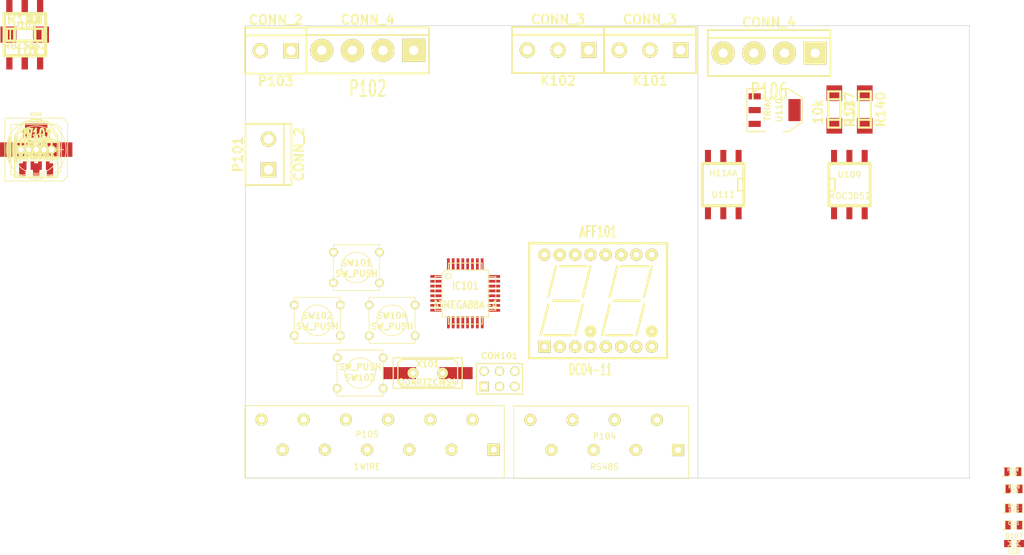
<source format=kicad_pcb>
(kicad_pcb (version 3) (host pcbnew "(2013-05-31 BZR 4019)-stable")

  (general
    (links 205)
    (no_connects 156)
    (area 202.399999 93.549999 322.500001 168.650001)
    (thickness 1.6)
    (drawings 7)
    (tracks 0)
    (zones 0)
    (modules 94)
    (nets 81)
  )

  (page A3)
  (layers
    (15 F.Cu signal)
    (0 B.Cu signal)
    (16 B.Adhes user)
    (17 F.Adhes user)
    (18 B.Paste user)
    (19 F.Paste user)
    (20 B.SilkS user)
    (21 F.SilkS user)
    (22 B.Mask user)
    (23 F.Mask user)
    (24 Dwgs.User user)
    (25 Cmts.User user)
    (26 Eco1.User user)
    (27 Eco2.User user)
    (28 Edge.Cuts user)
  )

  (setup
    (last_trace_width 0.254)
    (trace_clearance 0.254)
    (zone_clearance 0.508)
    (zone_45_only no)
    (trace_min 0.254)
    (segment_width 0.2)
    (edge_width 0.1)
    (via_size 0.889)
    (via_drill 0.635)
    (via_min_size 0.889)
    (via_min_drill 0.508)
    (uvia_size 0.508)
    (uvia_drill 0.127)
    (uvias_allowed no)
    (uvia_min_size 0.508)
    (uvia_min_drill 0.127)
    (pcb_text_width 0.3)
    (pcb_text_size 1.5 1.5)
    (mod_edge_width 0.25)
    (mod_text_size 1 1)
    (mod_text_width 0.15)
    (pad_size 1 2)
    (pad_drill 0)
    (pad_to_mask_clearance 0)
    (aux_axis_origin 0 0)
    (visible_elements FFFFFFBF)
    (pcbplotparams
      (layerselection 3178497)
      (usegerberextensions true)
      (excludeedgelayer true)
      (linewidth 0.150000)
      (plotframeref false)
      (viasonmask false)
      (mode 1)
      (useauxorigin false)
      (hpglpennumber 1)
      (hpglpenspeed 20)
      (hpglpendiameter 15)
      (hpglpenoverlay 2)
      (psnegative false)
      (psa4output false)
      (plotreference true)
      (plotvalue true)
      (plotothertext true)
      (plotinvisibletext false)
      (padsonsilk false)
      (subtractmaskfromsilk false)
      (outputformat 1)
      (mirror false)
      (drillshape 1)
      (scaleselection 1)
      (outputdirectory ""))
  )

  (net 0 "")
  (net 1 +24V)
  (net 2 +5V)
  (net 3 /A)
  (net 4 /B)
  (net 5 /C)
  (net 6 /D)
  (net 7 /D1)
  (net 8 /D2)
  (net 9 /E)
  (net 10 /F)
  (net 11 /G)
  (net 12 /G1)
  (net 13 /G2)
  (net 14 /G3)
  (net 15 /IN)
  (net 16 /L)
  (net 17 /L1)
  (net 18 /L2)
  (net 19 /L3)
  (net 20 /N)
  (net 21 /PULSE1)
  (net 22 /PULSE2)
  (net 23 /PULSE3)
  (net 24 /PWR1)
  (net 25 /PWR2)
  (net 26 /PWR3)
  (net 27 /PWR4)
  (net 28 /SWFB)
  (net 29 /SWITCH)
  (net 30 /W1)
  (net 31 /ZCD)
  (net 32 /ref)
  (net 33 /reset)
  (net 34 /xtal1)
  (net 35 /xtal2)
  (net 36 GND)
  (net 37 N-000001)
  (net 38 N-0000010)
  (net 39 N-0000012)
  (net 40 N-0000014)
  (net 41 N-0000015)
  (net 42 N-0000016)
  (net 43 N-0000017)
  (net 44 N-0000018)
  (net 45 N-0000019)
  (net 46 N-0000020)
  (net 47 N-0000022)
  (net 48 N-0000023)
  (net 49 N-0000024)
  (net 50 N-0000025)
  (net 51 N-0000026)
  (net 52 N-0000027)
  (net 53 N-0000028)
  (net 54 N-0000029)
  (net 55 N-0000032)
  (net 56 N-0000033)
  (net 57 N-0000034)
  (net 58 N-0000035)
  (net 59 N-0000041)
  (net 60 N-0000042)
  (net 61 N-0000043)
  (net 62 N-0000044)
  (net 63 N-0000047)
  (net 64 N-0000052)
  (net 65 N-0000053)
  (net 66 N-0000054)
  (net 67 N-0000056)
  (net 68 N-0000060)
  (net 69 N-0000061)
  (net 70 N-0000068)
  (net 71 N-000007)
  (net 72 N-0000070)
  (net 73 N-0000076)
  (net 74 N-0000077)
  (net 75 N-0000078)
  (net 76 N-0000079)
  (net 77 N-0000086)
  (net 78 N-000009)
  (net 79 N-0000094)
  (net 80 N-0000095)

  (net_class Default "This is the default net class."
    (clearance 0.254)
    (trace_width 0.254)
    (via_dia 0.889)
    (via_drill 0.635)
    (uvia_dia 0.508)
    (uvia_drill 0.127)
    (add_net "")
    (add_net +24V)
    (add_net +5V)
    (add_net /A)
    (add_net /B)
    (add_net /C)
    (add_net /D)
    (add_net /D1)
    (add_net /D2)
    (add_net /E)
    (add_net /F)
    (add_net /G)
    (add_net /G1)
    (add_net /G2)
    (add_net /G3)
    (add_net /IN)
    (add_net /L)
    (add_net /L1)
    (add_net /L2)
    (add_net /L3)
    (add_net /N)
    (add_net /PULSE1)
    (add_net /PULSE2)
    (add_net /PULSE3)
    (add_net /PWR1)
    (add_net /PWR2)
    (add_net /PWR3)
    (add_net /PWR4)
    (add_net /SWFB)
    (add_net /SWITCH)
    (add_net /W1)
    (add_net /ZCD)
    (add_net /ref)
    (add_net /reset)
    (add_net /xtal1)
    (add_net /xtal2)
    (add_net GND)
    (add_net N-000001)
    (add_net N-0000010)
    (add_net N-0000012)
    (add_net N-0000014)
    (add_net N-0000015)
    (add_net N-0000016)
    (add_net N-0000017)
    (add_net N-0000018)
    (add_net N-0000019)
    (add_net N-0000020)
    (add_net N-0000022)
    (add_net N-0000023)
    (add_net N-0000024)
    (add_net N-0000025)
    (add_net N-0000026)
    (add_net N-0000027)
    (add_net N-0000028)
    (add_net N-0000029)
    (add_net N-0000032)
    (add_net N-0000033)
    (add_net N-0000034)
    (add_net N-0000035)
    (add_net N-0000041)
    (add_net N-0000042)
    (add_net N-0000043)
    (add_net N-0000044)
    (add_net N-0000047)
    (add_net N-0000052)
    (add_net N-0000053)
    (add_net N-0000054)
    (add_net N-0000056)
    (add_net N-0000060)
    (add_net N-0000061)
    (add_net N-0000068)
    (add_net N-000007)
    (add_net N-0000070)
    (add_net N-0000076)
    (add_net N-0000077)
    (add_net N-0000078)
    (add_net N-0000079)
    (add_net N-0000086)
    (add_net N-000009)
    (add_net N-0000094)
    (add_net N-0000095)
  )

  (module TQFP32 (layer F.Cu) (tedit 43A670DA) (tstamp 52B6210F)
    (at 238.9 138)
    (path /50449509)
    (fp_text reference IC101 (at 0 -1.27) (layer F.SilkS)
      (effects (font (size 1.27 1.016) (thickness 0.2032)))
    )
    (fp_text value ATMEGA88A-A (at 0 1.905) (layer F.SilkS)
      (effects (font (size 1.27 1.016) (thickness 0.2032)))
    )
    (fp_line (start 5.0292 2.7686) (end 3.8862 2.7686) (layer F.SilkS) (width 0.1524))
    (fp_line (start 5.0292 -2.7686) (end 3.9116 -2.7686) (layer F.SilkS) (width 0.1524))
    (fp_line (start 5.0292 2.7686) (end 5.0292 -2.7686) (layer F.SilkS) (width 0.1524))
    (fp_line (start 2.794 3.9624) (end 2.794 5.0546) (layer F.SilkS) (width 0.1524))
    (fp_line (start -2.8194 3.9878) (end -2.8194 5.0546) (layer F.SilkS) (width 0.1524))
    (fp_line (start -2.8448 5.0546) (end 2.794 5.08) (layer F.SilkS) (width 0.1524))
    (fp_line (start -2.794 -5.0292) (end 2.7178 -5.0546) (layer F.SilkS) (width 0.1524))
    (fp_line (start -3.8862 -3.2766) (end -3.8862 3.9116) (layer F.SilkS) (width 0.1524))
    (fp_line (start 2.7432 -5.0292) (end 2.7432 -3.9878) (layer F.SilkS) (width 0.1524))
    (fp_line (start -3.2512 -3.8862) (end 3.81 -3.8862) (layer F.SilkS) (width 0.1524))
    (fp_line (start 3.8608 3.937) (end 3.8608 -3.7846) (layer F.SilkS) (width 0.1524))
    (fp_line (start -3.8862 3.937) (end 3.7338 3.937) (layer F.SilkS) (width 0.1524))
    (fp_line (start -5.0292 -2.8448) (end -5.0292 2.794) (layer F.SilkS) (width 0.1524))
    (fp_line (start -5.0292 2.794) (end -3.8862 2.794) (layer F.SilkS) (width 0.1524))
    (fp_line (start -3.87604 -3.302) (end -3.29184 -3.8862) (layer F.SilkS) (width 0.1524))
    (fp_line (start -5.02412 -2.8448) (end -3.87604 -2.8448) (layer F.SilkS) (width 0.1524))
    (fp_line (start -2.794 -3.8862) (end -2.794 -5.03428) (layer F.SilkS) (width 0.1524))
    (fp_circle (center -2.83972 -2.86004) (end -2.43332 -2.60604) (layer F.SilkS) (width 0.1524))
    (pad 8 smd rect (at -4.81584 2.77622) (size 1.99898 0.44958)
      (layers F.Cu F.Paste F.Mask)
      (net 35 /xtal2)
    )
    (pad 7 smd rect (at -4.81584 1.97612) (size 1.99898 0.44958)
      (layers F.Cu F.Paste F.Mask)
      (net 34 /xtal1)
    )
    (pad 6 smd rect (at -4.81584 1.17602) (size 1.99898 0.44958)
      (layers F.Cu F.Paste F.Mask)
      (net 2 +5V)
    )
    (pad 5 smd rect (at -4.81584 0.37592) (size 1.99898 0.44958)
      (layers F.Cu F.Paste F.Mask)
      (net 36 GND)
    )
    (pad 4 smd rect (at -4.81584 -0.42418) (size 1.99898 0.44958)
      (layers F.Cu F.Paste F.Mask)
      (net 2 +5V)
    )
    (pad 3 smd rect (at -4.81584 -1.22428) (size 1.99898 0.44958)
      (layers F.Cu F.Paste F.Mask)
      (net 36 GND)
    )
    (pad 2 smd rect (at -4.81584 -2.02438) (size 1.99898 0.44958)
      (layers F.Cu F.Paste F.Mask)
      (net 21 /PULSE1)
    )
    (pad 1 smd rect (at -4.81584 -2.82448) (size 1.99898 0.44958)
      (layers F.Cu F.Paste F.Mask)
      (net 31 /ZCD)
    )
    (pad 24 smd rect (at 4.7498 -2.8194) (size 1.99898 0.44958)
      (layers F.Cu F.Paste F.Mask)
      (net 12 /G1)
    )
    (pad 17 smd rect (at 4.7498 2.794) (size 1.99898 0.44958)
      (layers F.Cu F.Paste F.Mask)
      (net 70 N-0000068)
    )
    (pad 18 smd rect (at 4.7498 1.9812) (size 1.99898 0.44958)
      (layers F.Cu F.Paste F.Mask)
      (net 2 +5V)
    )
    (pad 19 smd rect (at 4.7498 1.1684) (size 1.99898 0.44958)
      (layers F.Cu F.Paste F.Mask)
      (net 15 /IN)
    )
    (pad 20 smd rect (at 4.7498 0.381) (size 1.99898 0.44958)
      (layers F.Cu F.Paste F.Mask)
      (net 32 /ref)
    )
    (pad 21 smd rect (at 4.7498 -0.4318) (size 1.99898 0.44958)
      (layers F.Cu F.Paste F.Mask)
      (net 36 GND)
    )
    (pad 22 smd rect (at 4.7498 -1.2192) (size 1.99898 0.44958)
      (layers F.Cu F.Paste F.Mask)
      (net 40 N-0000014)
    )
    (pad 23 smd rect (at 4.7498 -2.032) (size 1.99898 0.44958)
      (layers F.Cu F.Paste F.Mask)
      (net 57 N-0000034)
    )
    (pad 32 smd rect (at -2.82448 -4.826) (size 0.44958 1.99898)
      (layers F.Cu F.Paste F.Mask)
      (net 80 N-0000095)
    )
    (pad 31 smd rect (at -2.02692 -4.826) (size 0.44958 1.99898)
      (layers F.Cu F.Paste F.Mask)
      (net 79 N-0000094)
    )
    (pad 30 smd rect (at -1.22428 -4.826) (size 0.44958 1.99898)
      (layers F.Cu F.Paste F.Mask)
      (net 73 N-0000076)
    )
    (pad 29 smd rect (at -0.42672 -4.826) (size 0.44958 1.99898)
      (layers F.Cu F.Paste F.Mask)
      (net 33 /reset)
    )
    (pad 28 smd rect (at 0.37592 -4.826) (size 0.44958 1.99898)
      (layers F.Cu F.Paste F.Mask)
      (net 29 /SWITCH)
    )
    (pad 27 smd rect (at 1.17348 -4.826) (size 0.44958 1.99898)
      (layers F.Cu F.Paste F.Mask)
      (net 28 /SWFB)
    )
    (pad 26 smd rect (at 1.97612 -4.826) (size 0.44958 1.99898)
      (layers F.Cu F.Paste F.Mask)
      (net 14 /G3)
    )
    (pad 25 smd rect (at 2.77368 -4.826) (size 0.44958 1.99898)
      (layers F.Cu F.Paste F.Mask)
      (net 13 /G2)
    )
    (pad 9 smd rect (at -2.8194 4.7752) (size 0.44958 1.99898)
      (layers F.Cu F.Paste F.Mask)
      (net 22 /PULSE2)
    )
    (pad 10 smd rect (at -2.032 4.7752) (size 0.44958 1.99898)
      (layers F.Cu F.Paste F.Mask)
      (net 23 /PULSE3)
    )
    (pad 11 smd rect (at -1.2192 4.7752) (size 0.44958 1.99898)
      (layers F.Cu F.Paste F.Mask)
      (net 30 /W1)
    )
    (pad 12 smd rect (at -0.4318 4.7752) (size 0.44958 1.99898)
      (layers F.Cu F.Paste F.Mask)
      (net 68 N-0000060)
    )
    (pad 13 smd rect (at 0.3556 4.7752) (size 0.44958 1.99898)
      (layers F.Cu F.Paste F.Mask)
      (net 67 N-0000056)
    )
    (pad 14 smd rect (at 1.1684 4.7752) (size 0.44958 1.99898)
      (layers F.Cu F.Paste F.Mask)
      (net 72 N-0000070)
    )
    (pad 15 smd rect (at 1.9812 4.7752) (size 0.44958 1.99898)
      (layers F.Cu F.Paste F.Mask)
      (net 69 N-0000061)
    )
    (pad 16 smd rect (at 2.794 4.7752) (size 0.44958 1.99898)
      (layers F.Cu F.Paste F.Mask)
      (net 74 N-0000077)
    )
    (model smd/tqfp32.wrl
      (at (xyz 0 0 0))
      (scale (xyz 1 1 1))
      (rotate (xyz 0 0 0))
    )
  )

  (module SW_PUSH_SMALL (layer F.Cu) (tedit 46544DB3) (tstamp 52B6211C)
    (at 220.85 133.7)
    (path /52B34A0A)
    (fp_text reference SW101 (at 0 -0.762) (layer F.SilkS)
      (effects (font (size 1.016 1.016) (thickness 0.2032)))
    )
    (fp_text value SW_PUSH (at 0 1.016) (layer F.SilkS)
      (effects (font (size 1.016 1.016) (thickness 0.2032)))
    )
    (fp_circle (center 0 0) (end 0 -2.54) (layer F.SilkS) (width 0.127))
    (fp_line (start -3.81 -3.81) (end 3.81 -3.81) (layer F.SilkS) (width 0.127))
    (fp_line (start 3.81 -3.81) (end 3.81 3.81) (layer F.SilkS) (width 0.127))
    (fp_line (start 3.81 3.81) (end -3.81 3.81) (layer F.SilkS) (width 0.127))
    (fp_line (start -3.81 -3.81) (end -3.81 3.81) (layer F.SilkS) (width 0.127))
    (pad 1 thru_hole circle (at 3.81 -2.54) (size 1.397 1.397) (drill 0.8128)
      (layers *.Cu *.Mask F.SilkS)
      (net 3 /A)
    )
    (pad 2 thru_hole circle (at 3.81 2.54) (size 1.397 1.397) (drill 0.8128)
      (layers *.Cu *.Mask F.SilkS)
      (net 14 /G3)
    )
    (pad 1 thru_hole circle (at -3.81 -2.54) (size 1.397 1.397) (drill 0.8128)
      (layers *.Cu *.Mask F.SilkS)
      (net 3 /A)
    )
    (pad 2 thru_hole circle (at -3.81 2.54) (size 1.397 1.397) (drill 0.8128)
      (layers *.Cu *.Mask F.SilkS)
      (net 14 /G3)
    )
  )

  (module SW_PUSH_SMALL (layer F.Cu) (tedit 46544DB3) (tstamp 52B62129)
    (at 214.35 142.45)
    (path /52B34A04)
    (fp_text reference SW102 (at 0 -0.762) (layer F.SilkS)
      (effects (font (size 1.016 1.016) (thickness 0.2032)))
    )
    (fp_text value SW_PUSH (at 0 1.016) (layer F.SilkS)
      (effects (font (size 1.016 1.016) (thickness 0.2032)))
    )
    (fp_circle (center 0 0) (end 0 -2.54) (layer F.SilkS) (width 0.127))
    (fp_line (start -3.81 -3.81) (end 3.81 -3.81) (layer F.SilkS) (width 0.127))
    (fp_line (start 3.81 -3.81) (end 3.81 3.81) (layer F.SilkS) (width 0.127))
    (fp_line (start 3.81 3.81) (end -3.81 3.81) (layer F.SilkS) (width 0.127))
    (fp_line (start -3.81 -3.81) (end -3.81 3.81) (layer F.SilkS) (width 0.127))
    (pad 1 thru_hole circle (at 3.81 -2.54) (size 1.397 1.397) (drill 0.8128)
      (layers *.Cu *.Mask F.SilkS)
      (net 4 /B)
    )
    (pad 2 thru_hole circle (at 3.81 2.54) (size 1.397 1.397) (drill 0.8128)
      (layers *.Cu *.Mask F.SilkS)
      (net 14 /G3)
    )
    (pad 1 thru_hole circle (at -3.81 -2.54) (size 1.397 1.397) (drill 0.8128)
      (layers *.Cu *.Mask F.SilkS)
      (net 4 /B)
    )
    (pad 2 thru_hole circle (at -3.81 2.54) (size 1.397 1.397) (drill 0.8128)
      (layers *.Cu *.Mask F.SilkS)
      (net 14 /G3)
    )
  )

  (module SW_PUSH_SMALL (layer F.Cu) (tedit 46544DB3) (tstamp 52B62136)
    (at 221.45 151.2 180)
    (path /52B349FE)
    (fp_text reference SW103 (at 0 -0.762 180) (layer F.SilkS)
      (effects (font (size 1.016 1.016) (thickness 0.2032)))
    )
    (fp_text value SW_PUSH (at 0 1.016 180) (layer F.SilkS)
      (effects (font (size 1.016 1.016) (thickness 0.2032)))
    )
    (fp_circle (center 0 0) (end 0 -2.54) (layer F.SilkS) (width 0.127))
    (fp_line (start -3.81 -3.81) (end 3.81 -3.81) (layer F.SilkS) (width 0.127))
    (fp_line (start 3.81 -3.81) (end 3.81 3.81) (layer F.SilkS) (width 0.127))
    (fp_line (start 3.81 3.81) (end -3.81 3.81) (layer F.SilkS) (width 0.127))
    (fp_line (start -3.81 -3.81) (end -3.81 3.81) (layer F.SilkS) (width 0.127))
    (pad 1 thru_hole circle (at 3.81 -2.54 180) (size 1.397 1.397) (drill 0.8128)
      (layers *.Cu *.Mask F.SilkS)
      (net 5 /C)
    )
    (pad 2 thru_hole circle (at 3.81 2.54 180) (size 1.397 1.397) (drill 0.8128)
      (layers *.Cu *.Mask F.SilkS)
      (net 14 /G3)
    )
    (pad 1 thru_hole circle (at -3.81 -2.54 180) (size 1.397 1.397) (drill 0.8128)
      (layers *.Cu *.Mask F.SilkS)
      (net 5 /C)
    )
    (pad 2 thru_hole circle (at -3.81 2.54 180) (size 1.397 1.397) (drill 0.8128)
      (layers *.Cu *.Mask F.SilkS)
      (net 14 /G3)
    )
  )

  (module SW_PUSH_SMALL (layer F.Cu) (tedit 46544DB3) (tstamp 52B62143)
    (at 226.75 142.45)
    (path /52B349F1)
    (fp_text reference SW104 (at 0 -0.762) (layer F.SilkS)
      (effects (font (size 1.016 1.016) (thickness 0.2032)))
    )
    (fp_text value SW_PUSH (at 0 1.016) (layer F.SilkS)
      (effects (font (size 1.016 1.016) (thickness 0.2032)))
    )
    (fp_circle (center 0 0) (end 0 -2.54) (layer F.SilkS) (width 0.127))
    (fp_line (start -3.81 -3.81) (end 3.81 -3.81) (layer F.SilkS) (width 0.127))
    (fp_line (start 3.81 -3.81) (end 3.81 3.81) (layer F.SilkS) (width 0.127))
    (fp_line (start 3.81 3.81) (end -3.81 3.81) (layer F.SilkS) (width 0.127))
    (fp_line (start -3.81 -3.81) (end -3.81 3.81) (layer F.SilkS) (width 0.127))
    (pad 1 thru_hole circle (at 3.81 -2.54) (size 1.397 1.397) (drill 0.8128)
      (layers *.Cu *.Mask F.SilkS)
      (net 6 /D)
    )
    (pad 2 thru_hole circle (at 3.81 2.54) (size 1.397 1.397) (drill 0.8128)
      (layers *.Cu *.Mask F.SilkS)
      (net 14 /G3)
    )
    (pad 1 thru_hole circle (at -3.81 -2.54) (size 1.397 1.397) (drill 0.8128)
      (layers *.Cu *.Mask F.SilkS)
      (net 6 /D)
    )
    (pad 2 thru_hole circle (at -3.81 2.54) (size 1.397 1.397) (drill 0.8128)
      (layers *.Cu *.Mask F.SilkS)
      (net 14 /G3)
    )
  )

  (module SOT23GDS (layer F.Cu) (tedit 50911E03) (tstamp 52B6214E)
    (at 167.75 114.15)
    (descr "Module CMS SOT23 Transistore EBC")
    (tags "CMS SOT")
    (path /52B61E55)
    (attr smd)
    (fp_text reference Q101 (at 0 -2.159) (layer F.SilkS)
      (effects (font (size 0.762 0.762) (thickness 0.12954)))
    )
    (fp_text value MOS_N_DHA (at 0 0) (layer F.SilkS)
      (effects (font (size 0.762 0.762) (thickness 0.12954)))
    )
    (fp_line (start -1.524 -0.381) (end 1.524 -0.381) (layer F.SilkS) (width 0.11938))
    (fp_line (start 1.524 -0.381) (end 1.524 0.381) (layer F.SilkS) (width 0.11938))
    (fp_line (start 1.524 0.381) (end -1.524 0.381) (layer F.SilkS) (width 0.11938))
    (fp_line (start -1.524 0.381) (end -1.524 -0.381) (layer F.SilkS) (width 0.11938))
    (pad S smd rect (at -0.889 -1.016) (size 0.9144 0.9144)
      (layers F.Cu F.Paste F.Mask)
    )
    (pad G smd rect (at 0.889 -1.016) (size 0.9144 0.9144)
      (layers F.Cu F.Paste F.Mask)
    )
    (pad D smd rect (at 0 1.016) (size 0.9144 0.9144)
      (layers F.Cu F.Paste F.Mask)
    )
    (model smd/cms_sot23.wrl
      (at (xyz 0 0 0))
      (scale (xyz 0.13 0.15 0.15))
      (rotate (xyz 0 0 0))
    )
  )

  (module SOT23GDS (layer F.Cu) (tedit 50911E03) (tstamp 52B62159)
    (at 167.75 114.15)
    (descr "Module CMS SOT23 Transistore EBC")
    (tags "CMS SOT")
    (path /52B61E62)
    (attr smd)
    (fp_text reference Q102 (at 0 -2.159) (layer F.SilkS)
      (effects (font (size 0.762 0.762) (thickness 0.12954)))
    )
    (fp_text value MOS_N_DHA (at 0 0) (layer F.SilkS)
      (effects (font (size 0.762 0.762) (thickness 0.12954)))
    )
    (fp_line (start -1.524 -0.381) (end 1.524 -0.381) (layer F.SilkS) (width 0.11938))
    (fp_line (start 1.524 -0.381) (end 1.524 0.381) (layer F.SilkS) (width 0.11938))
    (fp_line (start 1.524 0.381) (end -1.524 0.381) (layer F.SilkS) (width 0.11938))
    (fp_line (start -1.524 0.381) (end -1.524 -0.381) (layer F.SilkS) (width 0.11938))
    (pad S smd rect (at -0.889 -1.016) (size 0.9144 0.9144)
      (layers F.Cu F.Paste F.Mask)
    )
    (pad G smd rect (at 0.889 -1.016) (size 0.9144 0.9144)
      (layers F.Cu F.Paste F.Mask)
    )
    (pad D smd rect (at 0 1.016) (size 0.9144 0.9144)
      (layers F.Cu F.Paste F.Mask)
    )
    (model smd/cms_sot23.wrl
      (at (xyz 0 0 0))
      (scale (xyz 0.13 0.15 0.15))
      (rotate (xyz 0 0 0))
    )
  )

  (module SOT223 (layer F.Cu) (tedit 200000) (tstamp 52B62169)
    (at 167.75 114.15)
    (descr "module CMS SOT223 4 pins")
    (tags "CMS SOT")
    (path /52B3072A)
    (attr smd)
    (fp_text reference U104 (at 0 -0.762) (layer F.SilkS)
      (effects (font (size 1.016 1.016) (thickness 0.2032)))
    )
    (fp_text value TRIAC (at 0 0.762) (layer F.SilkS)
      (effects (font (size 1.016 1.016) (thickness 0.2032)))
    )
    (fp_line (start -3.556 1.524) (end -3.556 4.572) (layer F.SilkS) (width 0.2032))
    (fp_line (start -3.556 4.572) (end 3.556 4.572) (layer F.SilkS) (width 0.2032))
    (fp_line (start 3.556 4.572) (end 3.556 1.524) (layer F.SilkS) (width 0.2032))
    (fp_line (start -3.556 -1.524) (end -3.556 -2.286) (layer F.SilkS) (width 0.2032))
    (fp_line (start -3.556 -2.286) (end -2.032 -4.572) (layer F.SilkS) (width 0.2032))
    (fp_line (start -2.032 -4.572) (end 2.032 -4.572) (layer F.SilkS) (width 0.2032))
    (fp_line (start 2.032 -4.572) (end 3.556 -2.286) (layer F.SilkS) (width 0.2032))
    (fp_line (start 3.556 -2.286) (end 3.556 -1.524) (layer F.SilkS) (width 0.2032))
    (pad 4 smd rect (at 0 -3.302) (size 3.6576 2.032)
      (layers F.Cu F.Paste F.Mask)
    )
    (pad 2 smd rect (at 0 3.302) (size 1.016 2.032)
      (layers F.Cu F.Paste F.Mask)
      (net 16 /L)
    )
    (pad 3 smd rect (at 2.286 3.302) (size 1.016 2.032)
      (layers F.Cu F.Paste F.Mask)
      (net 42 N-0000016)
    )
    (pad 1 smd rect (at -2.286 3.302) (size 1.016 2.032)
      (layers F.Cu F.Paste F.Mask)
      (net 19 /L3)
    )
    (model smd/SOT223.wrl
      (at (xyz 0 0 0))
      (scale (xyz 0.4 0.4 0.4))
      (rotate (xyz 0 0 0))
    )
  )

  (module SOT223 (layer F.Cu) (tedit 200000) (tstamp 52B62179)
    (at 167.75 114.15)
    (descr "module CMS SOT223 4 pins")
    (tags "CMS SOT")
    (path /52B30737)
    (attr smd)
    (fp_text reference U106 (at 0 -0.762) (layer F.SilkS)
      (effects (font (size 1.016 1.016) (thickness 0.2032)))
    )
    (fp_text value TRIAC (at 0 0.762) (layer F.SilkS)
      (effects (font (size 1.016 1.016) (thickness 0.2032)))
    )
    (fp_line (start -3.556 1.524) (end -3.556 4.572) (layer F.SilkS) (width 0.2032))
    (fp_line (start -3.556 4.572) (end 3.556 4.572) (layer F.SilkS) (width 0.2032))
    (fp_line (start 3.556 4.572) (end 3.556 1.524) (layer F.SilkS) (width 0.2032))
    (fp_line (start -3.556 -1.524) (end -3.556 -2.286) (layer F.SilkS) (width 0.2032))
    (fp_line (start -3.556 -2.286) (end -2.032 -4.572) (layer F.SilkS) (width 0.2032))
    (fp_line (start -2.032 -4.572) (end 2.032 -4.572) (layer F.SilkS) (width 0.2032))
    (fp_line (start 2.032 -4.572) (end 3.556 -2.286) (layer F.SilkS) (width 0.2032))
    (fp_line (start 3.556 -2.286) (end 3.556 -1.524) (layer F.SilkS) (width 0.2032))
    (pad 4 smd rect (at 0 -3.302) (size 3.6576 2.032)
      (layers F.Cu F.Paste F.Mask)
    )
    (pad 2 smd rect (at 0 3.302) (size 1.016 2.032)
      (layers F.Cu F.Paste F.Mask)
      (net 16 /L)
    )
    (pad 3 smd rect (at 2.286 3.302) (size 1.016 2.032)
      (layers F.Cu F.Paste F.Mask)
      (net 43 N-0000017)
    )
    (pad 1 smd rect (at -2.286 3.302) (size 1.016 2.032)
      (layers F.Cu F.Paste F.Mask)
      (net 18 /L2)
    )
    (model smd/SOT223.wrl
      (at (xyz 0 0 0))
      (scale (xyz 0.4 0.4 0.4))
      (rotate (xyz 0 0 0))
    )
  )

  (module SOT223 (layer F.Cu) (tedit 200000) (tstamp 52B62189)
    (at 167.75 114.15)
    (descr "module CMS SOT223 4 pins")
    (tags "CMS SOT")
    (path /52B3073D)
    (attr smd)
    (fp_text reference U108 (at 0 -0.762) (layer F.SilkS)
      (effects (font (size 1.016 1.016) (thickness 0.2032)))
    )
    (fp_text value TRIAC (at 0 0.762) (layer F.SilkS)
      (effects (font (size 1.016 1.016) (thickness 0.2032)))
    )
    (fp_line (start -3.556 1.524) (end -3.556 4.572) (layer F.SilkS) (width 0.2032))
    (fp_line (start -3.556 4.572) (end 3.556 4.572) (layer F.SilkS) (width 0.2032))
    (fp_line (start 3.556 4.572) (end 3.556 1.524) (layer F.SilkS) (width 0.2032))
    (fp_line (start -3.556 -1.524) (end -3.556 -2.286) (layer F.SilkS) (width 0.2032))
    (fp_line (start -3.556 -2.286) (end -2.032 -4.572) (layer F.SilkS) (width 0.2032))
    (fp_line (start -2.032 -4.572) (end 2.032 -4.572) (layer F.SilkS) (width 0.2032))
    (fp_line (start 2.032 -4.572) (end 3.556 -2.286) (layer F.SilkS) (width 0.2032))
    (fp_line (start 3.556 -2.286) (end 3.556 -1.524) (layer F.SilkS) (width 0.2032))
    (pad 4 smd rect (at 0 -3.302) (size 3.6576 2.032)
      (layers F.Cu F.Paste F.Mask)
    )
    (pad 2 smd rect (at 0 3.302) (size 1.016 2.032)
      (layers F.Cu F.Paste F.Mask)
      (net 16 /L)
    )
    (pad 3 smd rect (at 2.286 3.302) (size 1.016 2.032)
      (layers F.Cu F.Paste F.Mask)
      (net 46 N-0000020)
    )
    (pad 1 smd rect (at -2.286 3.302) (size 1.016 2.032)
      (layers F.Cu F.Paste F.Mask)
      (net 17 /L1)
    )
    (model smd/SOT223.wrl
      (at (xyz 0 0 0))
      (scale (xyz 0.4 0.4 0.4))
      (rotate (xyz 0 0 0))
    )
  )

  (module SO8E (layer F.Cu) (tedit 4F33A5C7) (tstamp 52B6219D)
    (at 167.75 114.15)
    (descr "module CMS SOJ 8 pins etroit")
    (tags "CMS SOJ")
    (path /5044BBCF)
    (attr smd)
    (fp_text reference U101 (at 0 -0.889) (layer F.SilkS)
      (effects (font (size 1.143 1.143) (thickness 0.1524)))
    )
    (fp_text value MC34063 (at 0 1.016) (layer F.SilkS)
      (effects (font (size 0.889 0.889) (thickness 0.1524)))
    )
    (fp_line (start -2.667 1.778) (end -2.667 1.905) (layer F.SilkS) (width 0.127))
    (fp_line (start -2.667 1.905) (end 2.667 1.905) (layer F.SilkS) (width 0.127))
    (fp_line (start 2.667 -1.905) (end -2.667 -1.905) (layer F.SilkS) (width 0.127))
    (fp_line (start -2.667 -1.905) (end -2.667 1.778) (layer F.SilkS) (width 0.127))
    (fp_line (start -2.667 -0.508) (end -2.159 -0.508) (layer F.SilkS) (width 0.127))
    (fp_line (start -2.159 -0.508) (end -2.159 0.508) (layer F.SilkS) (width 0.127))
    (fp_line (start -2.159 0.508) (end -2.667 0.508) (layer F.SilkS) (width 0.127))
    (fp_line (start 2.667 -1.905) (end 2.667 1.905) (layer F.SilkS) (width 0.127))
    (pad 8 smd rect (at -1.905 -2.667) (size 0.59944 1.39954)
      (layers F.Cu F.Paste F.Mask)
      (net 26 /PWR3)
    )
    (pad 1 smd rect (at -1.905 2.667) (size 0.59944 1.39954)
      (layers F.Cu F.Paste F.Mask)
      (net 26 /PWR3)
    )
    (pad 7 smd rect (at -0.635 -2.667) (size 0.59944 1.39954)
      (layers F.Cu F.Paste F.Mask)
      (net 26 /PWR3)
    )
    (pad 6 smd rect (at 0.635 -2.667) (size 0.59944 1.39954)
      (layers F.Cu F.Paste F.Mask)
      (net 25 /PWR2)
    )
    (pad 5 smd rect (at 1.905 -2.667) (size 0.59944 1.39954)
      (layers F.Cu F.Paste F.Mask)
      (net 75 N-0000078)
    )
    (pad 2 smd rect (at -0.635 2.667) (size 0.59944 1.39954)
      (layers F.Cu F.Paste F.Mask)
      (net 27 /PWR4)
    )
    (pad 3 smd rect (at 0.635 2.667) (size 0.59944 1.39954)
      (layers F.Cu F.Paste F.Mask)
      (net 76 N-0000079)
    )
    (pad 4 smd rect (at 1.905 2.667) (size 0.59944 1.39954)
      (layers F.Cu F.Paste F.Mask)
      (net 36 GND)
    )
    (model smd/cms_so8.wrl
      (at (xyz 0 0 0))
      (scale (xyz 0.5 0.32 0.5))
      (rotate (xyz 0 0 0))
    )
  )

  (module SM2010 (layer F.Cu) (tedit 510157F5) (tstamp 52B621AA)
    (at 167.75 114.15)
    (tags "CMS SM")
    (path /5044BBC1)
    (attr smd)
    (fp_text reference D101 (at 0 -0.7) (layer F.SilkS)
      (effects (font (size 0.70104 0.70104) (thickness 0.127)))
    )
    (fp_text value "transil 38V" (at 0 0.8) (layer F.SilkS)
      (effects (font (size 0.70104 0.70104) (thickness 0.127)))
    )
    (fp_line (start -3.3 -1.6) (end -3.3 1.6) (layer F.SilkS) (width 0.15))
    (fp_line (start 3.50012 -1.6002) (end 3.50012 1.6002) (layer F.SilkS) (width 0.15))
    (fp_line (start -3.5 -1.6) (end -3.5 1.6) (layer F.SilkS) (width 0.15))
    (fp_line (start 1.19634 1.60528) (end 3.48234 1.60528) (layer F.SilkS) (width 0.15))
    (fp_line (start 3.48234 -1.60528) (end 1.19634 -1.60528) (layer F.SilkS) (width 0.15))
    (fp_line (start -1.2 -1.6) (end -3.5 -1.6) (layer F.SilkS) (width 0.15))
    (fp_line (start -3.5 1.6) (end -1.2 1.6) (layer F.SilkS) (width 0.15))
    (pad 1 smd rect (at -2.4003 0) (size 1.80086 2.70002)
      (layers F.Cu F.Paste F.Mask)
      (net 36 GND)
    )
    (pad 2 smd rect (at 2.4003 0) (size 1.80086 2.70002)
      (layers F.Cu F.Paste F.Mask)
      (net 1 +24V)
    )
    (model smd\chip_smd_pol_wide.wrl
      (at (xyz 0 0 0))
      (scale (xyz 0.35 0.35 0.35))
      (rotate (xyz 0 0 0))
    )
  )

  (module SM1206 (layer F.Cu) (tedit 42806E24) (tstamp 52B621B6)
    (at 167.75 114.15)
    (path /512E8460)
    (attr smd)
    (fp_text reference C109 (at 0 0) (layer F.SilkS)
      (effects (font (size 0.762 0.762) (thickness 0.127)))
    )
    (fp_text value 1u (at 0 0) (layer F.SilkS) hide
      (effects (font (size 0.762 0.762) (thickness 0.127)))
    )
    (fp_line (start -2.54 -1.143) (end -2.54 1.143) (layer F.SilkS) (width 0.127))
    (fp_line (start -2.54 1.143) (end -0.889 1.143) (layer F.SilkS) (width 0.127))
    (fp_line (start 0.889 -1.143) (end 2.54 -1.143) (layer F.SilkS) (width 0.127))
    (fp_line (start 2.54 -1.143) (end 2.54 1.143) (layer F.SilkS) (width 0.127))
    (fp_line (start 2.54 1.143) (end 0.889 1.143) (layer F.SilkS) (width 0.127))
    (fp_line (start -0.889 -1.143) (end -2.54 -1.143) (layer F.SilkS) (width 0.127))
    (pad 1 smd rect (at -1.651 0) (size 1.524 2.032)
      (layers F.Cu F.Paste F.Mask)
      (net 32 /ref)
    )
    (pad 2 smd rect (at 1.651 0) (size 1.524 2.032)
      (layers F.Cu F.Paste F.Mask)
      (net 36 GND)
    )
    (model smd/chip_cms.wrl
      (at (xyz 0 0 0))
      (scale (xyz 0.17 0.16 0.16))
      (rotate (xyz 0 0 0))
    )
  )

  (module SM0805 (layer F.Cu) (tedit 5091495C) (tstamp 52B621C3)
    (at 167.75 114.15)
    (path /52B4896C)
    (attr smd)
    (fp_text reference R129 (at 0 -0.3175) (layer F.SilkS)
      (effects (font (size 0.50038 0.50038) (thickness 0.10922)))
    )
    (fp_text value 220 (at 0 0.381) (layer F.SilkS)
      (effects (font (size 0.50038 0.50038) (thickness 0.10922)))
    )
    (fp_circle (center -1.651 0.762) (end -1.651 0.635) (layer F.SilkS) (width 0.09906))
    (fp_line (start -0.508 0.762) (end -1.524 0.762) (layer F.SilkS) (width 0.09906))
    (fp_line (start -1.524 0.762) (end -1.524 -0.762) (layer F.SilkS) (width 0.09906))
    (fp_line (start -1.524 -0.762) (end -0.508 -0.762) (layer F.SilkS) (width 0.09906))
    (fp_line (start 0.508 -0.762) (end 1.524 -0.762) (layer F.SilkS) (width 0.09906))
    (fp_line (start 1.524 -0.762) (end 1.524 0.762) (layer F.SilkS) (width 0.09906))
    (fp_line (start 1.524 0.762) (end 0.508 0.762) (layer F.SilkS) (width 0.09906))
    (pad 1 smd rect (at -0.9525 0) (size 0.889 1.397)
      (layers F.Cu F.Paste F.Mask)
      (net 6 /D)
    )
    (pad 2 smd rect (at 0.9525 0) (size 0.889 1.397)
      (layers F.Cu F.Paste F.Mask)
      (net 70 N-0000068)
    )
    (model smd/chip_cms.wrl
      (at (xyz 0 0 0))
      (scale (xyz 0.1 0.1 0.1))
      (rotate (xyz 0 0 0))
    )
  )

  (module SM0805 (layer F.Cu) (tedit 5091495C) (tstamp 52B621D0)
    (at 167.75 114.15)
    (path /52B4895A)
    (attr smd)
    (fp_text reference R126 (at 0 -0.3175) (layer F.SilkS)
      (effects (font (size 0.50038 0.50038) (thickness 0.10922)))
    )
    (fp_text value 220 (at 0 0.381) (layer F.SilkS)
      (effects (font (size 0.50038 0.50038) (thickness 0.10922)))
    )
    (fp_circle (center -1.651 0.762) (end -1.651 0.635) (layer F.SilkS) (width 0.09906))
    (fp_line (start -0.508 0.762) (end -1.524 0.762) (layer F.SilkS) (width 0.09906))
    (fp_line (start -1.524 0.762) (end -1.524 -0.762) (layer F.SilkS) (width 0.09906))
    (fp_line (start -1.524 -0.762) (end -0.508 -0.762) (layer F.SilkS) (width 0.09906))
    (fp_line (start 0.508 -0.762) (end 1.524 -0.762) (layer F.SilkS) (width 0.09906))
    (fp_line (start 1.524 -0.762) (end 1.524 0.762) (layer F.SilkS) (width 0.09906))
    (fp_line (start 1.524 0.762) (end 0.508 0.762) (layer F.SilkS) (width 0.09906))
    (pad 1 smd rect (at -0.9525 0) (size 0.889 1.397)
      (layers F.Cu F.Paste F.Mask)
      (net 3 /A)
    )
    (pad 2 smd rect (at 0.9525 0) (size 0.889 1.397)
      (layers F.Cu F.Paste F.Mask)
      (net 68 N-0000060)
    )
    (model smd/chip_cms.wrl
      (at (xyz 0 0 0))
      (scale (xyz 0.1 0.1 0.1))
      (rotate (xyz 0 0 0))
    )
  )

  (module SM0805 (layer F.Cu) (tedit 5091495C) (tstamp 52B621DD)
    (at 167.75 114.15)
    (path /52B48972)
    (attr smd)
    (fp_text reference R130 (at 0 -0.3175) (layer F.SilkS)
      (effects (font (size 0.50038 0.50038) (thickness 0.10922)))
    )
    (fp_text value 220 (at 0 0.381) (layer F.SilkS)
      (effects (font (size 0.50038 0.50038) (thickness 0.10922)))
    )
    (fp_circle (center -1.651 0.762) (end -1.651 0.635) (layer F.SilkS) (width 0.09906))
    (fp_line (start -0.508 0.762) (end -1.524 0.762) (layer F.SilkS) (width 0.09906))
    (fp_line (start -1.524 0.762) (end -1.524 -0.762) (layer F.SilkS) (width 0.09906))
    (fp_line (start -1.524 -0.762) (end -0.508 -0.762) (layer F.SilkS) (width 0.09906))
    (fp_line (start 0.508 -0.762) (end 1.524 -0.762) (layer F.SilkS) (width 0.09906))
    (fp_line (start 1.524 -0.762) (end 1.524 0.762) (layer F.SilkS) (width 0.09906))
    (fp_line (start 1.524 0.762) (end 0.508 0.762) (layer F.SilkS) (width 0.09906))
    (pad 1 smd rect (at -0.9525 0) (size 0.889 1.397)
      (layers F.Cu F.Paste F.Mask)
      (net 9 /E)
    )
    (pad 2 smd rect (at 0.9525 0) (size 0.889 1.397)
      (layers F.Cu F.Paste F.Mask)
      (net 67 N-0000056)
    )
    (model smd/chip_cms.wrl
      (at (xyz 0 0 0))
      (scale (xyz 0.1 0.1 0.1))
      (rotate (xyz 0 0 0))
    )
  )

  (module SM0805 (layer F.Cu) (tedit 5091495C) (tstamp 52B621EA)
    (at 167.75 114.15)
    (path /52B48978)
    (attr smd)
    (fp_text reference R131 (at 0 -0.3175) (layer F.SilkS)
      (effects (font (size 0.50038 0.50038) (thickness 0.10922)))
    )
    (fp_text value 220 (at 0 0.381) (layer F.SilkS)
      (effects (font (size 0.50038 0.50038) (thickness 0.10922)))
    )
    (fp_circle (center -1.651 0.762) (end -1.651 0.635) (layer F.SilkS) (width 0.09906))
    (fp_line (start -0.508 0.762) (end -1.524 0.762) (layer F.SilkS) (width 0.09906))
    (fp_line (start -1.524 0.762) (end -1.524 -0.762) (layer F.SilkS) (width 0.09906))
    (fp_line (start -1.524 -0.762) (end -0.508 -0.762) (layer F.SilkS) (width 0.09906))
    (fp_line (start 0.508 -0.762) (end 1.524 -0.762) (layer F.SilkS) (width 0.09906))
    (fp_line (start 1.524 -0.762) (end 1.524 0.762) (layer F.SilkS) (width 0.09906))
    (fp_line (start 1.524 0.762) (end 0.508 0.762) (layer F.SilkS) (width 0.09906))
    (pad 1 smd rect (at -0.9525 0) (size 0.889 1.397)
      (layers F.Cu F.Paste F.Mask)
      (net 10 /F)
    )
    (pad 2 smd rect (at 0.9525 0) (size 0.889 1.397)
      (layers F.Cu F.Paste F.Mask)
      (net 72 N-0000070)
    )
    (model smd/chip_cms.wrl
      (at (xyz 0 0 0))
      (scale (xyz 0.1 0.1 0.1))
      (rotate (xyz 0 0 0))
    )
  )

  (module SM0805 (layer F.Cu) (tedit 5091495C) (tstamp 52B621F7)
    (at 167.75 114.15)
    (path /52B4897E)
    (attr smd)
    (fp_text reference R132 (at 0 -0.3175) (layer F.SilkS)
      (effects (font (size 0.50038 0.50038) (thickness 0.10922)))
    )
    (fp_text value 220 (at 0 0.381) (layer F.SilkS)
      (effects (font (size 0.50038 0.50038) (thickness 0.10922)))
    )
    (fp_circle (center -1.651 0.762) (end -1.651 0.635) (layer F.SilkS) (width 0.09906))
    (fp_line (start -0.508 0.762) (end -1.524 0.762) (layer F.SilkS) (width 0.09906))
    (fp_line (start -1.524 0.762) (end -1.524 -0.762) (layer F.SilkS) (width 0.09906))
    (fp_line (start -1.524 -0.762) (end -0.508 -0.762) (layer F.SilkS) (width 0.09906))
    (fp_line (start 0.508 -0.762) (end 1.524 -0.762) (layer F.SilkS) (width 0.09906))
    (fp_line (start 1.524 -0.762) (end 1.524 0.762) (layer F.SilkS) (width 0.09906))
    (fp_line (start 1.524 0.762) (end 0.508 0.762) (layer F.SilkS) (width 0.09906))
    (pad 1 smd rect (at -0.9525 0) (size 0.889 1.397)
      (layers F.Cu F.Paste F.Mask)
      (net 11 /G)
    )
    (pad 2 smd rect (at 0.9525 0) (size 0.889 1.397)
      (layers F.Cu F.Paste F.Mask)
      (net 57 N-0000034)
    )
    (model smd/chip_cms.wrl
      (at (xyz 0 0 0))
      (scale (xyz 0.1 0.1 0.1))
      (rotate (xyz 0 0 0))
    )
  )

  (module SM0805 (layer F.Cu) (tedit 5091495C) (tstamp 52B62204)
    (at 167.75 114.15)
    (path /52B48966)
    (attr smd)
    (fp_text reference R128 (at 0 -0.3175) (layer F.SilkS)
      (effects (font (size 0.50038 0.50038) (thickness 0.10922)))
    )
    (fp_text value 220 (at 0 0.381) (layer F.SilkS)
      (effects (font (size 0.50038 0.50038) (thickness 0.10922)))
    )
    (fp_circle (center -1.651 0.762) (end -1.651 0.635) (layer F.SilkS) (width 0.09906))
    (fp_line (start -0.508 0.762) (end -1.524 0.762) (layer F.SilkS) (width 0.09906))
    (fp_line (start -1.524 0.762) (end -1.524 -0.762) (layer F.SilkS) (width 0.09906))
    (fp_line (start -1.524 -0.762) (end -0.508 -0.762) (layer F.SilkS) (width 0.09906))
    (fp_line (start 0.508 -0.762) (end 1.524 -0.762) (layer F.SilkS) (width 0.09906))
    (fp_line (start 1.524 -0.762) (end 1.524 0.762) (layer F.SilkS) (width 0.09906))
    (fp_line (start 1.524 0.762) (end 0.508 0.762) (layer F.SilkS) (width 0.09906))
    (pad 1 smd rect (at -0.9525 0) (size 0.889 1.397)
      (layers F.Cu F.Paste F.Mask)
      (net 5 /C)
    )
    (pad 2 smd rect (at 0.9525 0) (size 0.889 1.397)
      (layers F.Cu F.Paste F.Mask)
      (net 74 N-0000077)
    )
    (model smd/chip_cms.wrl
      (at (xyz 0 0 0))
      (scale (xyz 0.1 0.1 0.1))
      (rotate (xyz 0 0 0))
    )
  )

  (module SM0805 (layer F.Cu) (tedit 5091495C) (tstamp 52B62211)
    (at 167.75 114.15)
    (path /52B48960)
    (attr smd)
    (fp_text reference R127 (at 0 -0.3175) (layer F.SilkS)
      (effects (font (size 0.50038 0.50038) (thickness 0.10922)))
    )
    (fp_text value 220 (at 0 0.381) (layer F.SilkS)
      (effects (font (size 0.50038 0.50038) (thickness 0.10922)))
    )
    (fp_circle (center -1.651 0.762) (end -1.651 0.635) (layer F.SilkS) (width 0.09906))
    (fp_line (start -0.508 0.762) (end -1.524 0.762) (layer F.SilkS) (width 0.09906))
    (fp_line (start -1.524 0.762) (end -1.524 -0.762) (layer F.SilkS) (width 0.09906))
    (fp_line (start -1.524 -0.762) (end -0.508 -0.762) (layer F.SilkS) (width 0.09906))
    (fp_line (start 0.508 -0.762) (end 1.524 -0.762) (layer F.SilkS) (width 0.09906))
    (fp_line (start 1.524 -0.762) (end 1.524 0.762) (layer F.SilkS) (width 0.09906))
    (fp_line (start 1.524 0.762) (end 0.508 0.762) (layer F.SilkS) (width 0.09906))
    (pad 1 smd rect (at -0.9525 0) (size 0.889 1.397)
      (layers F.Cu F.Paste F.Mask)
      (net 4 /B)
    )
    (pad 2 smd rect (at 0.9525 0) (size 0.889 1.397)
      (layers F.Cu F.Paste F.Mask)
      (net 69 N-0000061)
    )
    (model smd/chip_cms.wrl
      (at (xyz 0 0 0))
      (scale (xyz 0.1 0.1 0.1))
      (rotate (xyz 0 0 0))
    )
  )

  (module SM0805 (layer F.Cu) (tedit 5091495C) (tstamp 52B6221E)
    (at 167.75 114.15)
    (path /52B6166A)
    (attr smd)
    (fp_text reference R133 (at 0 -0.3175) (layer F.SilkS)
      (effects (font (size 0.50038 0.50038) (thickness 0.10922)))
    )
    (fp_text value 10k (at 0 0.381) (layer F.SilkS)
      (effects (font (size 0.50038 0.50038) (thickness 0.10922)))
    )
    (fp_circle (center -1.651 0.762) (end -1.651 0.635) (layer F.SilkS) (width 0.09906))
    (fp_line (start -0.508 0.762) (end -1.524 0.762) (layer F.SilkS) (width 0.09906))
    (fp_line (start -1.524 0.762) (end -1.524 -0.762) (layer F.SilkS) (width 0.09906))
    (fp_line (start -1.524 -0.762) (end -0.508 -0.762) (layer F.SilkS) (width 0.09906))
    (fp_line (start 0.508 -0.762) (end 1.524 -0.762) (layer F.SilkS) (width 0.09906))
    (fp_line (start 1.524 -0.762) (end 1.524 0.762) (layer F.SilkS) (width 0.09906))
    (fp_line (start 1.524 0.762) (end 0.508 0.762) (layer F.SilkS) (width 0.09906))
    (pad 1 smd rect (at -0.9525 0) (size 0.889 1.397)
      (layers F.Cu F.Paste F.Mask)
      (net 15 /IN)
    )
    (pad 2 smd rect (at 0.9525 0) (size 0.889 1.397)
      (layers F.Cu F.Paste F.Mask)
      (net 2 +5V)
    )
    (model smd/chip_cms.wrl
      (at (xyz 0 0 0))
      (scale (xyz 0.1 0.1 0.1))
      (rotate (xyz 0 0 0))
    )
  )

  (module SM0805 (layer F.Cu) (tedit 5091495C) (tstamp 52B6222B)
    (at 167.75 114.15)
    (path /52B47469)
    (attr smd)
    (fp_text reference R115 (at 0 -0.3175) (layer F.SilkS)
      (effects (font (size 0.50038 0.50038) (thickness 0.10922)))
    )
    (fp_text value 220 (at 0 0.381) (layer F.SilkS)
      (effects (font (size 0.50038 0.50038) (thickness 0.10922)))
    )
    (fp_circle (center -1.651 0.762) (end -1.651 0.635) (layer F.SilkS) (width 0.09906))
    (fp_line (start -0.508 0.762) (end -1.524 0.762) (layer F.SilkS) (width 0.09906))
    (fp_line (start -1.524 0.762) (end -1.524 -0.762) (layer F.SilkS) (width 0.09906))
    (fp_line (start -1.524 -0.762) (end -0.508 -0.762) (layer F.SilkS) (width 0.09906))
    (fp_line (start 0.508 -0.762) (end 1.524 -0.762) (layer F.SilkS) (width 0.09906))
    (fp_line (start 1.524 -0.762) (end 1.524 0.762) (layer F.SilkS) (width 0.09906))
    (fp_line (start 1.524 0.762) (end 0.508 0.762) (layer F.SilkS) (width 0.09906))
    (pad 1 smd rect (at -0.9525 0) (size 0.889 1.397)
      (layers F.Cu F.Paste F.Mask)
      (net 39 N-0000012)
    )
    (pad 2 smd rect (at 0.9525 0) (size 0.889 1.397)
      (layers F.Cu F.Paste F.Mask)
      (net 23 /PULSE3)
    )
    (model smd/chip_cms.wrl
      (at (xyz 0 0 0))
      (scale (xyz 0.1 0.1 0.1))
      (rotate (xyz 0 0 0))
    )
  )

  (module SM0805 (layer F.Cu) (tedit 5091495C) (tstamp 52B62238)
    (at 167.75 114.15)
    (path /52B47461)
    (attr smd)
    (fp_text reference R119 (at 0 -0.3175) (layer F.SilkS)
      (effects (font (size 0.50038 0.50038) (thickness 0.10922)))
    )
    (fp_text value 220 (at 0 0.381) (layer F.SilkS)
      (effects (font (size 0.50038 0.50038) (thickness 0.10922)))
    )
    (fp_circle (center -1.651 0.762) (end -1.651 0.635) (layer F.SilkS) (width 0.09906))
    (fp_line (start -0.508 0.762) (end -1.524 0.762) (layer F.SilkS) (width 0.09906))
    (fp_line (start -1.524 0.762) (end -1.524 -0.762) (layer F.SilkS) (width 0.09906))
    (fp_line (start -1.524 -0.762) (end -0.508 -0.762) (layer F.SilkS) (width 0.09906))
    (fp_line (start 0.508 -0.762) (end 1.524 -0.762) (layer F.SilkS) (width 0.09906))
    (fp_line (start 1.524 -0.762) (end 1.524 0.762) (layer F.SilkS) (width 0.09906))
    (fp_line (start 1.524 0.762) (end 0.508 0.762) (layer F.SilkS) (width 0.09906))
    (pad 1 smd rect (at -0.9525 0) (size 0.889 1.397)
      (layers F.Cu F.Paste F.Mask)
      (net 38 N-0000010)
    )
    (pad 2 smd rect (at 0.9525 0) (size 0.889 1.397)
      (layers F.Cu F.Paste F.Mask)
      (net 22 /PULSE2)
    )
    (model smd/chip_cms.wrl
      (at (xyz 0 0 0))
      (scale (xyz 0.1 0.1 0.1))
      (rotate (xyz 0 0 0))
    )
  )

  (module SM0805 (layer F.Cu) (tedit 5091495C) (tstamp 52B62245)
    (at 167.75 114.15)
    (path /52B47196)
    (attr smd)
    (fp_text reference R124 (at 0 -0.3175) (layer F.SilkS)
      (effects (font (size 0.50038 0.50038) (thickness 0.10922)))
    )
    (fp_text value 220 (at 0 0.381) (layer F.SilkS)
      (effects (font (size 0.50038 0.50038) (thickness 0.10922)))
    )
    (fp_circle (center -1.651 0.762) (end -1.651 0.635) (layer F.SilkS) (width 0.09906))
    (fp_line (start -0.508 0.762) (end -1.524 0.762) (layer F.SilkS) (width 0.09906))
    (fp_line (start -1.524 0.762) (end -1.524 -0.762) (layer F.SilkS) (width 0.09906))
    (fp_line (start -1.524 -0.762) (end -0.508 -0.762) (layer F.SilkS) (width 0.09906))
    (fp_line (start 0.508 -0.762) (end 1.524 -0.762) (layer F.SilkS) (width 0.09906))
    (fp_line (start 1.524 -0.762) (end 1.524 0.762) (layer F.SilkS) (width 0.09906))
    (fp_line (start 1.524 0.762) (end 0.508 0.762) (layer F.SilkS) (width 0.09906))
    (pad 1 smd rect (at -0.9525 0) (size 0.889 1.397)
      (layers F.Cu F.Paste F.Mask)
      (net 78 N-000009)
    )
    (pad 2 smd rect (at 0.9525 0) (size 0.889 1.397)
      (layers F.Cu F.Paste F.Mask)
      (net 21 /PULSE1)
    )
    (model smd/chip_cms.wrl
      (at (xyz 0 0 0))
      (scale (xyz 0.1 0.1 0.1))
      (rotate (xyz 0 0 0))
    )
  )

  (module SM0805 (layer F.Cu) (tedit 5091495C) (tstamp 52B62252)
    (at 167.75 114.15)
    (path /52B32EBB)
    (attr smd)
    (fp_text reference R114 (at 0 -0.3175) (layer F.SilkS)
      (effects (font (size 0.50038 0.50038) (thickness 0.10922)))
    )
    (fp_text value 220 (at 0 0.381) (layer F.SilkS)
      (effects (font (size 0.50038 0.50038) (thickness 0.10922)))
    )
    (fp_circle (center -1.651 0.762) (end -1.651 0.635) (layer F.SilkS) (width 0.09906))
    (fp_line (start -0.508 0.762) (end -1.524 0.762) (layer F.SilkS) (width 0.09906))
    (fp_line (start -1.524 0.762) (end -1.524 -0.762) (layer F.SilkS) (width 0.09906))
    (fp_line (start -1.524 -0.762) (end -0.508 -0.762) (layer F.SilkS) (width 0.09906))
    (fp_line (start 0.508 -0.762) (end 1.524 -0.762) (layer F.SilkS) (width 0.09906))
    (fp_line (start 1.524 -0.762) (end 1.524 0.762) (layer F.SilkS) (width 0.09906))
    (fp_line (start 1.524 0.762) (end 0.508 0.762) (layer F.SilkS) (width 0.09906))
    (pad 1 smd rect (at -0.9525 0) (size 0.889 1.397)
      (layers F.Cu F.Paste F.Mask)
      (net 58 N-0000035)
    )
    (pad 2 smd rect (at 0.9525 0) (size 0.889 1.397)
      (layers F.Cu F.Paste F.Mask)
      (net 23 /PULSE3)
    )
    (model smd/chip_cms.wrl
      (at (xyz 0 0 0))
      (scale (xyz 0.1 0.1 0.1))
      (rotate (xyz 0 0 0))
    )
  )

  (module SM0805 (layer F.Cu) (tedit 5091495C) (tstamp 52B6225F)
    (at 167.75 114.15)
    (path /52B32EC1)
    (attr smd)
    (fp_text reference R107 (at 0 -0.3175) (layer F.SilkS)
      (effects (font (size 0.50038 0.50038) (thickness 0.10922)))
    )
    (fp_text value 10k (at 0 0.381) (layer F.SilkS)
      (effects (font (size 0.50038 0.50038) (thickness 0.10922)))
    )
    (fp_circle (center -1.651 0.762) (end -1.651 0.635) (layer F.SilkS) (width 0.09906))
    (fp_line (start -0.508 0.762) (end -1.524 0.762) (layer F.SilkS) (width 0.09906))
    (fp_line (start -1.524 0.762) (end -1.524 -0.762) (layer F.SilkS) (width 0.09906))
    (fp_line (start -1.524 -0.762) (end -0.508 -0.762) (layer F.SilkS) (width 0.09906))
    (fp_line (start 0.508 -0.762) (end 1.524 -0.762) (layer F.SilkS) (width 0.09906))
    (fp_line (start 1.524 -0.762) (end 1.524 0.762) (layer F.SilkS) (width 0.09906))
    (fp_line (start 1.524 0.762) (end 0.508 0.762) (layer F.SilkS) (width 0.09906))
    (pad 1 smd rect (at -0.9525 0) (size 0.889 1.397)
      (layers F.Cu F.Paste F.Mask)
      (net 2 +5V)
    )
    (pad 2 smd rect (at 0.9525 0) (size 0.889 1.397)
      (layers F.Cu F.Paste F.Mask)
      (net 31 /ZCD)
    )
    (model smd/chip_cms.wrl
      (at (xyz 0 0 0))
      (scale (xyz 0.1 0.1 0.1))
      (rotate (xyz 0 0 0))
    )
  )

  (module SM0805 (layer F.Cu) (tedit 5091495C) (tstamp 52B6226C)
    (at 167.75 114.15)
    (path /52B3317D)
    (attr smd)
    (fp_text reference R118 (at 0 -0.3175) (layer F.SilkS)
      (effects (font (size 0.50038 0.50038) (thickness 0.10922)))
    )
    (fp_text value 220 (at 0 0.381) (layer F.SilkS)
      (effects (font (size 0.50038 0.50038) (thickness 0.10922)))
    )
    (fp_circle (center -1.651 0.762) (end -1.651 0.635) (layer F.SilkS) (width 0.09906))
    (fp_line (start -0.508 0.762) (end -1.524 0.762) (layer F.SilkS) (width 0.09906))
    (fp_line (start -1.524 0.762) (end -1.524 -0.762) (layer F.SilkS) (width 0.09906))
    (fp_line (start -1.524 -0.762) (end -0.508 -0.762) (layer F.SilkS) (width 0.09906))
    (fp_line (start 0.508 -0.762) (end 1.524 -0.762) (layer F.SilkS) (width 0.09906))
    (fp_line (start 1.524 -0.762) (end 1.524 0.762) (layer F.SilkS) (width 0.09906))
    (fp_line (start 1.524 0.762) (end 0.508 0.762) (layer F.SilkS) (width 0.09906))
    (pad 1 smd rect (at -0.9525 0) (size 0.889 1.397)
      (layers F.Cu F.Paste F.Mask)
      (net 53 N-0000028)
    )
    (pad 2 smd rect (at 0.9525 0) (size 0.889 1.397)
      (layers F.Cu F.Paste F.Mask)
      (net 22 /PULSE2)
    )
    (model smd/chip_cms.wrl
      (at (xyz 0 0 0))
      (scale (xyz 0.1 0.1 0.1))
      (rotate (xyz 0 0 0))
    )
  )

  (module SM0805 (layer F.Cu) (tedit 5091495C) (tstamp 52B62279)
    (at 167.75 114.15)
    (path /52B33183)
    (attr smd)
    (fp_text reference R123 (at 0 -0.3175) (layer F.SilkS)
      (effects (font (size 0.50038 0.50038) (thickness 0.10922)))
    )
    (fp_text value 220 (at 0 0.381) (layer F.SilkS)
      (effects (font (size 0.50038 0.50038) (thickness 0.10922)))
    )
    (fp_circle (center -1.651 0.762) (end -1.651 0.635) (layer F.SilkS) (width 0.09906))
    (fp_line (start -0.508 0.762) (end -1.524 0.762) (layer F.SilkS) (width 0.09906))
    (fp_line (start -1.524 0.762) (end -1.524 -0.762) (layer F.SilkS) (width 0.09906))
    (fp_line (start -1.524 -0.762) (end -0.508 -0.762) (layer F.SilkS) (width 0.09906))
    (fp_line (start 0.508 -0.762) (end 1.524 -0.762) (layer F.SilkS) (width 0.09906))
    (fp_line (start 1.524 -0.762) (end 1.524 0.762) (layer F.SilkS) (width 0.09906))
    (fp_line (start 1.524 0.762) (end 0.508 0.762) (layer F.SilkS) (width 0.09906))
    (pad 1 smd rect (at -0.9525 0) (size 0.889 1.397)
      (layers F.Cu F.Paste F.Mask)
      (net 54 N-0000029)
    )
    (pad 2 smd rect (at 0.9525 0) (size 0.889 1.397)
      (layers F.Cu F.Paste F.Mask)
      (net 21 /PULSE1)
    )
    (model smd/chip_cms.wrl
      (at (xyz 0 0 0))
      (scale (xyz 0.1 0.1 0.1))
      (rotate (xyz 0 0 0))
    )
  )

  (module SM0805 (layer F.Cu) (tedit 5091495C) (tstamp 52B62286)
    (at 167.75 114.15)
    (path /52B347D8)
    (attr smd)
    (fp_text reference R112 (at 0 -0.3175) (layer F.SilkS)
      (effects (font (size 0.50038 0.50038) (thickness 0.10922)))
    )
    (fp_text value 220 (at 0 0.381) (layer F.SilkS)
      (effects (font (size 0.50038 0.50038) (thickness 0.10922)))
    )
    (fp_circle (center -1.651 0.762) (end -1.651 0.635) (layer F.SilkS) (width 0.09906))
    (fp_line (start -0.508 0.762) (end -1.524 0.762) (layer F.SilkS) (width 0.09906))
    (fp_line (start -1.524 0.762) (end -1.524 -0.762) (layer F.SilkS) (width 0.09906))
    (fp_line (start -1.524 -0.762) (end -0.508 -0.762) (layer F.SilkS) (width 0.09906))
    (fp_line (start 0.508 -0.762) (end 1.524 -0.762) (layer F.SilkS) (width 0.09906))
    (fp_line (start 1.524 -0.762) (end 1.524 0.762) (layer F.SilkS) (width 0.09906))
    (fp_line (start 1.524 0.762) (end 0.508 0.762) (layer F.SilkS) (width 0.09906))
    (pad 1 smd rect (at -0.9525 0) (size 0.889 1.397)
      (layers F.Cu F.Paste F.Mask)
      (net 37 N-000001)
    )
    (pad 2 smd rect (at 0.9525 0) (size 0.889 1.397)
      (layers F.Cu F.Paste F.Mask)
      (net 2 +5V)
    )
    (model smd/chip_cms.wrl
      (at (xyz 0 0 0))
      (scale (xyz 0.1 0.1 0.1))
      (rotate (xyz 0 0 0))
    )
  )

  (module SM0805 (layer F.Cu) (tedit 5091495C) (tstamp 52B62293)
    (at 167.75 114.15)
    (path /52B46DB2)
    (attr smd)
    (fp_text reference R134 (at 0 -0.3175) (layer F.SilkS)
      (effects (font (size 0.50038 0.50038) (thickness 0.10922)))
    )
    (fp_text value 120 (at 0 0.381) (layer F.SilkS)
      (effects (font (size 0.50038 0.50038) (thickness 0.10922)))
    )
    (fp_circle (center -1.651 0.762) (end -1.651 0.635) (layer F.SilkS) (width 0.09906))
    (fp_line (start -0.508 0.762) (end -1.524 0.762) (layer F.SilkS) (width 0.09906))
    (fp_line (start -1.524 0.762) (end -1.524 -0.762) (layer F.SilkS) (width 0.09906))
    (fp_line (start -1.524 -0.762) (end -0.508 -0.762) (layer F.SilkS) (width 0.09906))
    (fp_line (start 0.508 -0.762) (end 1.524 -0.762) (layer F.SilkS) (width 0.09906))
    (fp_line (start 1.524 -0.762) (end 1.524 0.762) (layer F.SilkS) (width 0.09906))
    (fp_line (start 1.524 0.762) (end 0.508 0.762) (layer F.SilkS) (width 0.09906))
    (pad 1 smd rect (at -0.9525 0) (size 0.889 1.397)
      (layers F.Cu F.Paste F.Mask)
      (net 4 /B)
    )
    (pad 2 smd rect (at 0.9525 0) (size 0.889 1.397)
      (layers F.Cu F.Paste F.Mask)
      (net 71 N-000007)
    )
    (model smd/chip_cms.wrl
      (at (xyz 0 0 0))
      (scale (xyz 0.1 0.1 0.1))
      (rotate (xyz 0 0 0))
    )
  )

  (module SM0805 (layer F.Cu) (tedit 5091495C) (tstamp 52B622A0)
    (at 167.75 114.15)
    (path /5044BBCE)
    (attr smd)
    (fp_text reference R102 (at 0 -0.3175) (layer F.SilkS)
      (effects (font (size 0.50038 0.50038) (thickness 0.10922)))
    )
    (fp_text value 1 (at 0 0.381) (layer F.SilkS)
      (effects (font (size 0.50038 0.50038) (thickness 0.10922)))
    )
    (fp_circle (center -1.651 0.762) (end -1.651 0.635) (layer F.SilkS) (width 0.09906))
    (fp_line (start -0.508 0.762) (end -1.524 0.762) (layer F.SilkS) (width 0.09906))
    (fp_line (start -1.524 0.762) (end -1.524 -0.762) (layer F.SilkS) (width 0.09906))
    (fp_line (start -1.524 -0.762) (end -0.508 -0.762) (layer F.SilkS) (width 0.09906))
    (fp_line (start 0.508 -0.762) (end 1.524 -0.762) (layer F.SilkS) (width 0.09906))
    (fp_line (start 1.524 -0.762) (end 1.524 0.762) (layer F.SilkS) (width 0.09906))
    (fp_line (start 1.524 0.762) (end 0.508 0.762) (layer F.SilkS) (width 0.09906))
    (pad 1 smd rect (at -0.9525 0) (size 0.889 1.397)
      (layers F.Cu F.Paste F.Mask)
      (net 25 /PWR2)
    )
    (pad 2 smd rect (at 0.9525 0) (size 0.889 1.397)
      (layers F.Cu F.Paste F.Mask)
      (net 26 /PWR3)
    )
    (model smd/chip_cms.wrl
      (at (xyz 0 0 0))
      (scale (xyz 0.1 0.1 0.1))
      (rotate (xyz 0 0 0))
    )
  )

  (module SM0805 (layer F.Cu) (tedit 5091495C) (tstamp 52B622AD)
    (at 167.75 114.15)
    (path /512A73FC)
    (attr smd)
    (fp_text reference C106 (at 0 -0.3175) (layer F.SilkS)
      (effects (font (size 0.50038 0.50038) (thickness 0.10922)))
    )
    (fp_text value 100n (at 0 0.381) (layer F.SilkS)
      (effects (font (size 0.50038 0.50038) (thickness 0.10922)))
    )
    (fp_circle (center -1.651 0.762) (end -1.651 0.635) (layer F.SilkS) (width 0.09906))
    (fp_line (start -0.508 0.762) (end -1.524 0.762) (layer F.SilkS) (width 0.09906))
    (fp_line (start -1.524 0.762) (end -1.524 -0.762) (layer F.SilkS) (width 0.09906))
    (fp_line (start -1.524 -0.762) (end -0.508 -0.762) (layer F.SilkS) (width 0.09906))
    (fp_line (start 0.508 -0.762) (end 1.524 -0.762) (layer F.SilkS) (width 0.09906))
    (fp_line (start 1.524 -0.762) (end 1.524 0.762) (layer F.SilkS) (width 0.09906))
    (fp_line (start 1.524 0.762) (end 0.508 0.762) (layer F.SilkS) (width 0.09906))
    (pad 1 smd rect (at -0.9525 0) (size 0.889 1.397)
      (layers F.Cu F.Paste F.Mask)
      (net 2 +5V)
    )
    (pad 2 smd rect (at 0.9525 0) (size 0.889 1.397)
      (layers F.Cu F.Paste F.Mask)
      (net 36 GND)
    )
    (model smd/chip_cms.wrl
      (at (xyz 0 0 0))
      (scale (xyz 0.1 0.1 0.1))
      (rotate (xyz 0 0 0))
    )
  )

  (module SM0805 (layer F.Cu) (tedit 5091495C) (tstamp 52B622BA)
    (at 167.75 114.15)
    (path /512A73F9)
    (attr smd)
    (fp_text reference C107 (at 0 -0.3175) (layer F.SilkS)
      (effects (font (size 0.50038 0.50038) (thickness 0.10922)))
    )
    (fp_text value 100n (at 0 0.381) (layer F.SilkS)
      (effects (font (size 0.50038 0.50038) (thickness 0.10922)))
    )
    (fp_circle (center -1.651 0.762) (end -1.651 0.635) (layer F.SilkS) (width 0.09906))
    (fp_line (start -0.508 0.762) (end -1.524 0.762) (layer F.SilkS) (width 0.09906))
    (fp_line (start -1.524 0.762) (end -1.524 -0.762) (layer F.SilkS) (width 0.09906))
    (fp_line (start -1.524 -0.762) (end -0.508 -0.762) (layer F.SilkS) (width 0.09906))
    (fp_line (start 0.508 -0.762) (end 1.524 -0.762) (layer F.SilkS) (width 0.09906))
    (fp_line (start 1.524 -0.762) (end 1.524 0.762) (layer F.SilkS) (width 0.09906))
    (fp_line (start 1.524 0.762) (end 0.508 0.762) (layer F.SilkS) (width 0.09906))
    (pad 1 smd rect (at -0.9525 0) (size 0.889 1.397)
      (layers F.Cu F.Paste F.Mask)
      (net 2 +5V)
    )
    (pad 2 smd rect (at 0.9525 0) (size 0.889 1.397)
      (layers F.Cu F.Paste F.Mask)
      (net 36 GND)
    )
    (model smd/chip_cms.wrl
      (at (xyz 0 0 0))
      (scale (xyz 0.1 0.1 0.1))
      (rotate (xyz 0 0 0))
    )
  )

  (module SM0805 (layer F.Cu) (tedit 5091495C) (tstamp 52B622C7)
    (at 167.75 114.15)
    (path /512A73F4)
    (attr smd)
    (fp_text reference C108 (at 0 -0.3175) (layer F.SilkS)
      (effects (font (size 0.50038 0.50038) (thickness 0.10922)))
    )
    (fp_text value 100n (at 0 0.381) (layer F.SilkS)
      (effects (font (size 0.50038 0.50038) (thickness 0.10922)))
    )
    (fp_circle (center -1.651 0.762) (end -1.651 0.635) (layer F.SilkS) (width 0.09906))
    (fp_line (start -0.508 0.762) (end -1.524 0.762) (layer F.SilkS) (width 0.09906))
    (fp_line (start -1.524 0.762) (end -1.524 -0.762) (layer F.SilkS) (width 0.09906))
    (fp_line (start -1.524 -0.762) (end -0.508 -0.762) (layer F.SilkS) (width 0.09906))
    (fp_line (start 0.508 -0.762) (end 1.524 -0.762) (layer F.SilkS) (width 0.09906))
    (fp_line (start 1.524 -0.762) (end 1.524 0.762) (layer F.SilkS) (width 0.09906))
    (fp_line (start 1.524 0.762) (end 0.508 0.762) (layer F.SilkS) (width 0.09906))
    (pad 1 smd rect (at -0.9525 0) (size 0.889 1.397)
      (layers F.Cu F.Paste F.Mask)
      (net 2 +5V)
    )
    (pad 2 smd rect (at 0.9525 0) (size 0.889 1.397)
      (layers F.Cu F.Paste F.Mask)
      (net 36 GND)
    )
    (model smd/chip_cms.wrl
      (at (xyz 0 0 0))
      (scale (xyz 0.1 0.1 0.1))
      (rotate (xyz 0 0 0))
    )
  )

  (module SM0805 (layer F.Cu) (tedit 5091495C) (tstamp 52B622D4)
    (at 167.75 114.15)
    (path /512E8448)
    (attr smd)
    (fp_text reference C110 (at 0 -0.3175) (layer F.SilkS)
      (effects (font (size 0.50038 0.50038) (thickness 0.10922)))
    )
    (fp_text value 100n (at 0 0.381) (layer F.SilkS)
      (effects (font (size 0.50038 0.50038) (thickness 0.10922)))
    )
    (fp_circle (center -1.651 0.762) (end -1.651 0.635) (layer F.SilkS) (width 0.09906))
    (fp_line (start -0.508 0.762) (end -1.524 0.762) (layer F.SilkS) (width 0.09906))
    (fp_line (start -1.524 0.762) (end -1.524 -0.762) (layer F.SilkS) (width 0.09906))
    (fp_line (start -1.524 -0.762) (end -0.508 -0.762) (layer F.SilkS) (width 0.09906))
    (fp_line (start 0.508 -0.762) (end 1.524 -0.762) (layer F.SilkS) (width 0.09906))
    (fp_line (start 1.524 -0.762) (end 1.524 0.762) (layer F.SilkS) (width 0.09906))
    (fp_line (start 1.524 0.762) (end 0.508 0.762) (layer F.SilkS) (width 0.09906))
    (pad 1 smd rect (at -0.9525 0) (size 0.889 1.397)
      (layers F.Cu F.Paste F.Mask)
      (net 32 /ref)
    )
    (pad 2 smd rect (at 0.9525 0) (size 0.889 1.397)
      (layers F.Cu F.Paste F.Mask)
      (net 36 GND)
    )
    (model smd/chip_cms.wrl
      (at (xyz 0 0 0))
      (scale (xyz 0.1 0.1 0.1))
      (rotate (xyz 0 0 0))
    )
  )

  (module SM0805 (layer F.Cu) (tedit 5091495C) (tstamp 52B622E1)
    (at 167.75 114.15)
    (path /5044BBD3)
    (attr smd)
    (fp_text reference C103 (at 0 -0.3175) (layer F.SilkS)
      (effects (font (size 0.50038 0.50038) (thickness 0.10922)))
    )
    (fp_text value 470p (at 0 0.381) (layer F.SilkS)
      (effects (font (size 0.50038 0.50038) (thickness 0.10922)))
    )
    (fp_circle (center -1.651 0.762) (end -1.651 0.635) (layer F.SilkS) (width 0.09906))
    (fp_line (start -0.508 0.762) (end -1.524 0.762) (layer F.SilkS) (width 0.09906))
    (fp_line (start -1.524 0.762) (end -1.524 -0.762) (layer F.SilkS) (width 0.09906))
    (fp_line (start -1.524 -0.762) (end -0.508 -0.762) (layer F.SilkS) (width 0.09906))
    (fp_line (start 0.508 -0.762) (end 1.524 -0.762) (layer F.SilkS) (width 0.09906))
    (fp_line (start 1.524 -0.762) (end 1.524 0.762) (layer F.SilkS) (width 0.09906))
    (fp_line (start 1.524 0.762) (end 0.508 0.762) (layer F.SilkS) (width 0.09906))
    (pad 1 smd rect (at -0.9525 0) (size 0.889 1.397)
      (layers F.Cu F.Paste F.Mask)
      (net 76 N-0000079)
    )
    (pad 2 smd rect (at 0.9525 0) (size 0.889 1.397)
      (layers F.Cu F.Paste F.Mask)
      (net 36 GND)
    )
    (model smd/chip_cms.wrl
      (at (xyz 0 0 0))
      (scale (xyz 0.1 0.1 0.1))
      (rotate (xyz 0 0 0))
    )
  )

  (module SM0805 (layer F.Cu) (tedit 5091495C) (tstamp 52B622EE)
    (at 167.75 114.15)
    (path /512E8C00)
    (attr smd)
    (fp_text reference R103 (at 0 -0.3175) (layer F.SilkS)
      (effects (font (size 0.50038 0.50038) (thickness 0.10922)))
    )
    (fp_text value 100 (at 0 0.381) (layer F.SilkS)
      (effects (font (size 0.50038 0.50038) (thickness 0.10922)))
    )
    (fp_circle (center -1.651 0.762) (end -1.651 0.635) (layer F.SilkS) (width 0.09906))
    (fp_line (start -0.508 0.762) (end -1.524 0.762) (layer F.SilkS) (width 0.09906))
    (fp_line (start -1.524 0.762) (end -1.524 -0.762) (layer F.SilkS) (width 0.09906))
    (fp_line (start -1.524 -0.762) (end -0.508 -0.762) (layer F.SilkS) (width 0.09906))
    (fp_line (start 0.508 -0.762) (end 1.524 -0.762) (layer F.SilkS) (width 0.09906))
    (fp_line (start 1.524 -0.762) (end 1.524 0.762) (layer F.SilkS) (width 0.09906))
    (fp_line (start 1.524 0.762) (end 0.508 0.762) (layer F.SilkS) (width 0.09906))
    (pad 1 smd rect (at -0.9525 0) (size 0.889 1.397)
      (layers F.Cu F.Paste F.Mask)
      (net 1 +24V)
    )
    (pad 2 smd rect (at 0.9525 0) (size 0.889 1.397)
      (layers F.Cu F.Paste F.Mask)
      (net 24 /PWR1)
    )
    (model smd/chip_cms.wrl
      (at (xyz 0 0 0))
      (scale (xyz 0.1 0.1 0.1))
      (rotate (xyz 0 0 0))
    )
  )

  (module SM0805 (layer F.Cu) (tedit 5091495C) (tstamp 52B622FB)
    (at 167.75 114.15)
    (path /512EFEC3)
    (attr smd)
    (fp_text reference C122 (at 0 -0.3175) (layer F.SilkS)
      (effects (font (size 0.50038 0.50038) (thickness 0.10922)))
    )
    (fp_text value 10p (at 0 0.381) (layer F.SilkS)
      (effects (font (size 0.50038 0.50038) (thickness 0.10922)))
    )
    (fp_circle (center -1.651 0.762) (end -1.651 0.635) (layer F.SilkS) (width 0.09906))
    (fp_line (start -0.508 0.762) (end -1.524 0.762) (layer F.SilkS) (width 0.09906))
    (fp_line (start -1.524 0.762) (end -1.524 -0.762) (layer F.SilkS) (width 0.09906))
    (fp_line (start -1.524 -0.762) (end -0.508 -0.762) (layer F.SilkS) (width 0.09906))
    (fp_line (start 0.508 -0.762) (end 1.524 -0.762) (layer F.SilkS) (width 0.09906))
    (fp_line (start 1.524 -0.762) (end 1.524 0.762) (layer F.SilkS) (width 0.09906))
    (fp_line (start 1.524 0.762) (end 0.508 0.762) (layer F.SilkS) (width 0.09906))
    (pad 1 smd rect (at -0.9525 0) (size 0.889 1.397)
      (layers F.Cu F.Paste F.Mask)
      (net 33 /reset)
    )
    (pad 2 smd rect (at 0.9525 0) (size 0.889 1.397)
      (layers F.Cu F.Paste F.Mask)
      (net 36 GND)
    )
    (model smd/chip_cms.wrl
      (at (xyz 0 0 0))
      (scale (xyz 0.1 0.1 0.1))
      (rotate (xyz 0 0 0))
    )
  )

  (module SM0805 (layer F.Cu) (tedit 5091495C) (tstamp 52B62308)
    (at 167.75 114.15)
    (path /512EFECC)
    (attr smd)
    (fp_text reference C121 (at 0 -0.3175) (layer F.SilkS)
      (effects (font (size 0.50038 0.50038) (thickness 0.10922)))
    )
    (fp_text value 100n (at 0 0.381) (layer F.SilkS)
      (effects (font (size 0.50038 0.50038) (thickness 0.10922)))
    )
    (fp_circle (center -1.651 0.762) (end -1.651 0.635) (layer F.SilkS) (width 0.09906))
    (fp_line (start -0.508 0.762) (end -1.524 0.762) (layer F.SilkS) (width 0.09906))
    (fp_line (start -1.524 0.762) (end -1.524 -0.762) (layer F.SilkS) (width 0.09906))
    (fp_line (start -1.524 -0.762) (end -0.508 -0.762) (layer F.SilkS) (width 0.09906))
    (fp_line (start 0.508 -0.762) (end 1.524 -0.762) (layer F.SilkS) (width 0.09906))
    (fp_line (start 1.524 -0.762) (end 1.524 0.762) (layer F.SilkS) (width 0.09906))
    (fp_line (start 1.524 0.762) (end 0.508 0.762) (layer F.SilkS) (width 0.09906))
    (pad 1 smd rect (at -0.9525 0) (size 0.889 1.397)
      (layers F.Cu F.Paste F.Mask)
      (net 36 GND)
    )
    (pad 2 smd rect (at 0.9525 0) (size 0.889 1.397)
      (layers F.Cu F.Paste F.Mask)
      (net 2 +5V)
    )
    (model smd/chip_cms.wrl
      (at (xyz 0 0 0))
      (scale (xyz 0.1 0.1 0.1))
      (rotate (xyz 0 0 0))
    )
  )

  (module SM0805 (layer F.Cu) (tedit 5091495C) (tstamp 52B62315)
    (at 167.75 114.15)
    (path /5044BBD1)
    (attr smd)
    (fp_text reference FB101 (at 0 -0.3175) (layer F.SilkS)
      (effects (font (size 0.50038 0.50038) (thickness 0.10922)))
    )
    (fp_text value FILTER (at 0 0.381) (layer F.SilkS)
      (effects (font (size 0.50038 0.50038) (thickness 0.10922)))
    )
    (fp_circle (center -1.651 0.762) (end -1.651 0.635) (layer F.SilkS) (width 0.09906))
    (fp_line (start -0.508 0.762) (end -1.524 0.762) (layer F.SilkS) (width 0.09906))
    (fp_line (start -1.524 0.762) (end -1.524 -0.762) (layer F.SilkS) (width 0.09906))
    (fp_line (start -1.524 -0.762) (end -0.508 -0.762) (layer F.SilkS) (width 0.09906))
    (fp_line (start 0.508 -0.762) (end 1.524 -0.762) (layer F.SilkS) (width 0.09906))
    (fp_line (start 1.524 -0.762) (end 1.524 0.762) (layer F.SilkS) (width 0.09906))
    (fp_line (start 1.524 0.762) (end 0.508 0.762) (layer F.SilkS) (width 0.09906))
    (pad 1 smd rect (at -0.9525 0) (size 0.889 1.397)
      (layers F.Cu F.Paste F.Mask)
      (net 24 /PWR1)
    )
    (pad 2 smd rect (at 0.9525 0) (size 0.889 1.397)
      (layers F.Cu F.Paste F.Mask)
      (net 25 /PWR2)
    )
    (model smd/chip_cms.wrl
      (at (xyz 0 0 0))
      (scale (xyz 0.1 0.1 0.1))
      (rotate (xyz 0 0 0))
    )
  )

  (module SM0805 (layer F.Cu) (tedit 5091495C) (tstamp 52B62322)
    (at 167.75 114.15)
    (path /512FBBA0)
    (attr smd)
    (fp_text reference R121 (at 0 -0.3175) (layer F.SilkS)
      (effects (font (size 0.50038 0.50038) (thickness 0.10922)))
    )
    (fp_text value 10k (at 0 0.381) (layer F.SilkS)
      (effects (font (size 0.50038 0.50038) (thickness 0.10922)))
    )
    (fp_circle (center -1.651 0.762) (end -1.651 0.635) (layer F.SilkS) (width 0.09906))
    (fp_line (start -0.508 0.762) (end -1.524 0.762) (layer F.SilkS) (width 0.09906))
    (fp_line (start -1.524 0.762) (end -1.524 -0.762) (layer F.SilkS) (width 0.09906))
    (fp_line (start -1.524 -0.762) (end -0.508 -0.762) (layer F.SilkS) (width 0.09906))
    (fp_line (start 0.508 -0.762) (end 1.524 -0.762) (layer F.SilkS) (width 0.09906))
    (fp_line (start 1.524 -0.762) (end 1.524 0.762) (layer F.SilkS) (width 0.09906))
    (fp_line (start 1.524 0.762) (end 0.508 0.762) (layer F.SilkS) (width 0.09906))
    (pad 1 smd rect (at -0.9525 0) (size 0.889 1.397)
      (layers F.Cu F.Paste F.Mask)
      (net 33 /reset)
    )
    (pad 2 smd rect (at 0.9525 0) (size 0.889 1.397)
      (layers F.Cu F.Paste F.Mask)
      (net 2 +5V)
    )
    (model smd/chip_cms.wrl
      (at (xyz 0 0 0))
      (scale (xyz 0.1 0.1 0.1))
      (rotate (xyz 0 0 0))
    )
  )

  (module SM0805 (layer F.Cu) (tedit 5091495C) (tstamp 52B6232F)
    (at 167.75 114.15)
    (path /52B62371)
    (attr smd)
    (fp_text reference R135 (at 0 -0.3175) (layer F.SilkS)
      (effects (font (size 0.50038 0.50038) (thickness 0.10922)))
    )
    (fp_text value 10k (at 0 0.381) (layer F.SilkS)
      (effects (font (size 0.50038 0.50038) (thickness 0.10922)))
    )
    (fp_circle (center -1.651 0.762) (end -1.651 0.635) (layer F.SilkS) (width 0.09906))
    (fp_line (start -0.508 0.762) (end -1.524 0.762) (layer F.SilkS) (width 0.09906))
    (fp_line (start -1.524 0.762) (end -1.524 -0.762) (layer F.SilkS) (width 0.09906))
    (fp_line (start -1.524 -0.762) (end -0.508 -0.762) (layer F.SilkS) (width 0.09906))
    (fp_line (start 0.508 -0.762) (end 1.524 -0.762) (layer F.SilkS) (width 0.09906))
    (fp_line (start 1.524 -0.762) (end 1.524 0.762) (layer F.SilkS) (width 0.09906))
    (fp_line (start 1.524 0.762) (end 0.508 0.762) (layer F.SilkS) (width 0.09906))
    (pad 1 smd rect (at -0.9525 0) (size 0.889 1.397)
      (layers F.Cu F.Paste F.Mask)
      (net 7 /D1)
    )
    (pad 2 smd rect (at 0.9525 0) (size 0.889 1.397)
      (layers F.Cu F.Paste F.Mask)
      (net 2 +5V)
    )
    (model smd/chip_cms.wrl
      (at (xyz 0 0 0))
      (scale (xyz 0.1 0.1 0.1))
      (rotate (xyz 0 0 0))
    )
  )

  (module SM0805 (layer F.Cu) (tedit 5091495C) (tstamp 52B6233C)
    (at 167.75 114.15)
    (path /52B62605)
    (attr smd)
    (fp_text reference R136 (at 0 -0.3175) (layer F.SilkS)
      (effects (font (size 0.50038 0.50038) (thickness 0.10922)))
    )
    (fp_text value 10k (at 0 0.381) (layer F.SilkS)
      (effects (font (size 0.50038 0.50038) (thickness 0.10922)))
    )
    (fp_circle (center -1.651 0.762) (end -1.651 0.635) (layer F.SilkS) (width 0.09906))
    (fp_line (start -0.508 0.762) (end -1.524 0.762) (layer F.SilkS) (width 0.09906))
    (fp_line (start -1.524 0.762) (end -1.524 -0.762) (layer F.SilkS) (width 0.09906))
    (fp_line (start -1.524 -0.762) (end -0.508 -0.762) (layer F.SilkS) (width 0.09906))
    (fp_line (start 0.508 -0.762) (end 1.524 -0.762) (layer F.SilkS) (width 0.09906))
    (fp_line (start 1.524 -0.762) (end 1.524 0.762) (layer F.SilkS) (width 0.09906))
    (fp_line (start 1.524 0.762) (end 0.508 0.762) (layer F.SilkS) (width 0.09906))
    (pad 1 smd rect (at -0.9525 0) (size 0.889 1.397)
      (layers F.Cu F.Paste F.Mask)
      (net 8 /D2)
    )
    (pad 2 smd rect (at 0.9525 0) (size 0.889 1.397)
      (layers F.Cu F.Paste F.Mask)
      (net 2 +5V)
    )
    (model smd/chip_cms.wrl
      (at (xyz 0 0 0))
      (scale (xyz 0.1 0.1 0.1))
      (rotate (xyz 0 0 0))
    )
  )

  (module SM0805 (layer F.Cu) (tedit 5091495C) (tstamp 52B62349)
    (at 167.75 114.15)
    (path /5044BBCA)
    (attr smd)
    (fp_text reference R105 (at 0 -0.3175) (layer F.SilkS)
      (effects (font (size 0.50038 0.50038) (thickness 0.10922)))
    )
    (fp_text value 3k6 (at 0 0.381) (layer F.SilkS)
      (effects (font (size 0.50038 0.50038) (thickness 0.10922)))
    )
    (fp_circle (center -1.651 0.762) (end -1.651 0.635) (layer F.SilkS) (width 0.09906))
    (fp_line (start -0.508 0.762) (end -1.524 0.762) (layer F.SilkS) (width 0.09906))
    (fp_line (start -1.524 0.762) (end -1.524 -0.762) (layer F.SilkS) (width 0.09906))
    (fp_line (start -1.524 -0.762) (end -0.508 -0.762) (layer F.SilkS) (width 0.09906))
    (fp_line (start 0.508 -0.762) (end 1.524 -0.762) (layer F.SilkS) (width 0.09906))
    (fp_line (start 1.524 -0.762) (end 1.524 0.762) (layer F.SilkS) (width 0.09906))
    (fp_line (start 1.524 0.762) (end 0.508 0.762) (layer F.SilkS) (width 0.09906))
    (pad 1 smd rect (at -0.9525 0) (size 0.889 1.397)
      (layers F.Cu F.Paste F.Mask)
      (net 75 N-0000078)
    )
    (pad 2 smd rect (at 0.9525 0) (size 0.889 1.397)
      (layers F.Cu F.Paste F.Mask)
      (net 2 +5V)
    )
    (model smd/chip_cms.wrl
      (at (xyz 0 0 0))
      (scale (xyz 0.1 0.1 0.1))
      (rotate (xyz 0 0 0))
    )
  )

  (module SM0805 (layer F.Cu) (tedit 5091495C) (tstamp 52B62356)
    (at 167.75 114.15)
    (path /5044BBC9)
    (attr smd)
    (fp_text reference R106 (at 0 -0.3175) (layer F.SilkS)
      (effects (font (size 0.50038 0.50038) (thickness 0.10922)))
    )
    (fp_text value 1k2 (at 0 0.381) (layer F.SilkS)
      (effects (font (size 0.50038 0.50038) (thickness 0.10922)))
    )
    (fp_circle (center -1.651 0.762) (end -1.651 0.635) (layer F.SilkS) (width 0.09906))
    (fp_line (start -0.508 0.762) (end -1.524 0.762) (layer F.SilkS) (width 0.09906))
    (fp_line (start -1.524 0.762) (end -1.524 -0.762) (layer F.SilkS) (width 0.09906))
    (fp_line (start -1.524 -0.762) (end -0.508 -0.762) (layer F.SilkS) (width 0.09906))
    (fp_line (start 0.508 -0.762) (end 1.524 -0.762) (layer F.SilkS) (width 0.09906))
    (fp_line (start 1.524 -0.762) (end 1.524 0.762) (layer F.SilkS) (width 0.09906))
    (fp_line (start 1.524 0.762) (end 0.508 0.762) (layer F.SilkS) (width 0.09906))
    (pad 1 smd rect (at -0.9525 0) (size 0.889 1.397)
      (layers F.Cu F.Paste F.Mask)
      (net 36 GND)
    )
    (pad 2 smd rect (at 0.9525 0) (size 0.889 1.397)
      (layers F.Cu F.Paste F.Mask)
      (net 75 N-0000078)
    )
    (model smd/chip_cms.wrl
      (at (xyz 0 0 0))
      (scale (xyz 0.1 0.1 0.1))
      (rotate (xyz 0 0 0))
    )
  )

  (module SM0805 (layer F.Cu) (tedit 5091495C) (tstamp 52B62363)
    (at 167.75 114.15)
    (path /512FC297)
    (attr smd)
    (fp_text reference C104 (at 0 -0.3175) (layer F.SilkS)
      (effects (font (size 0.50038 0.50038) (thickness 0.10922)))
    )
    (fp_text value 12p (at 0 0.381) (layer F.SilkS)
      (effects (font (size 0.50038 0.50038) (thickness 0.10922)))
    )
    (fp_circle (center -1.651 0.762) (end -1.651 0.635) (layer F.SilkS) (width 0.09906))
    (fp_line (start -0.508 0.762) (end -1.524 0.762) (layer F.SilkS) (width 0.09906))
    (fp_line (start -1.524 0.762) (end -1.524 -0.762) (layer F.SilkS) (width 0.09906))
    (fp_line (start -1.524 -0.762) (end -0.508 -0.762) (layer F.SilkS) (width 0.09906))
    (fp_line (start 0.508 -0.762) (end 1.524 -0.762) (layer F.SilkS) (width 0.09906))
    (fp_line (start 1.524 -0.762) (end 1.524 0.762) (layer F.SilkS) (width 0.09906))
    (fp_line (start 1.524 0.762) (end 0.508 0.762) (layer F.SilkS) (width 0.09906))
    (pad 1 smd rect (at -0.9525 0) (size 0.889 1.397)
      (layers F.Cu F.Paste F.Mask)
      (net 35 /xtal2)
    )
    (pad 2 smd rect (at 0.9525 0) (size 0.889 1.397)
      (layers F.Cu F.Paste F.Mask)
      (net 36 GND)
    )
    (model smd/chip_cms.wrl
      (at (xyz 0 0 0))
      (scale (xyz 0.1 0.1 0.1))
      (rotate (xyz 0 0 0))
    )
  )

  (module SM0805 (layer F.Cu) (tedit 5091495C) (tstamp 52B62370)
    (at 167.75 114.15)
    (path /5044BBC8)
    (attr smd)
    (fp_text reference D102 (at 0 -0.3175) (layer F.SilkS)
      (effects (font (size 0.50038 0.50038) (thickness 0.10922)))
    )
    (fp_text value SK110 (at 0 0.381) (layer F.SilkS)
      (effects (font (size 0.50038 0.50038) (thickness 0.10922)))
    )
    (fp_circle (center -1.651 0.762) (end -1.651 0.635) (layer F.SilkS) (width 0.09906))
    (fp_line (start -0.508 0.762) (end -1.524 0.762) (layer F.SilkS) (width 0.09906))
    (fp_line (start -1.524 0.762) (end -1.524 -0.762) (layer F.SilkS) (width 0.09906))
    (fp_line (start -1.524 -0.762) (end -0.508 -0.762) (layer F.SilkS) (width 0.09906))
    (fp_line (start 0.508 -0.762) (end 1.524 -0.762) (layer F.SilkS) (width 0.09906))
    (fp_line (start 1.524 -0.762) (end 1.524 0.762) (layer F.SilkS) (width 0.09906))
    (fp_line (start 1.524 0.762) (end 0.508 0.762) (layer F.SilkS) (width 0.09906))
    (pad 1 smd rect (at -0.9525 0) (size 0.889 1.397)
      (layers F.Cu F.Paste F.Mask)
      (net 36 GND)
    )
    (pad 2 smd rect (at 0.9525 0) (size 0.889 1.397)
      (layers F.Cu F.Paste F.Mask)
      (net 27 /PWR4)
    )
    (model smd/chip_cms.wrl
      (at (xyz 0 0 0))
      (scale (xyz 0.1 0.1 0.1))
      (rotate (xyz 0 0 0))
    )
  )

  (module SM0805 (layer F.Cu) (tedit 5091495C) (tstamp 52B6237D)
    (at 167.75 114.15)
    (path /5044BBC3)
    (attr smd)
    (fp_text reference R104 (at 0 -0.3175) (layer F.SilkS)
      (effects (font (size 0.50038 0.50038) (thickness 0.10922)))
    )
    (fp_text value 1 (at 0 0.381) (layer F.SilkS)
      (effects (font (size 0.50038 0.50038) (thickness 0.10922)))
    )
    (fp_circle (center -1.651 0.762) (end -1.651 0.635) (layer F.SilkS) (width 0.09906))
    (fp_line (start -0.508 0.762) (end -1.524 0.762) (layer F.SilkS) (width 0.09906))
    (fp_line (start -1.524 0.762) (end -1.524 -0.762) (layer F.SilkS) (width 0.09906))
    (fp_line (start -1.524 -0.762) (end -0.508 -0.762) (layer F.SilkS) (width 0.09906))
    (fp_line (start 0.508 -0.762) (end 1.524 -0.762) (layer F.SilkS) (width 0.09906))
    (fp_line (start 1.524 -0.762) (end 1.524 0.762) (layer F.SilkS) (width 0.09906))
    (fp_line (start 1.524 0.762) (end 0.508 0.762) (layer F.SilkS) (width 0.09906))
    (pad 1 smd rect (at -0.9525 0) (size 0.889 1.397)
      (layers F.Cu F.Paste F.Mask)
      (net 25 /PWR2)
    )
    (pad 2 smd rect (at 0.9525 0) (size 0.889 1.397)
      (layers F.Cu F.Paste F.Mask)
      (net 26 /PWR3)
    )
    (model smd/chip_cms.wrl
      (at (xyz 0 0 0))
      (scale (xyz 0.1 0.1 0.1))
      (rotate (xyz 0 0 0))
    )
  )

  (module SM0805 (layer F.Cu) (tedit 5091495C) (tstamp 52B6238A)
    (at 167.75 114.15)
    (path /5044BBC2)
    (attr smd)
    (fp_text reference R101 (at 0 -0.3175) (layer F.SilkS)
      (effects (font (size 0.50038 0.50038) (thickness 0.10922)))
    )
    (fp_text value 1 (at 0 0.381) (layer F.SilkS)
      (effects (font (size 0.50038 0.50038) (thickness 0.10922)))
    )
    (fp_circle (center -1.651 0.762) (end -1.651 0.635) (layer F.SilkS) (width 0.09906))
    (fp_line (start -0.508 0.762) (end -1.524 0.762) (layer F.SilkS) (width 0.09906))
    (fp_line (start -1.524 0.762) (end -1.524 -0.762) (layer F.SilkS) (width 0.09906))
    (fp_line (start -1.524 -0.762) (end -0.508 -0.762) (layer F.SilkS) (width 0.09906))
    (fp_line (start 0.508 -0.762) (end 1.524 -0.762) (layer F.SilkS) (width 0.09906))
    (fp_line (start 1.524 -0.762) (end 1.524 0.762) (layer F.SilkS) (width 0.09906))
    (fp_line (start 1.524 0.762) (end 0.508 0.762) (layer F.SilkS) (width 0.09906))
    (pad 1 smd rect (at -0.9525 0) (size 0.889 1.397)
      (layers F.Cu F.Paste F.Mask)
      (net 25 /PWR2)
    )
    (pad 2 smd rect (at 0.9525 0) (size 0.889 1.397)
      (layers F.Cu F.Paste F.Mask)
      (net 26 /PWR3)
    )
    (model smd/chip_cms.wrl
      (at (xyz 0 0 0))
      (scale (xyz 0.1 0.1 0.1))
      (rotate (xyz 0 0 0))
    )
  )

  (module SM0805 (layer F.Cu) (tedit 5091495C) (tstamp 52B62397)
    (at 167.75 114.15)
    (path /512FC29A)
    (attr smd)
    (fp_text reference C105 (at 0 -0.3175) (layer F.SilkS)
      (effects (font (size 0.50038 0.50038) (thickness 0.10922)))
    )
    (fp_text value 12p (at 0 0.381) (layer F.SilkS)
      (effects (font (size 0.50038 0.50038) (thickness 0.10922)))
    )
    (fp_circle (center -1.651 0.762) (end -1.651 0.635) (layer F.SilkS) (width 0.09906))
    (fp_line (start -0.508 0.762) (end -1.524 0.762) (layer F.SilkS) (width 0.09906))
    (fp_line (start -1.524 0.762) (end -1.524 -0.762) (layer F.SilkS) (width 0.09906))
    (fp_line (start -1.524 -0.762) (end -0.508 -0.762) (layer F.SilkS) (width 0.09906))
    (fp_line (start 0.508 -0.762) (end 1.524 -0.762) (layer F.SilkS) (width 0.09906))
    (fp_line (start 1.524 -0.762) (end 1.524 0.762) (layer F.SilkS) (width 0.09906))
    (fp_line (start 1.524 0.762) (end 0.508 0.762) (layer F.SilkS) (width 0.09906))
    (pad 1 smd rect (at -0.9525 0) (size 0.889 1.397)
      (layers F.Cu F.Paste F.Mask)
      (net 34 /xtal1)
    )
    (pad 2 smd rect (at 0.9525 0) (size 0.889 1.397)
      (layers F.Cu F.Paste F.Mask)
      (net 36 GND)
    )
    (model smd/chip_cms.wrl
      (at (xyz 0 0 0))
      (scale (xyz 0.1 0.1 0.1))
      (rotate (xyz 0 0 0))
    )
  )

  (module SIL-3 (layer F.Cu) (tedit 200000) (tstamp 52B623A3)
    (at 167.75 114.15)
    (descr "Connecteur 3 pins")
    (tags "CONN DEV")
    (path /52B300FB)
    (fp_text reference JP101 (at 0 -2.54) (layer F.SilkS)
      (effects (font (size 1.7907 1.07696) (thickness 0.3048)))
    )
    (fp_text value JUMPER3 (at 0 -2.54) (layer F.SilkS) hide
      (effects (font (size 1.524 1.016) (thickness 0.3048)))
    )
    (fp_line (start -3.81 1.27) (end -3.81 -1.27) (layer F.SilkS) (width 0.3048))
    (fp_line (start -3.81 -1.27) (end 3.81 -1.27) (layer F.SilkS) (width 0.3048))
    (fp_line (start 3.81 -1.27) (end 3.81 1.27) (layer F.SilkS) (width 0.3048))
    (fp_line (start 3.81 1.27) (end -3.81 1.27) (layer F.SilkS) (width 0.3048))
    (fp_line (start -1.27 -1.27) (end -1.27 1.27) (layer F.SilkS) (width 0.3048))
    (pad 1 thru_hole rect (at -2.54 0) (size 1.397 1.397) (drill 0.8128)
      (layers *.Cu *.Mask F.SilkS)
      (net 2 +5V)
    )
    (pad 2 thru_hole circle (at 0 0) (size 1.397 1.397) (drill 0.8128)
      (layers *.Cu *.Mask F.SilkS)
      (net 77 N-0000086)
    )
    (pad 3 thru_hole circle (at 2.54 0) (size 1.397 1.397) (drill 0.8128)
      (layers *.Cu *.Mask F.SilkS)
      (net 1 +24V)
    )
  )

  (module SIL-3 (layer F.Cu) (tedit 200000) (tstamp 52B623AF)
    (at 167.75 114.15)
    (descr "Connecteur 3 pins")
    (tags "CONN DEV")
    (path /52B35906)
    (fp_text reference RV101 (at 0 -2.54) (layer F.SilkS)
      (effects (font (size 1.7907 1.07696) (thickness 0.3048)))
    )
    (fp_text value POT (at 0 -2.54) (layer F.SilkS) hide
      (effects (font (size 1.524 1.016) (thickness 0.3048)))
    )
    (fp_line (start -3.81 1.27) (end -3.81 -1.27) (layer F.SilkS) (width 0.3048))
    (fp_line (start -3.81 -1.27) (end 3.81 -1.27) (layer F.SilkS) (width 0.3048))
    (fp_line (start 3.81 -1.27) (end 3.81 1.27) (layer F.SilkS) (width 0.3048))
    (fp_line (start 3.81 1.27) (end -3.81 1.27) (layer F.SilkS) (width 0.3048))
    (fp_line (start -1.27 -1.27) (end -1.27 1.27) (layer F.SilkS) (width 0.3048))
    (pad 1 thru_hole rect (at -2.54 0) (size 1.397 1.397) (drill 0.8128)
      (layers *.Cu *.Mask F.SilkS)
      (net 2 +5V)
    )
    (pad 2 thru_hole circle (at 0 0) (size 1.397 1.397) (drill 0.8128)
      (layers *.Cu *.Mask F.SilkS)
      (net 40 N-0000014)
    )
    (pad 3 thru_hole circle (at 2.54 0) (size 1.397 1.397) (drill 0.8128)
      (layers *.Cu *.Mask F.SilkS)
      (net 36 GND)
    )
  )

  (module SIL-2 (layer F.Cu) (tedit 200000) (tstamp 52B623B9)
    (at 167.75 114.15)
    (descr "Connecteurs 2 pins")
    (tags "CONN DEV")
    (path /52B46DC0)
    (fp_text reference JP102 (at 0 -2.54) (layer F.SilkS)
      (effects (font (size 1.72974 1.08712) (thickness 0.3048)))
    )
    (fp_text value JUMPER (at 0 -2.54) (layer F.SilkS) hide
      (effects (font (size 1.524 1.016) (thickness 0.3048)))
    )
    (fp_line (start -2.54 1.27) (end -2.54 -1.27) (layer F.SilkS) (width 0.3048))
    (fp_line (start -2.54 -1.27) (end 2.54 -1.27) (layer F.SilkS) (width 0.3048))
    (fp_line (start 2.54 -1.27) (end 2.54 1.27) (layer F.SilkS) (width 0.3048))
    (fp_line (start 2.54 1.27) (end -2.54 1.27) (layer F.SilkS) (width 0.3048))
    (pad 1 thru_hole rect (at -1.27 0) (size 1.397 1.397) (drill 0.8128)
      (layers *.Cu *.Mask F.SilkS)
      (net 71 N-000007)
    )
    (pad 2 thru_hole circle (at 1.27 0) (size 1.397 1.397) (drill 0.8128)
      (layers *.Cu *.Mask F.SilkS)
      (net 3 /A)
    )
  )

  (module LED-0805 (layer F.Cu) (tedit 49DC4C0B) (tstamp 52B623F4)
    (at 167.75 114.15)
    (descr "LED 0805 smd package")
    (tags "LED 0805 SMD")
    (path /52B3438E)
    (attr smd)
    (fp_text reference D103 (at 0 -1.27) (layer F.SilkS)
      (effects (font (size 0.762 0.762) (thickness 0.127)))
    )
    (fp_text value LED (at 0 1.27) (layer F.SilkS)
      (effects (font (size 0.762 0.762) (thickness 0.127)))
    )
    (fp_line (start 0.49784 0.29972) (end 0.49784 0.62484) (layer F.SilkS) (width 0.06604))
    (fp_line (start 0.49784 0.62484) (end 0.99822 0.62484) (layer F.SilkS) (width 0.06604))
    (fp_line (start 0.99822 0.29972) (end 0.99822 0.62484) (layer F.SilkS) (width 0.06604))
    (fp_line (start 0.49784 0.29972) (end 0.99822 0.29972) (layer F.SilkS) (width 0.06604))
    (fp_line (start 0.49784 -0.32258) (end 0.49784 -0.17272) (layer F.SilkS) (width 0.06604))
    (fp_line (start 0.49784 -0.17272) (end 0.7493 -0.17272) (layer F.SilkS) (width 0.06604))
    (fp_line (start 0.7493 -0.32258) (end 0.7493 -0.17272) (layer F.SilkS) (width 0.06604))
    (fp_line (start 0.49784 -0.32258) (end 0.7493 -0.32258) (layer F.SilkS) (width 0.06604))
    (fp_line (start 0.49784 0.17272) (end 0.49784 0.32258) (layer F.SilkS) (width 0.06604))
    (fp_line (start 0.49784 0.32258) (end 0.7493 0.32258) (layer F.SilkS) (width 0.06604))
    (fp_line (start 0.7493 0.17272) (end 0.7493 0.32258) (layer F.SilkS) (width 0.06604))
    (fp_line (start 0.49784 0.17272) (end 0.7493 0.17272) (layer F.SilkS) (width 0.06604))
    (fp_line (start 0.49784 -0.19812) (end 0.49784 0.19812) (layer F.SilkS) (width 0.06604))
    (fp_line (start 0.49784 0.19812) (end 0.6731 0.19812) (layer F.SilkS) (width 0.06604))
    (fp_line (start 0.6731 -0.19812) (end 0.6731 0.19812) (layer F.SilkS) (width 0.06604))
    (fp_line (start 0.49784 -0.19812) (end 0.6731 -0.19812) (layer F.SilkS) (width 0.06604))
    (fp_line (start -0.99822 0.29972) (end -0.99822 0.62484) (layer F.SilkS) (width 0.06604))
    (fp_line (start -0.99822 0.62484) (end -0.49784 0.62484) (layer F.SilkS) (width 0.06604))
    (fp_line (start -0.49784 0.29972) (end -0.49784 0.62484) (layer F.SilkS) (width 0.06604))
    (fp_line (start -0.99822 0.29972) (end -0.49784 0.29972) (layer F.SilkS) (width 0.06604))
    (fp_line (start -0.99822 -0.62484) (end -0.99822 -0.29972) (layer F.SilkS) (width 0.06604))
    (fp_line (start -0.99822 -0.29972) (end -0.49784 -0.29972) (layer F.SilkS) (width 0.06604))
    (fp_line (start -0.49784 -0.62484) (end -0.49784 -0.29972) (layer F.SilkS) (width 0.06604))
    (fp_line (start -0.99822 -0.62484) (end -0.49784 -0.62484) (layer F.SilkS) (width 0.06604))
    (fp_line (start -0.7493 0.17272) (end -0.7493 0.32258) (layer F.SilkS) (width 0.06604))
    (fp_line (start -0.7493 0.32258) (end -0.49784 0.32258) (layer F.SilkS) (width 0.06604))
    (fp_line (start -0.49784 0.17272) (end -0.49784 0.32258) (layer F.SilkS) (width 0.06604))
    (fp_line (start -0.7493 0.17272) (end -0.49784 0.17272) (layer F.SilkS) (width 0.06604))
    (fp_line (start -0.7493 -0.32258) (end -0.7493 -0.17272) (layer F.SilkS) (width 0.06604))
    (fp_line (start -0.7493 -0.17272) (end -0.49784 -0.17272) (layer F.SilkS) (width 0.06604))
    (fp_line (start -0.49784 -0.32258) (end -0.49784 -0.17272) (layer F.SilkS) (width 0.06604))
    (fp_line (start -0.7493 -0.32258) (end -0.49784 -0.32258) (layer F.SilkS) (width 0.06604))
    (fp_line (start -0.6731 -0.19812) (end -0.6731 0.19812) (layer F.SilkS) (width 0.06604))
    (fp_line (start -0.6731 0.19812) (end -0.49784 0.19812) (layer F.SilkS) (width 0.06604))
    (fp_line (start -0.49784 -0.19812) (end -0.49784 0.19812) (layer F.SilkS) (width 0.06604))
    (fp_line (start -0.6731 -0.19812) (end -0.49784 -0.19812) (layer F.SilkS) (width 0.06604))
    (fp_line (start 0 -0.09906) (end 0 0.09906) (layer F.SilkS) (width 0.06604))
    (fp_line (start 0 0.09906) (end 0.19812 0.09906) (layer F.SilkS) (width 0.06604))
    (fp_line (start 0.19812 -0.09906) (end 0.19812 0.09906) (layer F.SilkS) (width 0.06604))
    (fp_line (start 0 -0.09906) (end 0.19812 -0.09906) (layer F.SilkS) (width 0.06604))
    (fp_line (start 0.49784 -0.59944) (end 0.49784 -0.29972) (layer F.SilkS) (width 0.06604))
    (fp_line (start 0.49784 -0.29972) (end 0.79756 -0.29972) (layer F.SilkS) (width 0.06604))
    (fp_line (start 0.79756 -0.59944) (end 0.79756 -0.29972) (layer F.SilkS) (width 0.06604))
    (fp_line (start 0.49784 -0.59944) (end 0.79756 -0.59944) (layer F.SilkS) (width 0.06604))
    (fp_line (start 0.92456 -0.62484) (end 0.92456 -0.39878) (layer F.SilkS) (width 0.06604))
    (fp_line (start 0.92456 -0.39878) (end 0.99822 -0.39878) (layer F.SilkS) (width 0.06604))
    (fp_line (start 0.99822 -0.62484) (end 0.99822 -0.39878) (layer F.SilkS) (width 0.06604))
    (fp_line (start 0.92456 -0.62484) (end 0.99822 -0.62484) (layer F.SilkS) (width 0.06604))
    (fp_line (start 0.52324 0.57404) (end -0.52324 0.57404) (layer F.SilkS) (width 0.1016))
    (fp_line (start -0.49784 -0.57404) (end 0.92456 -0.57404) (layer F.SilkS) (width 0.1016))
    (fp_circle (center 0.84836 -0.44958) (end 0.89916 -0.50038) (layer F.SilkS) (width 0.0508))
    (fp_arc (start 0.99822 0) (end 0.99822 0.34798) (angle 180) (layer F.SilkS) (width 0.1016))
    (fp_arc (start -0.99822 0) (end -0.99822 -0.34798) (angle 180) (layer F.SilkS) (width 0.1016))
    (pad 1 smd rect (at -1.04902 0) (size 1.19888 1.19888)
      (layers F.Cu F.Paste F.Mask)
      (net 37 N-000001)
    )
    (pad 2 smd rect (at 1.04902 0) (size 1.19888 1.19888)
      (layers F.Cu F.Paste F.Mask)
      (net 36 GND)
    )
  )

  (module LED-0805 (layer F.Cu) (tedit 49DC4C0B) (tstamp 52B6242F)
    (at 167.75 114.15)
    (descr "LED 0805 smd package")
    (tags "LED 0805 SMD")
    (path /52B3439B)
    (attr smd)
    (fp_text reference D104 (at 0 -1.27) (layer F.SilkS)
      (effects (font (size 0.762 0.762) (thickness 0.127)))
    )
    (fp_text value LED (at 0 1.27) (layer F.SilkS)
      (effects (font (size 0.762 0.762) (thickness 0.127)))
    )
    (fp_line (start 0.49784 0.29972) (end 0.49784 0.62484) (layer F.SilkS) (width 0.06604))
    (fp_line (start 0.49784 0.62484) (end 0.99822 0.62484) (layer F.SilkS) (width 0.06604))
    (fp_line (start 0.99822 0.29972) (end 0.99822 0.62484) (layer F.SilkS) (width 0.06604))
    (fp_line (start 0.49784 0.29972) (end 0.99822 0.29972) (layer F.SilkS) (width 0.06604))
    (fp_line (start 0.49784 -0.32258) (end 0.49784 -0.17272) (layer F.SilkS) (width 0.06604))
    (fp_line (start 0.49784 -0.17272) (end 0.7493 -0.17272) (layer F.SilkS) (width 0.06604))
    (fp_line (start 0.7493 -0.32258) (end 0.7493 -0.17272) (layer F.SilkS) (width 0.06604))
    (fp_line (start 0.49784 -0.32258) (end 0.7493 -0.32258) (layer F.SilkS) (width 0.06604))
    (fp_line (start 0.49784 0.17272) (end 0.49784 0.32258) (layer F.SilkS) (width 0.06604))
    (fp_line (start 0.49784 0.32258) (end 0.7493 0.32258) (layer F.SilkS) (width 0.06604))
    (fp_line (start 0.7493 0.17272) (end 0.7493 0.32258) (layer F.SilkS) (width 0.06604))
    (fp_line (start 0.49784 0.17272) (end 0.7493 0.17272) (layer F.SilkS) (width 0.06604))
    (fp_line (start 0.49784 -0.19812) (end 0.49784 0.19812) (layer F.SilkS) (width 0.06604))
    (fp_line (start 0.49784 0.19812) (end 0.6731 0.19812) (layer F.SilkS) (width 0.06604))
    (fp_line (start 0.6731 -0.19812) (end 0.6731 0.19812) (layer F.SilkS) (width 0.06604))
    (fp_line (start 0.49784 -0.19812) (end 0.6731 -0.19812) (layer F.SilkS) (width 0.06604))
    (fp_line (start -0.99822 0.29972) (end -0.99822 0.62484) (layer F.SilkS) (width 0.06604))
    (fp_line (start -0.99822 0.62484) (end -0.49784 0.62484) (layer F.SilkS) (width 0.06604))
    (fp_line (start -0.49784 0.29972) (end -0.49784 0.62484) (layer F.SilkS) (width 0.06604))
    (fp_line (start -0.99822 0.29972) (end -0.49784 0.29972) (layer F.SilkS) (width 0.06604))
    (fp_line (start -0.99822 -0.62484) (end -0.99822 -0.29972) (layer F.SilkS) (width 0.06604))
    (fp_line (start -0.99822 -0.29972) (end -0.49784 -0.29972) (layer F.SilkS) (width 0.06604))
    (fp_line (start -0.49784 -0.62484) (end -0.49784 -0.29972) (layer F.SilkS) (width 0.06604))
    (fp_line (start -0.99822 -0.62484) (end -0.49784 -0.62484) (layer F.SilkS) (width 0.06604))
    (fp_line (start -0.7493 0.17272) (end -0.7493 0.32258) (layer F.SilkS) (width 0.06604))
    (fp_line (start -0.7493 0.32258) (end -0.49784 0.32258) (layer F.SilkS) (width 0.06604))
    (fp_line (start -0.49784 0.17272) (end -0.49784 0.32258) (layer F.SilkS) (width 0.06604))
    (fp_line (start -0.7493 0.17272) (end -0.49784 0.17272) (layer F.SilkS) (width 0.06604))
    (fp_line (start -0.7493 -0.32258) (end -0.7493 -0.17272) (layer F.SilkS) (width 0.06604))
    (fp_line (start -0.7493 -0.17272) (end -0.49784 -0.17272) (layer F.SilkS) (width 0.06604))
    (fp_line (start -0.49784 -0.32258) (end -0.49784 -0.17272) (layer F.SilkS) (width 0.06604))
    (fp_line (start -0.7493 -0.32258) (end -0.49784 -0.32258) (layer F.SilkS) (width 0.06604))
    (fp_line (start -0.6731 -0.19812) (end -0.6731 0.19812) (layer F.SilkS) (width 0.06604))
    (fp_line (start -0.6731 0.19812) (end -0.49784 0.19812) (layer F.SilkS) (width 0.06604))
    (fp_line (start -0.49784 -0.19812) (end -0.49784 0.19812) (layer F.SilkS) (width 0.06604))
    (fp_line (start -0.6731 -0.19812) (end -0.49784 -0.19812) (layer F.SilkS) (width 0.06604))
    (fp_line (start 0 -0.09906) (end 0 0.09906) (layer F.SilkS) (width 0.06604))
    (fp_line (start 0 0.09906) (end 0.19812 0.09906) (layer F.SilkS) (width 0.06604))
    (fp_line (start 0.19812 -0.09906) (end 0.19812 0.09906) (layer F.SilkS) (width 0.06604))
    (fp_line (start 0 -0.09906) (end 0.19812 -0.09906) (layer F.SilkS) (width 0.06604))
    (fp_line (start 0.49784 -0.59944) (end 0.49784 -0.29972) (layer F.SilkS) (width 0.06604))
    (fp_line (start 0.49784 -0.29972) (end 0.79756 -0.29972) (layer F.SilkS) (width 0.06604))
    (fp_line (start 0.79756 -0.59944) (end 0.79756 -0.29972) (layer F.SilkS) (width 0.06604))
    (fp_line (start 0.49784 -0.59944) (end 0.79756 -0.59944) (layer F.SilkS) (width 0.06604))
    (fp_line (start 0.92456 -0.62484) (end 0.92456 -0.39878) (layer F.SilkS) (width 0.06604))
    (fp_line (start 0.92456 -0.39878) (end 0.99822 -0.39878) (layer F.SilkS) (width 0.06604))
    (fp_line (start 0.99822 -0.62484) (end 0.99822 -0.39878) (layer F.SilkS) (width 0.06604))
    (fp_line (start 0.92456 -0.62484) (end 0.99822 -0.62484) (layer F.SilkS) (width 0.06604))
    (fp_line (start 0.52324 0.57404) (end -0.52324 0.57404) (layer F.SilkS) (width 0.1016))
    (fp_line (start -0.49784 -0.57404) (end 0.92456 -0.57404) (layer F.SilkS) (width 0.1016))
    (fp_circle (center 0.84836 -0.44958) (end 0.89916 -0.50038) (layer F.SilkS) (width 0.0508))
    (fp_arc (start 0.99822 0) (end 0.99822 0.34798) (angle 180) (layer F.SilkS) (width 0.1016))
    (fp_arc (start -0.99822 0) (end -0.99822 -0.34798) (angle 180) (layer F.SilkS) (width 0.1016))
    (pad 1 smd rect (at -1.04902 0) (size 1.19888 1.19888)
      (layers F.Cu F.Paste F.Mask)
      (net 39 N-0000012)
    )
    (pad 2 smd rect (at 1.04902 0) (size 1.19888 1.19888)
      (layers F.Cu F.Paste F.Mask)
      (net 36 GND)
    )
  )

  (module LED-0805 (layer F.Cu) (tedit 49DC4C0B) (tstamp 52B6246A)
    (at 167.75 114.15)
    (descr "LED 0805 smd package")
    (tags "LED 0805 SMD")
    (path /52B343A1)
    (attr smd)
    (fp_text reference D105 (at 0 -1.27) (layer F.SilkS)
      (effects (font (size 0.762 0.762) (thickness 0.127)))
    )
    (fp_text value LED (at 0 1.27) (layer F.SilkS)
      (effects (font (size 0.762 0.762) (thickness 0.127)))
    )
    (fp_line (start 0.49784 0.29972) (end 0.49784 0.62484) (layer F.SilkS) (width 0.06604))
    (fp_line (start 0.49784 0.62484) (end 0.99822 0.62484) (layer F.SilkS) (width 0.06604))
    (fp_line (start 0.99822 0.29972) (end 0.99822 0.62484) (layer F.SilkS) (width 0.06604))
    (fp_line (start 0.49784 0.29972) (end 0.99822 0.29972) (layer F.SilkS) (width 0.06604))
    (fp_line (start 0.49784 -0.32258) (end 0.49784 -0.17272) (layer F.SilkS) (width 0.06604))
    (fp_line (start 0.49784 -0.17272) (end 0.7493 -0.17272) (layer F.SilkS) (width 0.06604))
    (fp_line (start 0.7493 -0.32258) (end 0.7493 -0.17272) (layer F.SilkS) (width 0.06604))
    (fp_line (start 0.49784 -0.32258) (end 0.7493 -0.32258) (layer F.SilkS) (width 0.06604))
    (fp_line (start 0.49784 0.17272) (end 0.49784 0.32258) (layer F.SilkS) (width 0.06604))
    (fp_line (start 0.49784 0.32258) (end 0.7493 0.32258) (layer F.SilkS) (width 0.06604))
    (fp_line (start 0.7493 0.17272) (end 0.7493 0.32258) (layer F.SilkS) (width 0.06604))
    (fp_line (start 0.49784 0.17272) (end 0.7493 0.17272) (layer F.SilkS) (width 0.06604))
    (fp_line (start 0.49784 -0.19812) (end 0.49784 0.19812) (layer F.SilkS) (width 0.06604))
    (fp_line (start 0.49784 0.19812) (end 0.6731 0.19812) (layer F.SilkS) (width 0.06604))
    (fp_line (start 0.6731 -0.19812) (end 0.6731 0.19812) (layer F.SilkS) (width 0.06604))
    (fp_line (start 0.49784 -0.19812) (end 0.6731 -0.19812) (layer F.SilkS) (width 0.06604))
    (fp_line (start -0.99822 0.29972) (end -0.99822 0.62484) (layer F.SilkS) (width 0.06604))
    (fp_line (start -0.99822 0.62484) (end -0.49784 0.62484) (layer F.SilkS) (width 0.06604))
    (fp_line (start -0.49784 0.29972) (end -0.49784 0.62484) (layer F.SilkS) (width 0.06604))
    (fp_line (start -0.99822 0.29972) (end -0.49784 0.29972) (layer F.SilkS) (width 0.06604))
    (fp_line (start -0.99822 -0.62484) (end -0.99822 -0.29972) (layer F.SilkS) (width 0.06604))
    (fp_line (start -0.99822 -0.29972) (end -0.49784 -0.29972) (layer F.SilkS) (width 0.06604))
    (fp_line (start -0.49784 -0.62484) (end -0.49784 -0.29972) (layer F.SilkS) (width 0.06604))
    (fp_line (start -0.99822 -0.62484) (end -0.49784 -0.62484) (layer F.SilkS) (width 0.06604))
    (fp_line (start -0.7493 0.17272) (end -0.7493 0.32258) (layer F.SilkS) (width 0.06604))
    (fp_line (start -0.7493 0.32258) (end -0.49784 0.32258) (layer F.SilkS) (width 0.06604))
    (fp_line (start -0.49784 0.17272) (end -0.49784 0.32258) (layer F.SilkS) (width 0.06604))
    (fp_line (start -0.7493 0.17272) (end -0.49784 0.17272) (layer F.SilkS) (width 0.06604))
    (fp_line (start -0.7493 -0.32258) (end -0.7493 -0.17272) (layer F.SilkS) (width 0.06604))
    (fp_line (start -0.7493 -0.17272) (end -0.49784 -0.17272) (layer F.SilkS) (width 0.06604))
    (fp_line (start -0.49784 -0.32258) (end -0.49784 -0.17272) (layer F.SilkS) (width 0.06604))
    (fp_line (start -0.7493 -0.32258) (end -0.49784 -0.32258) (layer F.SilkS) (width 0.06604))
    (fp_line (start -0.6731 -0.19812) (end -0.6731 0.19812) (layer F.SilkS) (width 0.06604))
    (fp_line (start -0.6731 0.19812) (end -0.49784 0.19812) (layer F.SilkS) (width 0.06604))
    (fp_line (start -0.49784 -0.19812) (end -0.49784 0.19812) (layer F.SilkS) (width 0.06604))
    (fp_line (start -0.6731 -0.19812) (end -0.49784 -0.19812) (layer F.SilkS) (width 0.06604))
    (fp_line (start 0 -0.09906) (end 0 0.09906) (layer F.SilkS) (width 0.06604))
    (fp_line (start 0 0.09906) (end 0.19812 0.09906) (layer F.SilkS) (width 0.06604))
    (fp_line (start 0.19812 -0.09906) (end 0.19812 0.09906) (layer F.SilkS) (width 0.06604))
    (fp_line (start 0 -0.09906) (end 0.19812 -0.09906) (layer F.SilkS) (width 0.06604))
    (fp_line (start 0.49784 -0.59944) (end 0.49784 -0.29972) (layer F.SilkS) (width 0.06604))
    (fp_line (start 0.49784 -0.29972) (end 0.79756 -0.29972) (layer F.SilkS) (width 0.06604))
    (fp_line (start 0.79756 -0.59944) (end 0.79756 -0.29972) (layer F.SilkS) (width 0.06604))
    (fp_line (start 0.49784 -0.59944) (end 0.79756 -0.59944) (layer F.SilkS) (width 0.06604))
    (fp_line (start 0.92456 -0.62484) (end 0.92456 -0.39878) (layer F.SilkS) (width 0.06604))
    (fp_line (start 0.92456 -0.39878) (end 0.99822 -0.39878) (layer F.SilkS) (width 0.06604))
    (fp_line (start 0.99822 -0.62484) (end 0.99822 -0.39878) (layer F.SilkS) (width 0.06604))
    (fp_line (start 0.92456 -0.62484) (end 0.99822 -0.62484) (layer F.SilkS) (width 0.06604))
    (fp_line (start 0.52324 0.57404) (end -0.52324 0.57404) (layer F.SilkS) (width 0.1016))
    (fp_line (start -0.49784 -0.57404) (end 0.92456 -0.57404) (layer F.SilkS) (width 0.1016))
    (fp_circle (center 0.84836 -0.44958) (end 0.89916 -0.50038) (layer F.SilkS) (width 0.0508))
    (fp_arc (start 0.99822 0) (end 0.99822 0.34798) (angle 180) (layer F.SilkS) (width 0.1016))
    (fp_arc (start -0.99822 0) (end -0.99822 -0.34798) (angle 180) (layer F.SilkS) (width 0.1016))
    (pad 1 smd rect (at -1.04902 0) (size 1.19888 1.19888)
      (layers F.Cu F.Paste F.Mask)
      (net 38 N-0000010)
    )
    (pad 2 smd rect (at 1.04902 0) (size 1.19888 1.19888)
      (layers F.Cu F.Paste F.Mask)
      (net 36 GND)
    )
  )

  (module LED-0805 (layer F.Cu) (tedit 49DC4C0B) (tstamp 52B624A5)
    (at 167.75 114.15)
    (descr "LED 0805 smd package")
    (tags "LED 0805 SMD")
    (path /52B343A7)
    (attr smd)
    (fp_text reference D106 (at 0 -1.27) (layer F.SilkS)
      (effects (font (size 0.762 0.762) (thickness 0.127)))
    )
    (fp_text value LED (at 0 1.27) (layer F.SilkS)
      (effects (font (size 0.762 0.762) (thickness 0.127)))
    )
    (fp_line (start 0.49784 0.29972) (end 0.49784 0.62484) (layer F.SilkS) (width 0.06604))
    (fp_line (start 0.49784 0.62484) (end 0.99822 0.62484) (layer F.SilkS) (width 0.06604))
    (fp_line (start 0.99822 0.29972) (end 0.99822 0.62484) (layer F.SilkS) (width 0.06604))
    (fp_line (start 0.49784 0.29972) (end 0.99822 0.29972) (layer F.SilkS) (width 0.06604))
    (fp_line (start 0.49784 -0.32258) (end 0.49784 -0.17272) (layer F.SilkS) (width 0.06604))
    (fp_line (start 0.49784 -0.17272) (end 0.7493 -0.17272) (layer F.SilkS) (width 0.06604))
    (fp_line (start 0.7493 -0.32258) (end 0.7493 -0.17272) (layer F.SilkS) (width 0.06604))
    (fp_line (start 0.49784 -0.32258) (end 0.7493 -0.32258) (layer F.SilkS) (width 0.06604))
    (fp_line (start 0.49784 0.17272) (end 0.49784 0.32258) (layer F.SilkS) (width 0.06604))
    (fp_line (start 0.49784 0.32258) (end 0.7493 0.32258) (layer F.SilkS) (width 0.06604))
    (fp_line (start 0.7493 0.17272) (end 0.7493 0.32258) (layer F.SilkS) (width 0.06604))
    (fp_line (start 0.49784 0.17272) (end 0.7493 0.17272) (layer F.SilkS) (width 0.06604))
    (fp_line (start 0.49784 -0.19812) (end 0.49784 0.19812) (layer F.SilkS) (width 0.06604))
    (fp_line (start 0.49784 0.19812) (end 0.6731 0.19812) (layer F.SilkS) (width 0.06604))
    (fp_line (start 0.6731 -0.19812) (end 0.6731 0.19812) (layer F.SilkS) (width 0.06604))
    (fp_line (start 0.49784 -0.19812) (end 0.6731 -0.19812) (layer F.SilkS) (width 0.06604))
    (fp_line (start -0.99822 0.29972) (end -0.99822 0.62484) (layer F.SilkS) (width 0.06604))
    (fp_line (start -0.99822 0.62484) (end -0.49784 0.62484) (layer F.SilkS) (width 0.06604))
    (fp_line (start -0.49784 0.29972) (end -0.49784 0.62484) (layer F.SilkS) (width 0.06604))
    (fp_line (start -0.99822 0.29972) (end -0.49784 0.29972) (layer F.SilkS) (width 0.06604))
    (fp_line (start -0.99822 -0.62484) (end -0.99822 -0.29972) (layer F.SilkS) (width 0.06604))
    (fp_line (start -0.99822 -0.29972) (end -0.49784 -0.29972) (layer F.SilkS) (width 0.06604))
    (fp_line (start -0.49784 -0.62484) (end -0.49784 -0.29972) (layer F.SilkS) (width 0.06604))
    (fp_line (start -0.99822 -0.62484) (end -0.49784 -0.62484) (layer F.SilkS) (width 0.06604))
    (fp_line (start -0.7493 0.17272) (end -0.7493 0.32258) (layer F.SilkS) (width 0.06604))
    (fp_line (start -0.7493 0.32258) (end -0.49784 0.32258) (layer F.SilkS) (width 0.06604))
    (fp_line (start -0.49784 0.17272) (end -0.49784 0.32258) (layer F.SilkS) (width 0.06604))
    (fp_line (start -0.7493 0.17272) (end -0.49784 0.17272) (layer F.SilkS) (width 0.06604))
    (fp_line (start -0.7493 -0.32258) (end -0.7493 -0.17272) (layer F.SilkS) (width 0.06604))
    (fp_line (start -0.7493 -0.17272) (end -0.49784 -0.17272) (layer F.SilkS) (width 0.06604))
    (fp_line (start -0.49784 -0.32258) (end -0.49784 -0.17272) (layer F.SilkS) (width 0.06604))
    (fp_line (start -0.7493 -0.32258) (end -0.49784 -0.32258) (layer F.SilkS) (width 0.06604))
    (fp_line (start -0.6731 -0.19812) (end -0.6731 0.19812) (layer F.SilkS) (width 0.06604))
    (fp_line (start -0.6731 0.19812) (end -0.49784 0.19812) (layer F.SilkS) (width 0.06604))
    (fp_line (start -0.49784 -0.19812) (end -0.49784 0.19812) (layer F.SilkS) (width 0.06604))
    (fp_line (start -0.6731 -0.19812) (end -0.49784 -0.19812) (layer F.SilkS) (width 0.06604))
    (fp_line (start 0 -0.09906) (end 0 0.09906) (layer F.SilkS) (width 0.06604))
    (fp_line (start 0 0.09906) (end 0.19812 0.09906) (layer F.SilkS) (width 0.06604))
    (fp_line (start 0.19812 -0.09906) (end 0.19812 0.09906) (layer F.SilkS) (width 0.06604))
    (fp_line (start 0 -0.09906) (end 0.19812 -0.09906) (layer F.SilkS) (width 0.06604))
    (fp_line (start 0.49784 -0.59944) (end 0.49784 -0.29972) (layer F.SilkS) (width 0.06604))
    (fp_line (start 0.49784 -0.29972) (end 0.79756 -0.29972) (layer F.SilkS) (width 0.06604))
    (fp_line (start 0.79756 -0.59944) (end 0.79756 -0.29972) (layer F.SilkS) (width 0.06604))
    (fp_line (start 0.49784 -0.59944) (end 0.79756 -0.59944) (layer F.SilkS) (width 0.06604))
    (fp_line (start 0.92456 -0.62484) (end 0.92456 -0.39878) (layer F.SilkS) (width 0.06604))
    (fp_line (start 0.92456 -0.39878) (end 0.99822 -0.39878) (layer F.SilkS) (width 0.06604))
    (fp_line (start 0.99822 -0.62484) (end 0.99822 -0.39878) (layer F.SilkS) (width 0.06604))
    (fp_line (start 0.92456 -0.62484) (end 0.99822 -0.62484) (layer F.SilkS) (width 0.06604))
    (fp_line (start 0.52324 0.57404) (end -0.52324 0.57404) (layer F.SilkS) (width 0.1016))
    (fp_line (start -0.49784 -0.57404) (end 0.92456 -0.57404) (layer F.SilkS) (width 0.1016))
    (fp_circle (center 0.84836 -0.44958) (end 0.89916 -0.50038) (layer F.SilkS) (width 0.0508))
    (fp_arc (start 0.99822 0) (end 0.99822 0.34798) (angle 180) (layer F.SilkS) (width 0.1016))
    (fp_arc (start -0.99822 0) (end -0.99822 -0.34798) (angle 180) (layer F.SilkS) (width 0.1016))
    (pad 1 smd rect (at -1.04902 0) (size 1.19888 1.19888)
      (layers F.Cu F.Paste F.Mask)
      (net 78 N-000009)
    )
    (pad 2 smd rect (at 1.04902 0) (size 1.19888 1.19888)
      (layers F.Cu F.Paste F.Mask)
      (net 36 GND)
    )
  )

  (module Dx04 (layer F.Cu) (tedit 43859080) (tstamp 52B624D4)
    (at 260.9 139.2)
    (descr "7 segments display")
    (tags DISPLAY)
    (path /52B614A4)
    (fp_text reference AFF101 (at 0 -11.43) (layer F.SilkS)
      (effects (font (size 1.778 1.143) (thickness 0.3048)))
    )
    (fp_text value DC04-11 (at -1.27 11.43) (layer F.SilkS)
      (effects (font (size 1.778 1.016) (thickness 0.3048)))
    )
    (fp_line (start -6.35 -5.715) (end -1.905 -5.715) (layer F.SilkS) (width 0.381))
    (fp_line (start -2.54 -0.635) (end -1.27 -5.715) (layer F.SilkS) (width 0.381))
    (fp_line (start -8.255 -0.635) (end -6.985 -5.715) (layer F.SilkS) (width 0.381))
    (fp_line (start -8.89 5.715) (end -4.445 5.715) (layer F.SilkS) (width 0.381))
    (fp_line (start -8.255 0.635) (end -9.525 5.715) (layer F.SilkS) (width 0.381))
    (fp_line (start -2.54 0.635) (end -3.81 5.715) (layer F.SilkS) (width 0.381))
    (fp_circle (center 8.89 5.08) (end 9.525 5.08) (layer F.SilkS) (width 0.762))
    (fp_line (start 3.81 -5.715) (end 8.255 -5.715) (layer F.SilkS) (width 0.381))
    (fp_line (start 1.27 5.715) (end 5.715 5.715) (layer F.SilkS) (width 0.381))
    (fp_line (start 7.62 0.635) (end 6.35 5.715) (layer F.SilkS) (width 0.381))
    (fp_line (start 0.635 5.715) (end 1.905 0.635) (layer F.SilkS) (width 0.381))
    (fp_line (start 7.62 -0.635) (end 8.89 -5.715) (layer F.SilkS) (width 0.381))
    (fp_line (start 1.905 -0.635) (end 3.175 -5.715) (layer F.SilkS) (width 0.381))
    (fp_line (start 2.54 0) (end 6.985 0) (layer F.SilkS) (width 0.381))
    (fp_line (start 1.27 -9.525) (end 11.43 -9.525) (layer F.SilkS) (width 0.381))
    (fp_line (start 11.43 -9.525) (end 11.43 9.525) (layer F.SilkS) (width 0.381))
    (fp_line (start 11.43 9.525) (end 1.27 9.525) (layer F.SilkS) (width 0.381))
    (fp_line (start -7.366 0) (end -3.302 0) (layer F.SilkS) (width 0.381))
    (fp_circle (center -1.27 5.08) (end -0.635 5.08) (layer F.SilkS) (width 0.762))
    (fp_line (start -10.16 -9.525) (end -11.43 -9.525) (layer F.SilkS) (width 0.381))
    (fp_line (start -11.43 -9.525) (end -11.43 9.525) (layer F.SilkS) (width 0.381))
    (fp_line (start -11.43 9.525) (end -10.16 9.525) (layer F.SilkS) (width 0.381))
    (fp_line (start 0 9.525) (end 1.27 9.525) (layer F.SilkS) (width 0.381))
    (fp_line (start 1.27 -9.525) (end 0 -9.525) (layer F.SilkS) (width 0.381))
    (fp_line (start -10.16 9.525) (end 0 9.525) (layer F.SilkS) (width 0.381))
    (fp_line (start 0 -9.525) (end -10.16 -9.525) (layer F.SilkS) (width 0.381))
    (fp_line (start -7.493 0) (end -3.175 0) (layer F.SilkS) (width 0.381))
    (pad 1 thru_hole rect (at -8.89 7.62) (size 2.032 2.032) (drill 0.9144)
      (layers *.Cu *.Mask F.SilkS)
      (net 5 /C)
    )
    (pad 2 thru_hole circle (at -6.35 7.62) (size 2.032 2.032) (drill 0.9144)
      (layers *.Cu *.Mask F.SilkS)
      (net 9 /E)
    )
    (pad 3 thru_hole circle (at -3.81 7.62) (size 2.032 2.032) (drill 0.9144)
      (layers *.Cu *.Mask F.SilkS)
      (net 6 /D)
    )
    (pad 4 thru_hole circle (at -1.27 7.62) (size 2.032 2.032) (drill 0.9144)
      (layers *.Cu *.Mask F.SilkS)
      (net 7 /D1)
    )
    (pad 13 thru_hole circle (at -1.27 -7.62) (size 2.032 2.032) (drill 0.9144)
      (layers *.Cu *.Mask F.SilkS)
      (net 4 /B)
    )
    (pad 14 thru_hole circle (at -3.81 -7.62) (size 2.032 2.032) (drill 0.9144)
      (layers *.Cu *.Mask F.SilkS)
      (net 10 /F)
    )
    (pad 15 thru_hole circle (at -6.35 -7.62) (size 2.032 2.032) (drill 0.9144)
      (layers *.Cu *.Mask F.SilkS)
      (net 3 /A)
    )
    (pad 16 thru_hole circle (at -8.89 -7.62) (size 2.032 2.032) (drill 0.9144)
      (layers *.Cu *.Mask F.SilkS)
      (net 11 /G)
    )
    (pad 5 thru_hole circle (at 1.27 7.62) (size 2.032 2.032) (drill 0.9144)
      (layers *.Cu *.Mask F.SilkS)
      (net 8 /D2)
    )
    (pad 6 thru_hole circle (at 3.81 7.62) (size 2.032 2.032) (drill 0.9144)
      (layers *.Cu *.Mask F.SilkS)
      (net 6 /D)
    )
    (pad 7 thru_hole circle (at 6.35 7.62) (size 2.032 2.032) (drill 0.9144)
      (layers *.Cu *.Mask F.SilkS)
      (net 9 /E)
    )
    (pad 8 thru_hole circle (at 8.89 7.62) (size 2.032 2.032) (drill 0.9144)
      (layers *.Cu *.Mask F.SilkS)
      (net 5 /C)
    )
    (pad 12 thru_hole circle (at 1.27 -7.62) (size 2.032 2.032) (drill 0.9144)
      (layers *.Cu *.Mask F.SilkS)
      (net 4 /B)
    )
    (pad 11 thru_hole circle (at 3.81 -7.62) (size 2.032 2.032) (drill 0.9144)
      (layers *.Cu *.Mask F.SilkS)
      (net 10 /F)
    )
    (pad 10 thru_hole circle (at 6.35 -7.62) (size 2.032 2.032) (drill 0.9144)
      (layers *.Cu *.Mask F.SilkS)
      (net 3 /A)
    )
    (pad 9 thru_hole circle (at 8.89 -7.62) (size 2.032 2.032) (drill 0.9144)
      (layers *.Cu *.Mask F.SilkS)
      (net 11 /G)
    )
  )

  (module bornier4 (layer F.Cu) (tedit 3EC0ED29) (tstamp 52B6250B)
    (at 222.7 97.7 180)
    (descr "Bornier d'alimentation 4 pins")
    (tags DEV)
    (path /52B30857)
    (fp_text reference P102 (at 0 -6.35 180) (layer F.SilkS)
      (effects (font (size 2.6162 1.59766) (thickness 0.3048)))
    )
    (fp_text value CONN_4 (at 0 5.08 180) (layer F.SilkS)
      (effects (font (size 1.524 1.524) (thickness 0.3048)))
    )
    (fp_line (start -10.16 -3.81) (end -10.16 3.81) (layer F.SilkS) (width 0.3048))
    (fp_line (start 10.16 3.81) (end 10.16 -3.81) (layer F.SilkS) (width 0.3048))
    (fp_line (start 10.16 2.54) (end -10.16 2.54) (layer F.SilkS) (width 0.3048))
    (fp_line (start -10.16 -3.81) (end 10.16 -3.81) (layer F.SilkS) (width 0.3048))
    (fp_line (start -10.16 3.81) (end 10.16 3.81) (layer F.SilkS) (width 0.3048))
    (pad 2 thru_hole circle (at -2.54 0 180) (size 3.81 3.81) (drill 1.524)
      (layers *.Cu *.Mask F.SilkS)
      (net 52 N-0000027)
    )
    (pad 3 thru_hole circle (at 2.54 0 180) (size 3.81 3.81) (drill 1.524)
      (layers *.Cu *.Mask F.SilkS)
      (net 19 /L3)
    )
    (pad 1 thru_hole rect (at -7.62 0 180) (size 3.81 3.81) (drill 1.524)
      (layers *.Cu *.Mask F.SilkS)
      (net 20 /N)
    )
    (pad 4 thru_hole circle (at 7.62 0 180) (size 3.81 3.81) (drill 1.524)
      (layers *.Cu *.Mask F.SilkS)
      (net 18 /L2)
    )
    (model device/bornier_4.wrl
      (at (xyz 0 0 0))
      (scale (xyz 1 1 1))
      (rotate (xyz 0 0 0))
    )
  )

  (module bornier3 (layer F.Cu) (tedit 3EC0ECFA) (tstamp 52B62517)
    (at 254.25 97.65 180)
    (descr "Bornier d'alimentation 3 pins")
    (tags DEV)
    (path /52B3084F)
    (fp_text reference K102 (at 0 -5.08 180) (layer F.SilkS)
      (effects (font (size 1.524 1.524) (thickness 0.3048)))
    )
    (fp_text value CONN_3 (at 0 5.08 180) (layer F.SilkS)
      (effects (font (size 1.524 1.524) (thickness 0.3048)))
    )
    (fp_line (start -7.62 3.81) (end -7.62 -3.81) (layer F.SilkS) (width 0.3048))
    (fp_line (start 7.62 3.81) (end 7.62 -3.81) (layer F.SilkS) (width 0.3048))
    (fp_line (start -7.62 2.54) (end 7.62 2.54) (layer F.SilkS) (width 0.3048))
    (fp_line (start -7.62 -3.81) (end 7.62 -3.81) (layer F.SilkS) (width 0.3048))
    (fp_line (start -7.62 3.81) (end 7.62 3.81) (layer F.SilkS) (width 0.3048))
    (pad 1 thru_hole rect (at -5.08 0 180) (size 2.54 2.54) (drill 1.524)
      (layers *.Cu *.Mask F.SilkS)
      (net 20 /N)
    )
    (pad 2 thru_hole circle (at 0 0 180) (size 2.54 2.54) (drill 1.524)
      (layers *.Cu *.Mask F.SilkS)
      (net 52 N-0000027)
    )
    (pad 3 thru_hole circle (at 5.08 0 180) (size 2.54 2.54) (drill 1.524)
      (layers *.Cu *.Mask F.SilkS)
      (net 17 /L1)
    )
    (model device/bornier_3.wrl
      (at (xyz 0 0 0))
      (scale (xyz 1 1 1))
      (rotate (xyz 0 0 0))
    )
  )

  (module bornier3 (layer F.Cu) (tedit 3EC0ECFA) (tstamp 52B62523)
    (at 269.5 97.65 180)
    (descr "Bornier d'alimentation 3 pins")
    (tags DEV)
    (path /52B30842)
    (fp_text reference K101 (at 0 -5.08 180) (layer F.SilkS)
      (effects (font (size 1.524 1.524) (thickness 0.3048)))
    )
    (fp_text value CONN_3 (at 0 5.08 180) (layer F.SilkS)
      (effects (font (size 1.524 1.524) (thickness 0.3048)))
    )
    (fp_line (start -7.62 3.81) (end -7.62 -3.81) (layer F.SilkS) (width 0.3048))
    (fp_line (start 7.62 3.81) (end 7.62 -3.81) (layer F.SilkS) (width 0.3048))
    (fp_line (start -7.62 2.54) (end 7.62 2.54) (layer F.SilkS) (width 0.3048))
    (fp_line (start -7.62 -3.81) (end 7.62 -3.81) (layer F.SilkS) (width 0.3048))
    (fp_line (start -7.62 3.81) (end 7.62 3.81) (layer F.SilkS) (width 0.3048))
    (pad 1 thru_hole rect (at -5.08 0 180) (size 2.54 2.54) (drill 1.524)
      (layers *.Cu *.Mask F.SilkS)
      (net 20 /N)
    )
    (pad 2 thru_hole circle (at 0 0 180) (size 2.54 2.54) (drill 1.524)
      (layers *.Cu *.Mask F.SilkS)
      (net 52 N-0000027)
    )
    (pad 3 thru_hole circle (at 5.08 0 180) (size 2.54 2.54) (drill 1.524)
      (layers *.Cu *.Mask F.SilkS)
      (net 16 /L)
    )
    (model device/bornier_3.wrl
      (at (xyz 0 0 0))
      (scale (xyz 1 1 1))
      (rotate (xyz 0 0 0))
    )
  )

  (module bornier2 (layer F.Cu) (tedit 3EC0ED69) (tstamp 52B6252E)
    (at 206.25 114.95 90)
    (descr "Bornier d'alimentation 2 pins")
    (tags DEV)
    (path /5044BBD4)
    (fp_text reference P101 (at 0 -5.08 90) (layer F.SilkS)
      (effects (font (size 1.524 1.524) (thickness 0.3048)))
    )
    (fp_text value CONN_2 (at 0 5.08 90) (layer F.SilkS)
      (effects (font (size 1.524 1.524) (thickness 0.3048)))
    )
    (fp_line (start 5.08 2.54) (end -5.08 2.54) (layer F.SilkS) (width 0.3048))
    (fp_line (start 5.08 3.81) (end 5.08 -3.81) (layer F.SilkS) (width 0.3048))
    (fp_line (start 5.08 -3.81) (end -5.08 -3.81) (layer F.SilkS) (width 0.3048))
    (fp_line (start -5.08 -3.81) (end -5.08 3.81) (layer F.SilkS) (width 0.3048))
    (fp_line (start -5.08 3.81) (end 5.08 3.81) (layer F.SilkS) (width 0.3048))
    (pad 1 thru_hole rect (at -2.54 0 90) (size 2.54 2.54) (drill 1.524)
      (layers *.Cu *.Mask F.SilkS)
      (net 1 +24V)
    )
    (pad 2 thru_hole circle (at 2.54 0 90) (size 2.54 2.54) (drill 1.524)
      (layers *.Cu *.Mask F.SilkS)
      (net 36 GND)
    )
    (model device/bornier_2.wrl
      (at (xyz 0 0 0))
      (scale (xyz 1 1 1))
      (rotate (xyz 0 0 0))
    )
  )

  (module bornier2 (layer F.Cu) (tedit 3EC0ED69) (tstamp 52B62539)
    (at 207.45 97.75 180)
    (descr "Bornier d'alimentation 2 pins")
    (tags DEV)
    (path /52B61BCA)
    (fp_text reference P103 (at 0 -5.08 180) (layer F.SilkS)
      (effects (font (size 1.524 1.524) (thickness 0.3048)))
    )
    (fp_text value CONN_2 (at 0 5.08 180) (layer F.SilkS)
      (effects (font (size 1.524 1.524) (thickness 0.3048)))
    )
    (fp_line (start 5.08 2.54) (end -5.08 2.54) (layer F.SilkS) (width 0.3048))
    (fp_line (start 5.08 3.81) (end 5.08 -3.81) (layer F.SilkS) (width 0.3048))
    (fp_line (start 5.08 -3.81) (end -5.08 -3.81) (layer F.SilkS) (width 0.3048))
    (fp_line (start -5.08 -3.81) (end -5.08 3.81) (layer F.SilkS) (width 0.3048))
    (fp_line (start -5.08 3.81) (end 5.08 3.81) (layer F.SilkS) (width 0.3048))
    (pad 1 thru_hole rect (at -2.54 0 180) (size 2.54 2.54) (drill 1.524)
      (layers *.Cu *.Mask F.SilkS)
      (net 15 /IN)
    )
    (pad 2 thru_hole circle (at 2.54 0 180) (size 2.54 2.54) (drill 1.524)
      (layers *.Cu *.Mask F.SilkS)
      (net 36 GND)
    )
    (model device/bornier_2.wrl
      (at (xyz 0 0 0))
      (scale (xyz 1 1 1))
      (rotate (xyz 0 0 0))
    )
  )

  (module wago_250-212 (layer F.Cu) (tedit 52B76154) (tstamp 52B7710A)
    (at 243.6 163.9)
    (path /52B33276)
    (fp_text reference P105 (at -21 -2.55) (layer F.SilkS)
      (effects (font (size 1 1) (thickness 0.15)))
    )
    (fp_text value 1WIRE (at -21 2.8) (layer F.SilkS)
      (effects (font (size 1 1) (thickness 0.15)))
    )
    (fp_line (start 0 -7.3) (end 1.75 -7.3) (layer F.SilkS) (width 0.15))
    (fp_line (start 1.75 -7.3) (end 1.75 4.7) (layer F.SilkS) (width 0.15))
    (fp_line (start 1.75 4.7) (end -41.25 4.7) (layer F.SilkS) (width 0.15))
    (fp_line (start -41.25 4.7) (end -41.25 -7.3) (layer F.SilkS) (width 0.15))
    (fp_line (start -41.25 -7.3) (end 0 -7.3) (layer F.SilkS) (width 0.15))
    (pad 1 thru_hole rect (at 0 0) (size 2 2) (drill 1)
      (layers *.Cu *.Mask F.SilkS)
      (net 36 GND)
    )
    (pad 2 thru_hole circle (at -3.5 -5) (size 2 2) (drill 1)
      (layers *.Cu *.Mask F.SilkS)
      (net 30 /W1)
    )
    (pad 3 thru_hole circle (at -7 0) (size 2 2) (drill 1)
      (layers *.Cu *.Mask F.SilkS)
      (net 2 +5V)
    )
    (pad 4 thru_hole circle (at -10.5 -5) (size 2 2) (drill 1)
      (layers *.Cu *.Mask F.SilkS)
      (net 36 GND)
    )
    (pad 5 thru_hole circle (at -14 0) (size 2 2) (drill 1)
      (layers *.Cu *.Mask F.SilkS)
      (net 30 /W1)
    )
    (pad 6 thru_hole circle (at -17.5 -5) (size 2 2) (drill 1)
      (layers *.Cu *.Mask F.SilkS)
      (net 2 +5V)
    )
    (pad 7 thru_hole circle (at -21 0) (size 2 2) (drill 1)
      (layers *.Cu *.Mask F.SilkS)
      (net 36 GND)
    )
    (pad 8 thru_hole circle (at -24.5 -5) (size 2 2) (drill 1)
      (layers *.Cu *.Mask F.SilkS)
      (net 30 /W1)
    )
    (pad 9 thru_hole circle (at -28 0) (size 2 2) (drill 1)
      (layers *.Cu *.Mask F.SilkS)
      (net 2 +5V)
    )
    (pad 10 thru_hole circle (at -31.5 -5) (size 2 2) (drill 1)
      (layers *.Cu *.Mask F.SilkS)
      (net 36 GND)
    )
    (pad 11 thru_hole circle (at -35 0) (size 2 2) (drill 1)
      (layers *.Cu *.Mask F.SilkS)
      (net 30 /W1)
    )
    (pad 12 thru_hole circle (at -38.5 -5) (size 2 2) (drill 1)
      (layers *.Cu *.Mask F.SilkS)
      (net 2 +5V)
    )
  )

  (module wago_250-208 (layer F.Cu) (tedit 52B7620A) (tstamp 52B7711B)
    (at 274.15 163.95)
    (path /52B2FB11)
    (fp_text reference P104 (at -12.2 -2.3) (layer F.SilkS)
      (effects (font (size 1 1) (thickness 0.15)))
    )
    (fp_text value RS485 (at -12.2 2.8) (layer F.SilkS)
      (effects (font (size 1 1) (thickness 0.15)))
    )
    (fp_line (start -27.25 4.7) (end 1.75 4.7) (layer F.SilkS) (width 0.15))
    (fp_line (start -27.25 -7.3) (end 0 -7.3) (layer F.SilkS) (width 0.15))
    (fp_line (start 0 -7.3) (end 1.75 -7.3) (layer F.SilkS) (width 0.15))
    (fp_line (start 1.75 -7.3) (end 1.75 4.7) (layer F.SilkS) (width 0.15))
    (fp_line (start -27.25 4.7) (end -27.25 -7.3) (layer F.SilkS) (width 0.15))
    (pad 1 thru_hole rect (at 0 0) (size 2 2) (drill 1)
      (layers *.Cu *.Mask F.SilkS)
      (net 36 GND)
    )
    (pad 2 thru_hole circle (at -3.5 -5) (size 2 2) (drill 1)
      (layers *.Cu *.Mask F.SilkS)
      (net 4 /B)
    )
    (pad 3 thru_hole circle (at -7 0) (size 2 2) (drill 1)
      (layers *.Cu *.Mask F.SilkS)
      (net 3 /A)
    )
    (pad 4 thru_hole circle (at -10.5 -5) (size 2 2) (drill 1)
      (layers *.Cu *.Mask F.SilkS)
      (net 77 N-0000086)
    )
    (pad 5 thru_hole circle (at -14 0) (size 2 2) (drill 1)
      (layers *.Cu *.Mask F.SilkS)
      (net 36 GND)
    )
    (pad 6 thru_hole circle (at -17.5 -5) (size 2 2) (drill 1)
      (layers *.Cu *.Mask F.SilkS)
      (net 4 /B)
    )
    (pad 7 thru_hole circle (at -21 0) (size 2 2) (drill 1)
      (layers *.Cu *.Mask F.SilkS)
      (net 3 /A)
    )
    (pad 8 thru_hole circle (at -24.5 -5) (size 2 2) (drill 1)
      (layers *.Cu *.Mask F.SilkS)
      (net 77 N-0000086)
    )
  )

  (module SMD_DIL6 (layer F.Cu) (tedit 52B76D63) (tstamp 52B77133)
    (at 165.85 95.1)
    (path /52B3058B)
    (fp_text reference U103 (at 0 -1.65) (layer F.SilkS)
      (effects (font (size 1 1) (thickness 0.15)))
    )
    (fp_text value MOC3052 (at 0 1.9) (layer F.SilkS)
      (effects (font (size 1 1) (thickness 0.15)))
    )
    (fp_line (start -3.4 -1) (end -2.4 -1) (layer F.SilkS) (width 0.25))
    (fp_line (start -2.4 -1) (end -2.4 1) (layer F.SilkS) (width 0.25))
    (fp_line (start -2.4 1) (end -3.4 1) (layer F.SilkS) (width 0.25))
    (fp_line (start -2.55 -3.5) (end 3.45 -3.5) (layer F.SilkS) (width 0.5))
    (fp_line (start 3.45 -3.5) (end 3.45 3.5) (layer F.SilkS) (width 0.5))
    (fp_line (start 3.45 3.5) (end -3.4 3.5) (layer F.SilkS) (width 0.5))
    (fp_line (start -3.4 3.5) (end -3.4 -3.5) (layer F.SilkS) (width 0.5))
    (fp_line (start -3.4 -3.5) (end -2.55 -3.5) (layer F.SilkS) (width 0.5))
    (fp_line (start 2.55 4.7) (end 2.55 3.5) (layer Dwgs.User) (width 0.5))
    (fp_line (start 0 4.75) (end 0 3.5) (layer Dwgs.User) (width 0.5))
    (fp_line (start -2.55 4.75) (end -2.55 3.5) (layer Dwgs.User) (width 0.5))
    (fp_line (start -2.55 -4.75) (end -2.55 -3.5) (layer Dwgs.User) (width 0.5))
    (fp_line (start 2.55 -4.75) (end 2.55 -3.5) (layer Dwgs.User) (width 0.5))
    (fp_line (start 0 -4.75) (end 0 -3.5) (layer Dwgs.User) (width 0.5))
    (pad 1 smd rect (at -2.54 4.75) (size 1 2)
      (layers F.Cu F.Paste F.Mask)
      (net 58 N-0000035)
    )
    (pad 2 smd rect (at 0 4.75) (size 1 2)
      (layers F.Cu F.Paste F.Mask)
      (net 36 GND)
    )
    (pad 3 smd rect (at 2.54 4.75) (size 1 2)
      (layers F.Cu F.Paste F.Mask)
    )
    (pad 4 smd rect (at 2.54 -4.75) (size 1 2)
      (layers F.Cu F.Paste F.Mask)
      (net 41 N-0000015)
    )
    (pad 5 smd rect (at 0 -4.75) (size 1 2)
      (layers F.Cu F.Paste F.Mask)
    )
    (pad 6 smd rect (at -2.54 -4.75) (size 1 2)
      (layers F.Cu F.Paste F.Mask)
      (net 47 N-0000022)
    )
  )

  (module SMD_DIL6 (layer F.Cu) (tedit 52B76D63) (tstamp 52B7714B)
    (at 165.85 95.1)
    (path /52B3059E)
    (fp_text reference U107 (at 0 -1.65) (layer F.SilkS)
      (effects (font (size 1 1) (thickness 0.15)))
    )
    (fp_text value MOC3052 (at 0 1.9) (layer F.SilkS)
      (effects (font (size 1 1) (thickness 0.15)))
    )
    (fp_line (start -3.4 -1) (end -2.4 -1) (layer F.SilkS) (width 0.25))
    (fp_line (start -2.4 -1) (end -2.4 1) (layer F.SilkS) (width 0.25))
    (fp_line (start -2.4 1) (end -3.4 1) (layer F.SilkS) (width 0.25))
    (fp_line (start -2.55 -3.5) (end 3.45 -3.5) (layer F.SilkS) (width 0.5))
    (fp_line (start 3.45 -3.5) (end 3.45 3.5) (layer F.SilkS) (width 0.5))
    (fp_line (start 3.45 3.5) (end -3.4 3.5) (layer F.SilkS) (width 0.5))
    (fp_line (start -3.4 3.5) (end -3.4 -3.5) (layer F.SilkS) (width 0.5))
    (fp_line (start -3.4 -3.5) (end -2.55 -3.5) (layer F.SilkS) (width 0.5))
    (fp_line (start 2.55 4.7) (end 2.55 3.5) (layer Dwgs.User) (width 0.5))
    (fp_line (start 0 4.75) (end 0 3.5) (layer Dwgs.User) (width 0.5))
    (fp_line (start -2.55 4.75) (end -2.55 3.5) (layer Dwgs.User) (width 0.5))
    (fp_line (start -2.55 -4.75) (end -2.55 -3.5) (layer Dwgs.User) (width 0.5))
    (fp_line (start 2.55 -4.75) (end 2.55 -3.5) (layer Dwgs.User) (width 0.5))
    (fp_line (start 0 -4.75) (end 0 -3.5) (layer Dwgs.User) (width 0.5))
    (pad 1 smd rect (at -2.54 4.75) (size 1 2)
      (layers F.Cu F.Paste F.Mask)
      (net 54 N-0000029)
    )
    (pad 2 smd rect (at 0 4.75) (size 1 2)
      (layers F.Cu F.Paste F.Mask)
      (net 36 GND)
    )
    (pad 3 smd rect (at 2.54 4.75) (size 1 2)
      (layers F.Cu F.Paste F.Mask)
    )
    (pad 4 smd rect (at 2.54 -4.75) (size 1 2)
      (layers F.Cu F.Paste F.Mask)
      (net 45 N-0000019)
    )
    (pad 5 smd rect (at 0 -4.75) (size 1 2)
      (layers F.Cu F.Paste F.Mask)
    )
    (pad 6 smd rect (at -2.54 -4.75) (size 1 2)
      (layers F.Cu F.Paste F.Mask)
      (net 56 N-0000033)
    )
  )

  (module SMD_DIL6 (layer F.Cu) (tedit 52B76D63) (tstamp 52B77163)
    (at 165.85 95.1)
    (path /52B30671)
    (fp_text reference U102 (at 0 -1.65) (layer F.SilkS)
      (effects (font (size 1 1) (thickness 0.15)))
    )
    (fp_text value H11AA (at 0 1.9) (layer F.SilkS)
      (effects (font (size 1 1) (thickness 0.15)))
    )
    (fp_line (start -3.4 -1) (end -2.4 -1) (layer F.SilkS) (width 0.25))
    (fp_line (start -2.4 -1) (end -2.4 1) (layer F.SilkS) (width 0.25))
    (fp_line (start -2.4 1) (end -3.4 1) (layer F.SilkS) (width 0.25))
    (fp_line (start -2.55 -3.5) (end 3.45 -3.5) (layer F.SilkS) (width 0.5))
    (fp_line (start 3.45 -3.5) (end 3.45 3.5) (layer F.SilkS) (width 0.5))
    (fp_line (start 3.45 3.5) (end -3.4 3.5) (layer F.SilkS) (width 0.5))
    (fp_line (start -3.4 3.5) (end -3.4 -3.5) (layer F.SilkS) (width 0.5))
    (fp_line (start -3.4 -3.5) (end -2.55 -3.5) (layer F.SilkS) (width 0.5))
    (fp_line (start 2.55 4.7) (end 2.55 3.5) (layer Dwgs.User) (width 0.5))
    (fp_line (start 0 4.75) (end 0 3.5) (layer Dwgs.User) (width 0.5))
    (fp_line (start -2.55 4.75) (end -2.55 3.5) (layer Dwgs.User) (width 0.5))
    (fp_line (start -2.55 -4.75) (end -2.55 -3.5) (layer Dwgs.User) (width 0.5))
    (fp_line (start 2.55 -4.75) (end 2.55 -3.5) (layer Dwgs.User) (width 0.5))
    (fp_line (start 0 -4.75) (end 0 -3.5) (layer Dwgs.User) (width 0.5))
    (pad 1 smd rect (at -2.54 4.75) (size 1 2)
      (layers F.Cu F.Paste F.Mask)
      (net 49 N-0000024)
    )
    (pad 2 smd rect (at 0 4.75) (size 1 2)
      (layers F.Cu F.Paste F.Mask)
      (net 50 N-0000025)
    )
    (pad 3 smd rect (at 2.54 4.75) (size 1 2)
      (layers F.Cu F.Paste F.Mask)
    )
    (pad 4 smd rect (at 2.54 -4.75) (size 1 2)
      (layers F.Cu F.Paste F.Mask)
      (net 36 GND)
    )
    (pad 5 smd rect (at 0 -4.75) (size 1 2)
      (layers F.Cu F.Paste F.Mask)
      (net 31 /ZCD)
    )
    (pad 6 smd rect (at -2.54 -4.75) (size 1 2)
      (layers F.Cu F.Paste F.Mask)
    )
  )

  (module SMD_DIL6 (layer F.Cu) (tedit 52B76D63) (tstamp 52B7717B)
    (at 165.85 95.1)
    (path /52B3074D)
    (fp_text reference U105 (at 0 -1.65) (layer F.SilkS)
      (effects (font (size 1 1) (thickness 0.15)))
    )
    (fp_text value MOC3052 (at 0 1.9) (layer F.SilkS)
      (effects (font (size 1 1) (thickness 0.15)))
    )
    (fp_line (start -3.4 -1) (end -2.4 -1) (layer F.SilkS) (width 0.25))
    (fp_line (start -2.4 -1) (end -2.4 1) (layer F.SilkS) (width 0.25))
    (fp_line (start -2.4 1) (end -3.4 1) (layer F.SilkS) (width 0.25))
    (fp_line (start -2.55 -3.5) (end 3.45 -3.5) (layer F.SilkS) (width 0.5))
    (fp_line (start 3.45 -3.5) (end 3.45 3.5) (layer F.SilkS) (width 0.5))
    (fp_line (start 3.45 3.5) (end -3.4 3.5) (layer F.SilkS) (width 0.5))
    (fp_line (start -3.4 3.5) (end -3.4 -3.5) (layer F.SilkS) (width 0.5))
    (fp_line (start -3.4 -3.5) (end -2.55 -3.5) (layer F.SilkS) (width 0.5))
    (fp_line (start 2.55 4.7) (end 2.55 3.5) (layer Dwgs.User) (width 0.5))
    (fp_line (start 0 4.75) (end 0 3.5) (layer Dwgs.User) (width 0.5))
    (fp_line (start -2.55 4.75) (end -2.55 3.5) (layer Dwgs.User) (width 0.5))
    (fp_line (start -2.55 -4.75) (end -2.55 -3.5) (layer Dwgs.User) (width 0.5))
    (fp_line (start 2.55 -4.75) (end 2.55 -3.5) (layer Dwgs.User) (width 0.5))
    (fp_line (start 0 -4.75) (end 0 -3.5) (layer Dwgs.User) (width 0.5))
    (pad 1 smd rect (at -2.54 4.75) (size 1 2)
      (layers F.Cu F.Paste F.Mask)
      (net 53 N-0000028)
    )
    (pad 2 smd rect (at 0 4.75) (size 1 2)
      (layers F.Cu F.Paste F.Mask)
      (net 36 GND)
    )
    (pad 3 smd rect (at 2.54 4.75) (size 1 2)
      (layers F.Cu F.Paste F.Mask)
    )
    (pad 4 smd rect (at 2.54 -4.75) (size 1 2)
      (layers F.Cu F.Paste F.Mask)
      (net 44 N-0000018)
    )
    (pad 5 smd rect (at 0 -4.75) (size 1 2)
      (layers F.Cu F.Paste F.Mask)
    )
    (pad 6 smd rect (at -2.54 -4.75) (size 1 2)
      (layers F.Cu F.Paste F.Mask)
      (net 55 N-0000032)
    )
  )

  (module MELF0207 (layer F.Cu) (tedit 4D88811C) (tstamp 52B77187)
    (at 165.85 95.1)
    (path /52B30768)
    (fp_text reference R125 (at 0 -2.60096) (layer F.SilkS)
      (effects (font (size 1.524 1.524) (thickness 0.3048)))
    )
    (fp_text value 10k (at 0.39878 2.70002) (layer F.SilkS)
      (effects (font (size 1.524 1.524) (thickness 0.3048)))
    )
    (fp_line (start 1.69926 -1.00076) (end 1.69926 1.00076) (layer F.SilkS) (width 0.381))
    (fp_line (start -1.69926 -1.00076) (end -1.69926 1.00076) (layer F.SilkS) (width 0.381))
    (fp_line (start -2.99974 1.00076) (end 2.99974 1.00076) (layer F.SilkS) (width 0.381))
    (fp_line (start 2.99974 1.00076) (end 2.99974 -1.00076) (layer F.SilkS) (width 0.381))
    (fp_line (start 2.99974 -1.00076) (end -2.99974 -1.00076) (layer F.SilkS) (width 0.381))
    (fp_line (start -2.99974 -1.00076) (end -2.99974 1.00076) (layer F.SilkS) (width 0.381))
    (pad 1 smd rect (at -2.70002 0) (size 2.60096 2.60096)
      (layers F.Cu F.Paste F.Mask)
      (net 46 N-0000020)
    )
    (pad 2 smd rect (at 2.70002 0) (size 2.60096 2.60096)
      (layers F.Cu F.Paste F.Mask)
      (net 45 N-0000019)
    )
  )

  (module MELF0207 (layer F.Cu) (tedit 4D88811C) (tstamp 52B77193)
    (at 165.85 95.1)
    (path /52B32047)
    (fp_text reference R122 (at 0 -2.60096) (layer F.SilkS)
      (effects (font (size 1.524 1.524) (thickness 0.3048)))
    )
    (fp_text value 10k (at 0.39878 2.70002) (layer F.SilkS)
      (effects (font (size 1.524 1.524) (thickness 0.3048)))
    )
    (fp_line (start 1.69926 -1.00076) (end 1.69926 1.00076) (layer F.SilkS) (width 0.381))
    (fp_line (start -1.69926 -1.00076) (end -1.69926 1.00076) (layer F.SilkS) (width 0.381))
    (fp_line (start -2.99974 1.00076) (end 2.99974 1.00076) (layer F.SilkS) (width 0.381))
    (fp_line (start 2.99974 1.00076) (end 2.99974 -1.00076) (layer F.SilkS) (width 0.381))
    (fp_line (start 2.99974 -1.00076) (end -2.99974 -1.00076) (layer F.SilkS) (width 0.381))
    (fp_line (start -2.99974 -1.00076) (end -2.99974 1.00076) (layer F.SilkS) (width 0.381))
    (pad 1 smd rect (at -2.70002 0) (size 2.60096 2.60096)
      (layers F.Cu F.Paste F.Mask)
      (net 16 /L)
    )
    (pad 2 smd rect (at 2.70002 0) (size 2.60096 2.60096)
      (layers F.Cu F.Paste F.Mask)
      (net 56 N-0000033)
    )
  )

  (module MELF0207 (layer F.Cu) (tedit 4D88811C) (tstamp 52B7719F)
    (at 165.85 95.1)
    (path /52B32041)
    (fp_text reference R117 (at 0 -2.60096) (layer F.SilkS)
      (effects (font (size 1.524 1.524) (thickness 0.3048)))
    )
    (fp_text value 10k (at 0.39878 2.70002) (layer F.SilkS)
      (effects (font (size 1.524 1.524) (thickness 0.3048)))
    )
    (fp_line (start 1.69926 -1.00076) (end 1.69926 1.00076) (layer F.SilkS) (width 0.381))
    (fp_line (start -1.69926 -1.00076) (end -1.69926 1.00076) (layer F.SilkS) (width 0.381))
    (fp_line (start -2.99974 1.00076) (end 2.99974 1.00076) (layer F.SilkS) (width 0.381))
    (fp_line (start 2.99974 1.00076) (end 2.99974 -1.00076) (layer F.SilkS) (width 0.381))
    (fp_line (start 2.99974 -1.00076) (end -2.99974 -1.00076) (layer F.SilkS) (width 0.381))
    (fp_line (start -2.99974 -1.00076) (end -2.99974 1.00076) (layer F.SilkS) (width 0.381))
    (pad 1 smd rect (at -2.70002 0) (size 2.60096 2.60096)
      (layers F.Cu F.Paste F.Mask)
      (net 16 /L)
    )
    (pad 2 smd rect (at 2.70002 0) (size 2.60096 2.60096)
      (layers F.Cu F.Paste F.Mask)
      (net 55 N-0000032)
    )
  )

  (module MELF0207 (layer F.Cu) (tedit 4D88811C) (tstamp 52B771AB)
    (at 165.85 95.1)
    (path /52B31DBC)
    (fp_text reference R113 (at 0 -2.60096) (layer F.SilkS)
      (effects (font (size 1.524 1.524) (thickness 0.3048)))
    )
    (fp_text value 10k (at 0.39878 2.70002) (layer F.SilkS)
      (effects (font (size 1.524 1.524) (thickness 0.3048)))
    )
    (fp_line (start 1.69926 -1.00076) (end 1.69926 1.00076) (layer F.SilkS) (width 0.381))
    (fp_line (start -1.69926 -1.00076) (end -1.69926 1.00076) (layer F.SilkS) (width 0.381))
    (fp_line (start -2.99974 1.00076) (end 2.99974 1.00076) (layer F.SilkS) (width 0.381))
    (fp_line (start 2.99974 1.00076) (end 2.99974 -1.00076) (layer F.SilkS) (width 0.381))
    (fp_line (start 2.99974 -1.00076) (end -2.99974 -1.00076) (layer F.SilkS) (width 0.381))
    (fp_line (start -2.99974 -1.00076) (end -2.99974 1.00076) (layer F.SilkS) (width 0.381))
    (pad 1 smd rect (at -2.70002 0) (size 2.60096 2.60096)
      (layers F.Cu F.Paste F.Mask)
      (net 16 /L)
    )
    (pad 2 smd rect (at 2.70002 0) (size 2.60096 2.60096)
      (layers F.Cu F.Paste F.Mask)
      (net 47 N-0000022)
    )
  )

  (module MELF0207 (layer F.Cu) (tedit 4D88811C) (tstamp 52B771B7)
    (at 165.85 95.1)
    (path /52B30786)
    (fp_text reference R109 (at 0 -2.60096) (layer F.SilkS)
      (effects (font (size 1.524 1.524) (thickness 0.3048)))
    )
    (fp_text value 10k (at 0.39878 2.70002) (layer F.SilkS)
      (effects (font (size 1.524 1.524) (thickness 0.3048)))
    )
    (fp_line (start 1.69926 -1.00076) (end 1.69926 1.00076) (layer F.SilkS) (width 0.381))
    (fp_line (start -1.69926 -1.00076) (end -1.69926 1.00076) (layer F.SilkS) (width 0.381))
    (fp_line (start -2.99974 1.00076) (end 2.99974 1.00076) (layer F.SilkS) (width 0.381))
    (fp_line (start 2.99974 1.00076) (end 2.99974 -1.00076) (layer F.SilkS) (width 0.381))
    (fp_line (start 2.99974 -1.00076) (end -2.99974 -1.00076) (layer F.SilkS) (width 0.381))
    (fp_line (start -2.99974 -1.00076) (end -2.99974 1.00076) (layer F.SilkS) (width 0.381))
    (pad 1 smd rect (at -2.70002 0) (size 2.60096 2.60096)
      (layers F.Cu F.Paste F.Mask)
      (net 20 /N)
    )
    (pad 2 smd rect (at 2.70002 0) (size 2.60096 2.60096)
      (layers F.Cu F.Paste F.Mask)
      (net 48 N-0000023)
    )
  )

  (module MELF0207 (layer F.Cu) (tedit 4D88811C) (tstamp 52B771C3)
    (at 165.85 95.1)
    (path /52B30780)
    (fp_text reference R111 (at 0 -2.60096) (layer F.SilkS)
      (effects (font (size 1.524 1.524) (thickness 0.3048)))
    )
    (fp_text value 10k (at 0.39878 2.70002) (layer F.SilkS)
      (effects (font (size 1.524 1.524) (thickness 0.3048)))
    )
    (fp_line (start 1.69926 -1.00076) (end 1.69926 1.00076) (layer F.SilkS) (width 0.381))
    (fp_line (start -1.69926 -1.00076) (end -1.69926 1.00076) (layer F.SilkS) (width 0.381))
    (fp_line (start -2.99974 1.00076) (end 2.99974 1.00076) (layer F.SilkS) (width 0.381))
    (fp_line (start 2.99974 1.00076) (end 2.99974 -1.00076) (layer F.SilkS) (width 0.381))
    (fp_line (start 2.99974 -1.00076) (end -2.99974 -1.00076) (layer F.SilkS) (width 0.381))
    (fp_line (start -2.99974 -1.00076) (end -2.99974 1.00076) (layer F.SilkS) (width 0.381))
    (pad 1 smd rect (at -2.70002 0) (size 2.60096 2.60096)
      (layers F.Cu F.Paste F.Mask)
      (net 16 /L)
    )
    (pad 2 smd rect (at 2.70002 0) (size 2.60096 2.60096)
      (layers F.Cu F.Paste F.Mask)
      (net 51 N-0000026)
    )
  )

  (module MELF0207 (layer F.Cu) (tedit 4D88811C) (tstamp 52B771CF)
    (at 165.85 95.1)
    (path /52B3077A)
    (fp_text reference R108 (at 0 -2.60096) (layer F.SilkS)
      (effects (font (size 1.524 1.524) (thickness 0.3048)))
    )
    (fp_text value 10k (at 0.39878 2.70002) (layer F.SilkS)
      (effects (font (size 1.524 1.524) (thickness 0.3048)))
    )
    (fp_line (start 1.69926 -1.00076) (end 1.69926 1.00076) (layer F.SilkS) (width 0.381))
    (fp_line (start -1.69926 -1.00076) (end -1.69926 1.00076) (layer F.SilkS) (width 0.381))
    (fp_line (start -2.99974 1.00076) (end 2.99974 1.00076) (layer F.SilkS) (width 0.381))
    (fp_line (start 2.99974 1.00076) (end 2.99974 -1.00076) (layer F.SilkS) (width 0.381))
    (fp_line (start 2.99974 -1.00076) (end -2.99974 -1.00076) (layer F.SilkS) (width 0.381))
    (fp_line (start -2.99974 -1.00076) (end -2.99974 1.00076) (layer F.SilkS) (width 0.381))
    (pad 1 smd rect (at -2.70002 0) (size 2.60096 2.60096)
      (layers F.Cu F.Paste F.Mask)
      (net 48 N-0000023)
    )
    (pad 2 smd rect (at 2.70002 0) (size 2.60096 2.60096)
      (layers F.Cu F.Paste F.Mask)
      (net 49 N-0000024)
    )
  )

  (module MELF0207 (layer F.Cu) (tedit 4D88811C) (tstamp 52B771DB)
    (at 165.85 95.1)
    (path /52B30774)
    (fp_text reference R110 (at 0 -2.60096) (layer F.SilkS)
      (effects (font (size 1.524 1.524) (thickness 0.3048)))
    )
    (fp_text value 10k (at 0.39878 2.70002) (layer F.SilkS)
      (effects (font (size 1.524 1.524) (thickness 0.3048)))
    )
    (fp_line (start 1.69926 -1.00076) (end 1.69926 1.00076) (layer F.SilkS) (width 0.381))
    (fp_line (start -1.69926 -1.00076) (end -1.69926 1.00076) (layer F.SilkS) (width 0.381))
    (fp_line (start -2.99974 1.00076) (end 2.99974 1.00076) (layer F.SilkS) (width 0.381))
    (fp_line (start 2.99974 1.00076) (end 2.99974 -1.00076) (layer F.SilkS) (width 0.381))
    (fp_line (start 2.99974 -1.00076) (end -2.99974 -1.00076) (layer F.SilkS) (width 0.381))
    (fp_line (start -2.99974 -1.00076) (end -2.99974 1.00076) (layer F.SilkS) (width 0.381))
    (pad 1 smd rect (at -2.70002 0) (size 2.60096 2.60096)
      (layers F.Cu F.Paste F.Mask)
      (net 51 N-0000026)
    )
    (pad 2 smd rect (at 2.70002 0) (size 2.60096 2.60096)
      (layers F.Cu F.Paste F.Mask)
      (net 50 N-0000025)
    )
  )

  (module MELF0207 (layer F.Cu) (tedit 4D88811C) (tstamp 52B771E7)
    (at 165.85 95.1)
    (path /52B3076E)
    (fp_text reference R116 (at 0 -2.60096) (layer F.SilkS)
      (effects (font (size 1.524 1.524) (thickness 0.3048)))
    )
    (fp_text value 10k (at 0.39878 2.70002) (layer F.SilkS)
      (effects (font (size 1.524 1.524) (thickness 0.3048)))
    )
    (fp_line (start 1.69926 -1.00076) (end 1.69926 1.00076) (layer F.SilkS) (width 0.381))
    (fp_line (start -1.69926 -1.00076) (end -1.69926 1.00076) (layer F.SilkS) (width 0.381))
    (fp_line (start -2.99974 1.00076) (end 2.99974 1.00076) (layer F.SilkS) (width 0.381))
    (fp_line (start 2.99974 1.00076) (end 2.99974 -1.00076) (layer F.SilkS) (width 0.381))
    (fp_line (start 2.99974 -1.00076) (end -2.99974 -1.00076) (layer F.SilkS) (width 0.381))
    (fp_line (start -2.99974 -1.00076) (end -2.99974 1.00076) (layer F.SilkS) (width 0.381))
    (pad 1 smd rect (at -2.70002 0) (size 2.60096 2.60096)
      (layers F.Cu F.Paste F.Mask)
      (net 42 N-0000016)
    )
    (pad 2 smd rect (at 2.70002 0) (size 2.60096 2.60096)
      (layers F.Cu F.Paste F.Mask)
      (net 41 N-0000015)
    )
  )

  (module MELF0207 (layer F.Cu) (tedit 4D88811C) (tstamp 52B771F3)
    (at 165.85 95.1)
    (path /52B30762)
    (fp_text reference R120 (at 0 -2.60096) (layer F.SilkS)
      (effects (font (size 1.524 1.524) (thickness 0.3048)))
    )
    (fp_text value 10k (at 0.39878 2.70002) (layer F.SilkS)
      (effects (font (size 1.524 1.524) (thickness 0.3048)))
    )
    (fp_line (start 1.69926 -1.00076) (end 1.69926 1.00076) (layer F.SilkS) (width 0.381))
    (fp_line (start -1.69926 -1.00076) (end -1.69926 1.00076) (layer F.SilkS) (width 0.381))
    (fp_line (start -2.99974 1.00076) (end 2.99974 1.00076) (layer F.SilkS) (width 0.381))
    (fp_line (start 2.99974 1.00076) (end 2.99974 -1.00076) (layer F.SilkS) (width 0.381))
    (fp_line (start 2.99974 -1.00076) (end -2.99974 -1.00076) (layer F.SilkS) (width 0.381))
    (fp_line (start -2.99974 -1.00076) (end -2.99974 1.00076) (layer F.SilkS) (width 0.381))
    (pad 1 smd rect (at -2.70002 0) (size 2.60096 2.60096)
      (layers F.Cu F.Paste F.Mask)
      (net 43 N-0000017)
    )
    (pad 2 smd rect (at 2.70002 0) (size 2.60096 2.60096)
      (layers F.Cu F.Paste F.Mask)
      (net 44 N-0000018)
    )
  )

  (module SOT223 (layer F.Cu) (tedit 52BA18B1) (tstamp 52BA181F)
    (at 290.15 107.6 270)
    (descr "module CMS SOT223 4 pins")
    (tags "CMS SOT")
    (path /52BA1AF2)
    (attr smd)
    (fp_text reference U110 (at 0 -0.762 270) (layer F.SilkS)
      (effects (font (size 1.016 1.016) (thickness 0.2032)))
    )
    (fp_text value TRIAC (at -0.25 1.15 270) (layer F.SilkS)
      (effects (font (size 1.016 1.016) (thickness 0.2032)))
    )
    (fp_line (start -3.556 1.524) (end -3.556 4.572) (layer F.SilkS) (width 0.2032))
    (fp_line (start -3.556 4.572) (end 3.556 4.572) (layer F.SilkS) (width 0.2032))
    (fp_line (start 3.556 4.572) (end 3.556 1.524) (layer F.SilkS) (width 0.2032))
    (fp_line (start -3.556 -1.524) (end -3.556 -2.286) (layer F.SilkS) (width 0.2032))
    (fp_line (start -3.556 -2.286) (end -2.032 -4.572) (layer F.SilkS) (width 0.2032))
    (fp_line (start -2.032 -4.572) (end 2.032 -4.572) (layer F.SilkS) (width 0.2032))
    (fp_line (start 2.032 -4.572) (end 3.556 -2.286) (layer F.SilkS) (width 0.2032))
    (fp_line (start 3.556 -2.286) (end 3.556 -1.524) (layer F.SilkS) (width 0.2032))
    (pad 4 smd rect (at 0 -3.302 270) (size 3.6576 2.032)
      (layers F.Cu F.Paste F.Mask)
    )
    (pad 2 smd rect (at 0 3.302 270) (size 1.016 2.032)
      (layers F.Cu F.Paste F.Mask)
      (net 62 N-0000044)
    )
    (pad 3 smd rect (at 2.286 3.302 270) (size 1.016 2.032)
      (layers F.Cu F.Paste F.Mask)
      (net 60 N-0000042)
    )
    (pad 1 smd rect (at -2.286 3.302 270) (size 1.016 2.032)
      (layers F.Cu F.Paste F.Mask)
      (net 59 N-0000041)
    )
    (model smd/SOT223.wrl
      (at (xyz 0 0 0))
      (scale (xyz 0.4 0.4 0.4))
      (rotate (xyz 0 0 0))
    )
  )

  (module SMD_DIL6 (layer F.Cu) (tedit 52B76D63) (tstamp 52BA1837)
    (at 302.55 119.95)
    (path /52BA1AEC)
    (fp_text reference U109 (at 0 -1.65) (layer F.SilkS)
      (effects (font (size 1 1) (thickness 0.15)))
    )
    (fp_text value MOC3052 (at 0 1.9) (layer F.SilkS)
      (effects (font (size 1 1) (thickness 0.15)))
    )
    (fp_line (start -3.4 -1) (end -2.4 -1) (layer F.SilkS) (width 0.25))
    (fp_line (start -2.4 -1) (end -2.4 1) (layer F.SilkS) (width 0.25))
    (fp_line (start -2.4 1) (end -3.4 1) (layer F.SilkS) (width 0.25))
    (fp_line (start -2.55 -3.5) (end 3.45 -3.5) (layer F.SilkS) (width 0.5))
    (fp_line (start 3.45 -3.5) (end 3.45 3.5) (layer F.SilkS) (width 0.5))
    (fp_line (start 3.45 3.5) (end -3.4 3.5) (layer F.SilkS) (width 0.5))
    (fp_line (start -3.4 3.5) (end -3.4 -3.5) (layer F.SilkS) (width 0.5))
    (fp_line (start -3.4 -3.5) (end -2.55 -3.5) (layer F.SilkS) (width 0.5))
    (fp_line (start 2.55 4.7) (end 2.55 3.5) (layer Dwgs.User) (width 0.5))
    (fp_line (start 0 4.75) (end 0 3.5) (layer Dwgs.User) (width 0.5))
    (fp_line (start -2.55 4.75) (end -2.55 3.5) (layer Dwgs.User) (width 0.5))
    (fp_line (start -2.55 -4.75) (end -2.55 -3.5) (layer Dwgs.User) (width 0.5))
    (fp_line (start 2.55 -4.75) (end 2.55 -3.5) (layer Dwgs.User) (width 0.5))
    (fp_line (start 0 -4.75) (end 0 -3.5) (layer Dwgs.User) (width 0.5))
    (pad 1 smd rect (at -2.54 4.75) (size 1 2)
      (layers F.Cu F.Paste F.Mask)
      (net 65 N-0000053)
    )
    (pad 2 smd rect (at 0 4.75) (size 1 2)
      (layers F.Cu F.Paste F.Mask)
      (net 36 GND)
    )
    (pad 3 smd rect (at 2.54 4.75) (size 1 2)
      (layers F.Cu F.Paste F.Mask)
    )
    (pad 4 smd rect (at 2.54 -4.75) (size 1 2)
      (layers F.Cu F.Paste F.Mask)
      (net 61 N-0000043)
    )
    (pad 5 smd rect (at 0 -4.75) (size 1 2)
      (layers F.Cu F.Paste F.Mask)
    )
    (pad 6 smd rect (at -2.54 -4.75) (size 1 2)
      (layers F.Cu F.Paste F.Mask)
      (net 64 N-0000052)
    )
  )

  (module SMD_DIL6 (layer F.Cu) (tedit 52B76D63) (tstamp 52BA184F)
    (at 281.65 119.95 180)
    (path /52BA20A5)
    (fp_text reference U111 (at 0 -1.65 180) (layer F.SilkS)
      (effects (font (size 1 1) (thickness 0.15)))
    )
    (fp_text value H11AA (at 0 1.9 180) (layer F.SilkS)
      (effects (font (size 1 1) (thickness 0.15)))
    )
    (fp_line (start -3.4 -1) (end -2.4 -1) (layer F.SilkS) (width 0.25))
    (fp_line (start -2.4 -1) (end -2.4 1) (layer F.SilkS) (width 0.25))
    (fp_line (start -2.4 1) (end -3.4 1) (layer F.SilkS) (width 0.25))
    (fp_line (start -2.55 -3.5) (end 3.45 -3.5) (layer F.SilkS) (width 0.5))
    (fp_line (start 3.45 -3.5) (end 3.45 3.5) (layer F.SilkS) (width 0.5))
    (fp_line (start 3.45 3.5) (end -3.4 3.5) (layer F.SilkS) (width 0.5))
    (fp_line (start -3.4 3.5) (end -3.4 -3.5) (layer F.SilkS) (width 0.5))
    (fp_line (start -3.4 -3.5) (end -2.55 -3.5) (layer F.SilkS) (width 0.5))
    (fp_line (start 2.55 4.7) (end 2.55 3.5) (layer Dwgs.User) (width 0.5))
    (fp_line (start 0 4.75) (end 0 3.5) (layer Dwgs.User) (width 0.5))
    (fp_line (start -2.55 4.75) (end -2.55 3.5) (layer Dwgs.User) (width 0.5))
    (fp_line (start -2.55 -4.75) (end -2.55 -3.5) (layer Dwgs.User) (width 0.5))
    (fp_line (start 2.55 -4.75) (end 2.55 -3.5) (layer Dwgs.User) (width 0.5))
    (fp_line (start 0 -4.75) (end 0 -3.5) (layer Dwgs.User) (width 0.5))
    (pad 1 smd rect (at -2.54 4.75 180) (size 1 2)
      (layers F.Cu F.Paste F.Mask)
      (net 20 /N)
    )
    (pad 2 smd rect (at 0 4.75 180) (size 1 2)
      (layers F.Cu F.Paste F.Mask)
      (net 63 N-0000047)
    )
    (pad 3 smd rect (at 2.54 4.75 180) (size 1 2)
      (layers F.Cu F.Paste F.Mask)
    )
    (pad 4 smd rect (at 2.54 -4.75 180) (size 1 2)
      (layers F.Cu F.Paste F.Mask)
      (net 36 GND)
    )
    (pad 5 smd rect (at 0 -4.75 180) (size 1 2)
      (layers F.Cu F.Paste F.Mask)
      (net 28 /SWFB)
    )
    (pad 6 smd rect (at -2.54 -4.75 180) (size 1 2)
      (layers F.Cu F.Paste F.Mask)
    )
  )

  (module SM0805 (layer F.Cu) (tedit 5091495C) (tstamp 52BA185C)
    (at 329.65 167.55)
    (path /52BA1B15)
    (attr smd)
    (fp_text reference R138 (at 0 -0.3175) (layer F.SilkS)
      (effects (font (size 0.50038 0.50038) (thickness 0.10922)))
    )
    (fp_text value 220 (at 0 0.381) (layer F.SilkS)
      (effects (font (size 0.50038 0.50038) (thickness 0.10922)))
    )
    (fp_circle (center -1.651 0.762) (end -1.651 0.635) (layer F.SilkS) (width 0.09906))
    (fp_line (start -0.508 0.762) (end -1.524 0.762) (layer F.SilkS) (width 0.09906))
    (fp_line (start -1.524 0.762) (end -1.524 -0.762) (layer F.SilkS) (width 0.09906))
    (fp_line (start -1.524 -0.762) (end -0.508 -0.762) (layer F.SilkS) (width 0.09906))
    (fp_line (start 0.508 -0.762) (end 1.524 -0.762) (layer F.SilkS) (width 0.09906))
    (fp_line (start 1.524 -0.762) (end 1.524 0.762) (layer F.SilkS) (width 0.09906))
    (fp_line (start 1.524 0.762) (end 0.508 0.762) (layer F.SilkS) (width 0.09906))
    (pad 1 smd rect (at -0.9525 0) (size 0.889 1.397)
      (layers F.Cu F.Paste F.Mask)
      (net 65 N-0000053)
    )
    (pad 2 smd rect (at 0.9525 0) (size 0.889 1.397)
      (layers F.Cu F.Paste F.Mask)
      (net 29 /SWITCH)
    )
    (model smd/chip_cms.wrl
      (at (xyz 0 0 0))
      (scale (xyz 0.1 0.1 0.1))
      (rotate (xyz 0 0 0))
    )
  )

  (module SM0805 (layer F.Cu) (tedit 5091495C) (tstamp 52BA1869)
    (at 329.85 170.4)
    (path /52BA1B26)
    (attr smd)
    (fp_text reference R139 (at 0 -0.3175) (layer F.SilkS)
      (effects (font (size 0.50038 0.50038) (thickness 0.10922)))
    )
    (fp_text value 220 (at 0 0.381) (layer F.SilkS)
      (effects (font (size 0.50038 0.50038) (thickness 0.10922)))
    )
    (fp_circle (center -1.651 0.762) (end -1.651 0.635) (layer F.SilkS) (width 0.09906))
    (fp_line (start -0.508 0.762) (end -1.524 0.762) (layer F.SilkS) (width 0.09906))
    (fp_line (start -1.524 0.762) (end -1.524 -0.762) (layer F.SilkS) (width 0.09906))
    (fp_line (start -1.524 -0.762) (end -0.508 -0.762) (layer F.SilkS) (width 0.09906))
    (fp_line (start 0.508 -0.762) (end 1.524 -0.762) (layer F.SilkS) (width 0.09906))
    (fp_line (start 1.524 -0.762) (end 1.524 0.762) (layer F.SilkS) (width 0.09906))
    (fp_line (start 1.524 0.762) (end 0.508 0.762) (layer F.SilkS) (width 0.09906))
    (pad 1 smd rect (at -0.9525 0) (size 0.889 1.397)
      (layers F.Cu F.Paste F.Mask)
      (net 66 N-0000054)
    )
    (pad 2 smd rect (at 0.9525 0) (size 0.889 1.397)
      (layers F.Cu F.Paste F.Mask)
      (net 29 /SWITCH)
    )
    (model smd/chip_cms.wrl
      (at (xyz 0 0 0))
      (scale (xyz 0.1 0.1 0.1))
      (rotate (xyz 0 0 0))
    )
  )

  (module SM0805 (layer F.Cu) (tedit 5091495C) (tstamp 52BA1876)
    (at 329.8 173.6)
    (path /52BA2F35)
    (attr smd)
    (fp_text reference R141 (at 0 -0.3175) (layer F.SilkS)
      (effects (font (size 0.50038 0.50038) (thickness 0.10922)))
    )
    (fp_text value 100k (at 0 0.381) (layer F.SilkS)
      (effects (font (size 0.50038 0.50038) (thickness 0.10922)))
    )
    (fp_circle (center -1.651 0.762) (end -1.651 0.635) (layer F.SilkS) (width 0.09906))
    (fp_line (start -0.508 0.762) (end -1.524 0.762) (layer F.SilkS) (width 0.09906))
    (fp_line (start -1.524 0.762) (end -1.524 -0.762) (layer F.SilkS) (width 0.09906))
    (fp_line (start -1.524 -0.762) (end -0.508 -0.762) (layer F.SilkS) (width 0.09906))
    (fp_line (start 0.508 -0.762) (end 1.524 -0.762) (layer F.SilkS) (width 0.09906))
    (fp_line (start 1.524 -0.762) (end 1.524 0.762) (layer F.SilkS) (width 0.09906))
    (fp_line (start 1.524 0.762) (end 0.508 0.762) (layer F.SilkS) (width 0.09906))
    (pad 1 smd rect (at -0.9525 0) (size 0.889 1.397)
      (layers F.Cu F.Paste F.Mask)
    )
    (pad 2 smd rect (at 0.9525 0) (size 0.889 1.397)
      (layers F.Cu F.Paste F.Mask)
      (net 28 /SWFB)
    )
    (model smd/chip_cms.wrl
      (at (xyz 0 0 0))
      (scale (xyz 0.1 0.1 0.1))
      (rotate (xyz 0 0 0))
    )
  )

  (module SM0805 (layer F.Cu) (tedit 5091495C) (tstamp 52BA1883)
    (at 329.8 176.4)
    (path /52BA337E)
    (attr smd)
    (fp_text reference C111 (at 0 -0.3175) (layer F.SilkS)
      (effects (font (size 0.50038 0.50038) (thickness 0.10922)))
    )
    (fp_text value 1u (at 0 0.381) (layer F.SilkS)
      (effects (font (size 0.50038 0.50038) (thickness 0.10922)))
    )
    (fp_circle (center -1.651 0.762) (end -1.651 0.635) (layer F.SilkS) (width 0.09906))
    (fp_line (start -0.508 0.762) (end -1.524 0.762) (layer F.SilkS) (width 0.09906))
    (fp_line (start -1.524 0.762) (end -1.524 -0.762) (layer F.SilkS) (width 0.09906))
    (fp_line (start -1.524 -0.762) (end -0.508 -0.762) (layer F.SilkS) (width 0.09906))
    (fp_line (start 0.508 -0.762) (end 1.524 -0.762) (layer F.SilkS) (width 0.09906))
    (fp_line (start 1.524 -0.762) (end 1.524 0.762) (layer F.SilkS) (width 0.09906))
    (fp_line (start 1.524 0.762) (end 0.508 0.762) (layer F.SilkS) (width 0.09906))
    (pad 1 smd rect (at -0.9525 0) (size 0.889 1.397)
      (layers F.Cu F.Paste F.Mask)
      (net 28 /SWFB)
    )
    (pad 2 smd rect (at 0.9525 0) (size 0.889 1.397)
      (layers F.Cu F.Paste F.Mask)
      (net 36 GND)
    )
    (model smd/chip_cms.wrl
      (at (xyz 0 0 0))
      (scale (xyz 0.1 0.1 0.1))
      (rotate (xyz 0 0 0))
    )
  )

  (module Q_49_SMD_TH (layer F.Cu) (tedit 4F0421BB) (tstamp 52BA1897)
    (at 232.65 151.2)
    (path /512FC26D)
    (fp_text reference X101 (at 0 -1.524) (layer F.SilkS)
      (effects (font (size 1.016 1.016) (thickness 0.2032)))
    )
    (fp_text value QUARTZCMS4 (at 0 1.524) (layer F.SilkS)
      (effects (font (size 1.016 1.016) (thickness 0.2032)))
    )
    (fp_line (start -4.953 -1.651) (end -4.953 1.651) (layer F.SilkS) (width 0.2032))
    (fp_line (start -4.953 1.651) (end -4.318 2.286) (layer F.SilkS) (width 0.2032))
    (fp_line (start -4.318 2.286) (end 4.318 2.286) (layer F.SilkS) (width 0.2032))
    (fp_line (start 4.318 2.286) (end 4.953 1.651) (layer F.SilkS) (width 0.2032))
    (fp_line (start 4.953 1.651) (end 4.953 -1.651) (layer F.SilkS) (width 0.2032))
    (fp_line (start 4.953 -1.651) (end 4.318 -2.286) (layer F.SilkS) (width 0.2032))
    (fp_line (start 4.318 -2.286) (end -4.318 -2.286) (layer F.SilkS) (width 0.2032))
    (fp_line (start -4.318 -2.286) (end -4.953 -1.651) (layer F.SilkS) (width 0.2032))
    (fp_line (start 5.715 -2.54) (end 5.715 2.54) (layer F.SilkS) (width 0.2032))
    (fp_line (start 5.715 2.54) (end -5.715 2.54) (layer F.SilkS) (width 0.2032))
    (fp_line (start -5.715 2.54) (end -5.715 -2.54) (layer F.SilkS) (width 0.2032))
    (fp_line (start -5.715 -2.54) (end 5.715 -2.54) (layer F.SilkS) (width 0.2032))
    (pad 1 smd rect (at -4.699 0) (size 5.4991 1.99898)
      (layers F.Cu F.Paste F.Mask)
      (net 35 /xtal2)
    )
    (pad 2 smd rect (at 4.699 0) (size 5.4991 1.99898)
      (layers F.Cu F.Paste F.Mask)
    )
    (pad 1 thru_hole circle (at -2.4511 0) (size 1.80086 1.80086) (drill 0.8001)
      (layers *.Cu *.Mask F.SilkS)
      (net 35 /xtal2)
    )
    (pad 2 thru_hole circle (at 2.4511 0) (size 1.80086 1.80086) (drill 0.8001)
      (layers *.Cu *.Mask F.SilkS)
    )
  )

  (module pin_array_3x2 (layer F.Cu) (tedit 42931587) (tstamp 52BA18A5)
    (at 244.55 152.15)
    (descr "Double rangee de contacts 2 x 4 pins")
    (tags CONN)
    (path /512FC39E)
    (fp_text reference CON101 (at 0 -3.81) (layer F.SilkS)
      (effects (font (size 1.016 1.016) (thickness 0.2032)))
    )
    (fp_text value AVR-ISP-6 (at 0 3.81) (layer F.SilkS) hide
      (effects (font (size 1.016 1.016) (thickness 0.2032)))
    )
    (fp_line (start 3.81 2.54) (end -3.81 2.54) (layer F.SilkS) (width 0.2032))
    (fp_line (start -3.81 -2.54) (end 3.81 -2.54) (layer F.SilkS) (width 0.2032))
    (fp_line (start 3.81 -2.54) (end 3.81 2.54) (layer F.SilkS) (width 0.2032))
    (fp_line (start -3.81 2.54) (end -3.81 -2.54) (layer F.SilkS) (width 0.2032))
    (pad 1 thru_hole rect (at -2.54 1.27) (size 1.524 1.524) (drill 1.016)
      (layers *.Cu *.Mask F.SilkS)
      (net 74 N-0000077)
    )
    (pad 2 thru_hole circle (at -2.54 -1.27) (size 1.524 1.524) (drill 1.016)
      (layers *.Cu *.Mask F.SilkS)
      (net 2 +5V)
    )
    (pad 3 thru_hole circle (at 0 1.27) (size 1.524 1.524) (drill 1.016)
      (layers *.Cu *.Mask F.SilkS)
      (net 70 N-0000068)
    )
    (pad 4 thru_hole circle (at 0 -1.27) (size 1.524 1.524) (drill 1.016)
      (layers *.Cu *.Mask F.SilkS)
      (net 69 N-0000061)
    )
    (pad 5 thru_hole circle (at 2.54 1.27) (size 1.524 1.524) (drill 1.016)
      (layers *.Cu *.Mask F.SilkS)
      (net 33 /reset)
    )
    (pad 6 thru_hole circle (at 2.54 -1.27) (size 1.524 1.524) (drill 1.016)
      (layers *.Cu *.Mask F.SilkS)
      (net 36 GND)
    )
    (model pin_array/pins_array_3x2.wrl
      (at (xyz 0 0 0))
      (scale (xyz 1 1 1))
      (rotate (xyz 0 0 0))
    )
  )

  (module MELF0207 (layer F.Cu) (tedit 4D88811C) (tstamp 52BA18B1)
    (at 305.1 107.5 270)
    (path /52BA1AF8)
    (fp_text reference R140 (at 0 -2.60096 270) (layer F.SilkS)
      (effects (font (size 1.524 1.524) (thickness 0.3048)))
    )
    (fp_text value 10k (at 0.39878 2.70002 270) (layer F.SilkS)
      (effects (font (size 1.524 1.524) (thickness 0.3048)))
    )
    (fp_line (start 1.69926 -1.00076) (end 1.69926 1.00076) (layer F.SilkS) (width 0.381))
    (fp_line (start -1.69926 -1.00076) (end -1.69926 1.00076) (layer F.SilkS) (width 0.381))
    (fp_line (start -2.99974 1.00076) (end 2.99974 1.00076) (layer F.SilkS) (width 0.381))
    (fp_line (start 2.99974 1.00076) (end 2.99974 -1.00076) (layer F.SilkS) (width 0.381))
    (fp_line (start 2.99974 -1.00076) (end -2.99974 -1.00076) (layer F.SilkS) (width 0.381))
    (fp_line (start -2.99974 -1.00076) (end -2.99974 1.00076) (layer F.SilkS) (width 0.381))
    (pad 1 smd rect (at -2.70002 0 270) (size 2.60096 2.60096)
      (layers F.Cu F.Paste F.Mask)
      (net 60 N-0000042)
    )
    (pad 2 smd rect (at 2.70002 0 270) (size 2.60096 2.60096)
      (layers F.Cu F.Paste F.Mask)
      (net 61 N-0000043)
    )
  )

  (module MELF0207 (layer F.Cu) (tedit 4D88811C) (tstamp 52BA18BD)
    (at 300.05 107.5 270)
    (path /52BA1B04)
    (fp_text reference R137 (at 0 -2.60096 270) (layer F.SilkS)
      (effects (font (size 1.524 1.524) (thickness 0.3048)))
    )
    (fp_text value 10k (at 0.39878 2.70002 270) (layer F.SilkS)
      (effects (font (size 1.524 1.524) (thickness 0.3048)))
    )
    (fp_line (start 1.69926 -1.00076) (end 1.69926 1.00076) (layer F.SilkS) (width 0.381))
    (fp_line (start -1.69926 -1.00076) (end -1.69926 1.00076) (layer F.SilkS) (width 0.381))
    (fp_line (start -2.99974 1.00076) (end 2.99974 1.00076) (layer F.SilkS) (width 0.381))
    (fp_line (start 2.99974 1.00076) (end 2.99974 -1.00076) (layer F.SilkS) (width 0.381))
    (fp_line (start 2.99974 -1.00076) (end -2.99974 -1.00076) (layer F.SilkS) (width 0.381))
    (fp_line (start -2.99974 -1.00076) (end -2.99974 1.00076) (layer F.SilkS) (width 0.381))
    (pad 1 smd rect (at -2.70002 0 270) (size 2.60096 2.60096)
      (layers F.Cu F.Paste F.Mask)
      (net 62 N-0000044)
    )
    (pad 2 smd rect (at 2.70002 0 270) (size 2.60096 2.60096)
      (layers F.Cu F.Paste F.Mask)
      (net 64 N-0000052)
    )
  )

  (module LED-0805 (layer F.Cu) (tedit 49DC4C0B) (tstamp 52BA18F8)
    (at 329.85 179.45)
    (descr "LED 0805 smd package")
    (tags "LED 0805 SMD")
    (path /52BA1B1D)
    (attr smd)
    (fp_text reference D107 (at 0 -1.27) (layer F.SilkS)
      (effects (font (size 0.762 0.762) (thickness 0.127)))
    )
    (fp_text value LED (at 0 1.27) (layer F.SilkS)
      (effects (font (size 0.762 0.762) (thickness 0.127)))
    )
    (fp_line (start 0.49784 0.29972) (end 0.49784 0.62484) (layer F.SilkS) (width 0.06604))
    (fp_line (start 0.49784 0.62484) (end 0.99822 0.62484) (layer F.SilkS) (width 0.06604))
    (fp_line (start 0.99822 0.29972) (end 0.99822 0.62484) (layer F.SilkS) (width 0.06604))
    (fp_line (start 0.49784 0.29972) (end 0.99822 0.29972) (layer F.SilkS) (width 0.06604))
    (fp_line (start 0.49784 -0.32258) (end 0.49784 -0.17272) (layer F.SilkS) (width 0.06604))
    (fp_line (start 0.49784 -0.17272) (end 0.7493 -0.17272) (layer F.SilkS) (width 0.06604))
    (fp_line (start 0.7493 -0.32258) (end 0.7493 -0.17272) (layer F.SilkS) (width 0.06604))
    (fp_line (start 0.49784 -0.32258) (end 0.7493 -0.32258) (layer F.SilkS) (width 0.06604))
    (fp_line (start 0.49784 0.17272) (end 0.49784 0.32258) (layer F.SilkS) (width 0.06604))
    (fp_line (start 0.49784 0.32258) (end 0.7493 0.32258) (layer F.SilkS) (width 0.06604))
    (fp_line (start 0.7493 0.17272) (end 0.7493 0.32258) (layer F.SilkS) (width 0.06604))
    (fp_line (start 0.49784 0.17272) (end 0.7493 0.17272) (layer F.SilkS) (width 0.06604))
    (fp_line (start 0.49784 -0.19812) (end 0.49784 0.19812) (layer F.SilkS) (width 0.06604))
    (fp_line (start 0.49784 0.19812) (end 0.6731 0.19812) (layer F.SilkS) (width 0.06604))
    (fp_line (start 0.6731 -0.19812) (end 0.6731 0.19812) (layer F.SilkS) (width 0.06604))
    (fp_line (start 0.49784 -0.19812) (end 0.6731 -0.19812) (layer F.SilkS) (width 0.06604))
    (fp_line (start -0.99822 0.29972) (end -0.99822 0.62484) (layer F.SilkS) (width 0.06604))
    (fp_line (start -0.99822 0.62484) (end -0.49784 0.62484) (layer F.SilkS) (width 0.06604))
    (fp_line (start -0.49784 0.29972) (end -0.49784 0.62484) (layer F.SilkS) (width 0.06604))
    (fp_line (start -0.99822 0.29972) (end -0.49784 0.29972) (layer F.SilkS) (width 0.06604))
    (fp_line (start -0.99822 -0.62484) (end -0.99822 -0.29972) (layer F.SilkS) (width 0.06604))
    (fp_line (start -0.99822 -0.29972) (end -0.49784 -0.29972) (layer F.SilkS) (width 0.06604))
    (fp_line (start -0.49784 -0.62484) (end -0.49784 -0.29972) (layer F.SilkS) (width 0.06604))
    (fp_line (start -0.99822 -0.62484) (end -0.49784 -0.62484) (layer F.SilkS) (width 0.06604))
    (fp_line (start -0.7493 0.17272) (end -0.7493 0.32258) (layer F.SilkS) (width 0.06604))
    (fp_line (start -0.7493 0.32258) (end -0.49784 0.32258) (layer F.SilkS) (width 0.06604))
    (fp_line (start -0.49784 0.17272) (end -0.49784 0.32258) (layer F.SilkS) (width 0.06604))
    (fp_line (start -0.7493 0.17272) (end -0.49784 0.17272) (layer F.SilkS) (width 0.06604))
    (fp_line (start -0.7493 -0.32258) (end -0.7493 -0.17272) (layer F.SilkS) (width 0.06604))
    (fp_line (start -0.7493 -0.17272) (end -0.49784 -0.17272) (layer F.SilkS) (width 0.06604))
    (fp_line (start -0.49784 -0.32258) (end -0.49784 -0.17272) (layer F.SilkS) (width 0.06604))
    (fp_line (start -0.7493 -0.32258) (end -0.49784 -0.32258) (layer F.SilkS) (width 0.06604))
    (fp_line (start -0.6731 -0.19812) (end -0.6731 0.19812) (layer F.SilkS) (width 0.06604))
    (fp_line (start -0.6731 0.19812) (end -0.49784 0.19812) (layer F.SilkS) (width 0.06604))
    (fp_line (start -0.49784 -0.19812) (end -0.49784 0.19812) (layer F.SilkS) (width 0.06604))
    (fp_line (start -0.6731 -0.19812) (end -0.49784 -0.19812) (layer F.SilkS) (width 0.06604))
    (fp_line (start 0 -0.09906) (end 0 0.09906) (layer F.SilkS) (width 0.06604))
    (fp_line (start 0 0.09906) (end 0.19812 0.09906) (layer F.SilkS) (width 0.06604))
    (fp_line (start 0.19812 -0.09906) (end 0.19812 0.09906) (layer F.SilkS) (width 0.06604))
    (fp_line (start 0 -0.09906) (end 0.19812 -0.09906) (layer F.SilkS) (width 0.06604))
    (fp_line (start 0.49784 -0.59944) (end 0.49784 -0.29972) (layer F.SilkS) (width 0.06604))
    (fp_line (start 0.49784 -0.29972) (end 0.79756 -0.29972) (layer F.SilkS) (width 0.06604))
    (fp_line (start 0.79756 -0.59944) (end 0.79756 -0.29972) (layer F.SilkS) (width 0.06604))
    (fp_line (start 0.49784 -0.59944) (end 0.79756 -0.59944) (layer F.SilkS) (width 0.06604))
    (fp_line (start 0.92456 -0.62484) (end 0.92456 -0.39878) (layer F.SilkS) (width 0.06604))
    (fp_line (start 0.92456 -0.39878) (end 0.99822 -0.39878) (layer F.SilkS) (width 0.06604))
    (fp_line (start 0.99822 -0.62484) (end 0.99822 -0.39878) (layer F.SilkS) (width 0.06604))
    (fp_line (start 0.92456 -0.62484) (end 0.99822 -0.62484) (layer F.SilkS) (width 0.06604))
    (fp_line (start 0.52324 0.57404) (end -0.52324 0.57404) (layer F.SilkS) (width 0.1016))
    (fp_line (start -0.49784 -0.57404) (end 0.92456 -0.57404) (layer F.SilkS) (width 0.1016))
    (fp_circle (center 0.84836 -0.44958) (end 0.89916 -0.50038) (layer F.SilkS) (width 0.0508))
    (fp_arc (start 0.99822 0) (end 0.99822 0.34798) (angle 180) (layer F.SilkS) (width 0.1016))
    (fp_arc (start -0.99822 0) (end -0.99822 -0.34798) (angle 180) (layer F.SilkS) (width 0.1016))
    (pad 1 smd rect (at -1.04902 0) (size 1.19888 1.19888)
      (layers F.Cu F.Paste F.Mask)
      (net 66 N-0000054)
    )
    (pad 2 smd rect (at 1.04902 0) (size 1.19888 1.19888)
      (layers F.Cu F.Paste F.Mask)
      (net 36 GND)
    )
  )

  (module bornier4 (layer F.Cu) (tedit 3EC0ED29) (tstamp 52BA1905)
    (at 289.25 98.15 180)
    (descr "Bornier d'alimentation 4 pins")
    (tags DEV)
    (path /52BA1801)
    (fp_text reference P106 (at 0 -6.35 180) (layer F.SilkS)
      (effects (font (size 2.6162 1.59766) (thickness 0.3048)))
    )
    (fp_text value CONN_4 (at 0 5.08 180) (layer F.SilkS)
      (effects (font (size 1.524 1.524) (thickness 0.3048)))
    )
    (fp_line (start -10.16 -3.81) (end -10.16 3.81) (layer F.SilkS) (width 0.3048))
    (fp_line (start 10.16 3.81) (end 10.16 -3.81) (layer F.SilkS) (width 0.3048))
    (fp_line (start 10.16 2.54) (end -10.16 2.54) (layer F.SilkS) (width 0.3048))
    (fp_line (start -10.16 -3.81) (end 10.16 -3.81) (layer F.SilkS) (width 0.3048))
    (fp_line (start -10.16 3.81) (end 10.16 3.81) (layer F.SilkS) (width 0.3048))
    (pad 2 thru_hole circle (at -2.54 0 180) (size 3.81 3.81) (drill 1.524)
      (layers *.Cu *.Mask F.SilkS)
      (net 16 /L)
    )
    (pad 3 thru_hole circle (at 2.54 0 180) (size 3.81 3.81) (drill 1.524)
      (layers *.Cu *.Mask F.SilkS)
      (net 59 N-0000041)
    )
    (pad 1 thru_hole rect (at -7.62 0 180) (size 3.81 3.81) (drill 1.524)
      (layers *.Cu *.Mask F.SilkS)
      (net 20 /N)
    )
    (pad 4 thru_hole circle (at 7.62 0 180) (size 3.81 3.81) (drill 1.524)
      (layers *.Cu *.Mask F.SilkS)
      (net 63 N-0000047)
    )
    (model device/bornier_4.wrl
      (at (xyz 0 0 0))
      (scale (xyz 1 1 1))
      (rotate (xyz 0 0 0))
    )
  )

  (module c_elec_10x10 (layer F.Cu) (tedit 49F5D23B) (tstamp 52B624E8)
    (at 167.75 114.15)
    (descr "SMT capacitor, aluminium electrolytic, 10x10")
    (path /5044BBD0)
    (fp_text reference C101 (at 0 -5.842) (layer F.SilkS)
      (effects (font (size 0.50038 0.50038) (thickness 0.11938)))
    )
    (fp_text value 100u/63V (at 0 5.842) (layer F.SilkS) hide
      (effects (font (size 0.50038 0.50038) (thickness 0.11938)))
    )
    (fp_line (start -4.826 1.016) (end -4.826 -1.016) (layer F.SilkS) (width 0.127))
    (fp_line (start -4.699 -1.397) (end -4.699 1.524) (layer F.SilkS) (width 0.127))
    (fp_line (start -4.572 1.778) (end -4.572 -1.778) (layer F.SilkS) (width 0.127))
    (fp_line (start -4.445 -2.159) (end -4.445 2.159) (layer F.SilkS) (width 0.127))
    (fp_line (start -4.318 2.413) (end -4.318 -2.413) (layer F.SilkS) (width 0.127))
    (fp_line (start -4.191 -2.54) (end -4.191 2.54) (layer F.SilkS) (width 0.127))
    (fp_circle (center 0 0) (end 4.953 0) (layer F.SilkS) (width 0.127))
    (fp_line (start -5.207 -5.207) (end -5.207 5.207) (layer F.SilkS) (width 0.127))
    (fp_line (start -5.207 5.207) (end 4.445 5.207) (layer F.SilkS) (width 0.127))
    (fp_line (start 4.445 5.207) (end 5.207 4.445) (layer F.SilkS) (width 0.127))
    (fp_line (start 5.207 4.445) (end 5.207 -4.445) (layer F.SilkS) (width 0.127))
    (fp_line (start 5.207 -4.445) (end 4.445 -5.207) (layer F.SilkS) (width 0.127))
    (fp_line (start 4.445 -5.207) (end -5.207 -5.207) (layer F.SilkS) (width 0.127))
    (fp_line (start 4.572 0) (end 3.81 0) (layer F.SilkS) (width 0.127))
    (fp_line (start 4.191 -0.381) (end 4.191 0.381) (layer F.SilkS) (width 0.127))
    (pad 1 smd rect (at 4.0005 0) (size 4.0005 2.4003)
      (layers F.Cu F.Paste F.Mask)
      (net 25 /PWR2)
    )
    (pad 2 smd rect (at -4.0005 0) (size 4.0005 2.4003)
      (layers F.Cu F.Paste F.Mask)
      (net 36 GND)
    )
    (model smd/capacitors/c_elec_10x10.wrl
      (at (xyz 0 0 0))
      (scale (xyz 1 1 1))
      (rotate (xyz 0 0 0))
    )
  )

  (module c_elec_8x10 (layer F.Cu) (tedit 49F5C68A) (tstamp 52B624FE)
    (at 167.75 114.15)
    (descr "SMT capacitor, aluminium electrolytic, 8x10")
    (path /5044BBCC)
    (fp_text reference C102 (at 0 -4.826) (layer F.SilkS)
      (effects (font (size 0.50038 0.50038) (thickness 0.11938)))
    )
    (fp_text value 470u/10V (at 0 4.826) (layer F.SilkS) hide
      (effects (font (size 0.50038 0.50038) (thickness 0.11938)))
    )
    (fp_line (start -3.81 -1.016) (end -3.81 1.016) (layer F.SilkS) (width 0.127))
    (fp_line (start -3.683 1.397) (end -3.683 -1.397) (layer F.SilkS) (width 0.127))
    (fp_line (start -3.556 -1.651) (end -3.556 1.651) (layer F.SilkS) (width 0.127))
    (fp_line (start -3.429 1.905) (end -3.429 -1.905) (layer F.SilkS) (width 0.127))
    (fp_line (start -3.302 2.032) (end -3.302 -2.032) (layer F.SilkS) (width 0.127))
    (fp_line (start -3.175 -2.286) (end -3.175 2.286) (layer F.SilkS) (width 0.127))
    (fp_circle (center 0 0) (end 3.937 0) (layer F.SilkS) (width 0.127))
    (fp_line (start -4.191 -4.191) (end -4.191 4.191) (layer F.SilkS) (width 0.127))
    (fp_line (start -4.191 4.191) (end 3.429 4.191) (layer F.SilkS) (width 0.127))
    (fp_line (start 3.429 4.191) (end 4.191 3.429) (layer F.SilkS) (width 0.127))
    (fp_line (start 4.191 3.429) (end 4.191 -3.429) (layer F.SilkS) (width 0.127))
    (fp_line (start 4.191 -3.429) (end 3.429 -4.191) (layer F.SilkS) (width 0.127))
    (fp_line (start 3.429 -4.191) (end -4.191 -4.191) (layer F.SilkS) (width 0.127))
    (fp_line (start 3.683 0) (end 2.921 0) (layer F.SilkS) (width 0.127))
    (fp_line (start 3.302 -0.381) (end 3.302 0.381) (layer F.SilkS) (width 0.127))
    (pad 1 smd rect (at 3.2512 0) (size 3.50012 2.4003)
      (layers F.Cu F.Paste F.Mask)
      (net 2 +5V)
    )
    (pad 2 smd rect (at -3.2512 0) (size 3.50012 2.4003)
      (layers F.Cu F.Paste F.Mask)
      (net 36 GND)
    )
    (model smd/capacitors/c_elec_8x10.wrl
      (at (xyz 0 0 0))
      (scale (xyz 1 1 1))
      (rotate (xyz 0 0 0))
    )
  )

  (gr_line (start 322.45 168.6) (end 277.45 168.6) (angle 90) (layer Edge.Cuts) (width 0.1))
  (gr_line (start 322.45 93.6) (end 322.45 168.6) (angle 90) (layer Edge.Cuts) (width 0.1))
  (gr_line (start 277.45 93.6) (end 322.45 93.6) (angle 90) (layer Edge.Cuts) (width 0.1))
  (gr_line (start 277.45 93.6) (end 202.45 93.6) (angle 90) (layer Edge.Cuts) (width 0.1))
  (gr_line (start 277.45 168.6) (end 277.45 93.6) (angle 90) (layer Edge.Cuts) (width 0.1))
  (gr_line (start 202.45 168.6) (end 277.45 168.6) (angle 90) (layer Edge.Cuts) (width 0.1))
  (gr_line (start 202.45 93.6) (end 202.45 168.6) (angle 90) (layer Edge.Cuts) (width 0.1))

)

</source>
